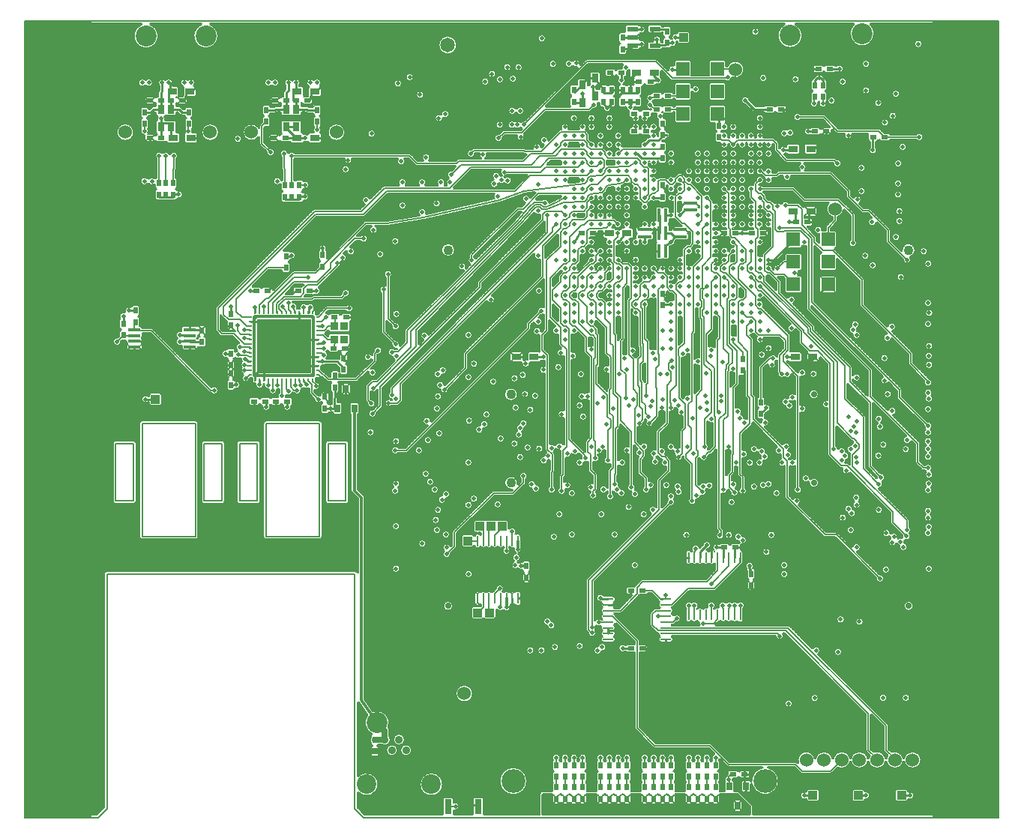
<source format=gbl>
*
*
G04 PADS 9.5 Build Number: 522968 generated Gerber (RS-274-X) file*
G04 PC Version=2.1*
*
%IN "SCROD.revA3.batch4.auto"*%
*
%MOIN*%
*
%FSLAX35Y35*%
*
*
*
*
G04 PC Standard Apertures*
*
*
G04 Thermal Relief Aperture macro.*
%AMTER*
1,1,$1,0,0*
1,0,$1-$2,0,0*
21,0,$3,$4,0,0,45*
21,0,$3,$4,0,0,135*
%
*
*
G04 Annular Aperture macro.*
%AMANN*
1,1,$1,0,0*
1,0,$2,0,0*
%
*
*
G04 Odd Aperture macro.*
%AMODD*
1,1,$1,0,0*
1,0,$1-0.005,0,0*
%
*
*
G04 PC Custom Aperture Macros*
*
*
*
*
*
*
G04 PC Aperture Table*
*
%ADD010C,0.001*%
%ADD012C,0.005*%
%ADD013C,0.01*%
%ADD028C,0.06*%
%ADD030C,0.045*%
%ADD031C,0.075*%
%ADD048C,0.007*%
%ADD050C,0.04331*%
%ADD083R,0.06X0.06*%
%ADD095O,0.00984X0.04921*%
%ADD097R,0.05906X0.06299*%
%ADD109R,0.0315X0.01969*%
%ADD110R,0.04331X0.0315*%
%ADD111R,0.01969X0.0315*%
%ADD115R,0.02559X0.0374*%
%ADD116R,0.00984X0.04921*%
%ADD117R,0.05X0.02*%
%ADD118R,0.01575X0.00984*%
%ADD119R,0.00984X0.01575*%
%ADD120R,0.24016X0.24016*%
%ADD121R,0.0315X0.04331*%
%ADD123R,0.01378X0.06299*%
%ADD124R,0.06299X0.01378*%
%ADD125R,0.03346X0.0374*%
%ADD127C,0.01969*%
%ADD152C,0.106*%
%ADD154C,0.04921*%
%ADD155C,0.02756*%
%ADD160C,0.093*%
%ADD161R,0.0315X0.06693*%
%ADD162C,0.28*%
%ADD164R,0.05709X0.01575*%
%ADD165O,0.05709X0.01575*%
%ADD166R,0.04921X0.00984*%
%ADD167O,0.04921X0.00984*%
%ADD175C,0.03543*%
%ADD176C,0.08661*%
%ADD177R,0.03937X0.03937*%
%ADD182C,0.065*%
%ADD183C,0.013*%
%ADD184C,0.025*%
%ADD185C,0.019*%
*
*
*
*
G04 PC Circuitry*
G04 Layer Name SCROD.revA3.batch4.auto - circuitry*
%LPD*%
*
*
G04 PC Custom Flashes*
G04 Layer Name SCROD.revA3.batch4.auto - flashes*
%LPD*%
*
*
G04 PC Circuitry*
G04 Layer Name SCROD.revA3.batch4.auto - circuitry*
%LPD*%
*
G54D10*
G54D12*
G01X268504Y61614D02*
X271752D01*
X324409Y70079D02*
Y74803D01*
X316535Y70079D02*
Y74803D01*
X320472Y70079D02*
Y74803D01*
X344094Y70079D02*
Y74803D01*
X340157Y70079D02*
Y74803D01*
X336220Y70079D02*
Y74803D01*
X328346Y70079D02*
Y74803D01*
X367717Y70079D02*
Y74803D01*
X363780Y70079D02*
Y74803D01*
X359843Y70079D02*
Y74803D01*
X355906Y70079D02*
Y74803D01*
X348031Y70079D02*
Y74803D01*
X387402Y70079D02*
Y74803D01*
X383465Y70079D02*
Y74803D01*
X379528Y70079D02*
Y74803D01*
X375591Y70079D02*
Y74803D01*
X316535Y79921D02*
Y83268D01*
X324409Y79921D02*
Y83268D01*
X320472Y79921D02*
Y83268D01*
X344094Y79921D02*
Y83268D01*
X340157Y79921D02*
Y83268D01*
X336220Y79921D02*
Y83268D01*
X328346Y79921D02*
Y83268D01*
X359843Y79921D02*
Y83268D01*
X367717Y79921D02*
Y83268D01*
X363780Y79921D02*
Y83268D01*
X355906Y79921D02*
Y83268D01*
X348031Y79921D02*
Y83268D01*
X387402Y79921D02*
Y83268D01*
X383465Y79921D02*
Y83268D01*
X379528Y79921D02*
Y83268D01*
X375591Y79921D02*
Y83268D01*
X393228Y73543D02*
X393504Y73268D01*
Y70571*
X393228Y73543D02*
X393307Y73622D01*
Y74902*
X394291Y75886*
X395177*
X281594Y147736D02*
X284154Y150295D01*
Y154134*
X291683Y150197D02*
X291831Y150344D01*
Y154134*
X335500Y143500D02*
X337705Y143594D01*
X339673*
X332500Y141200D02*
Y162000D01*
X367500Y197000*
X339673Y148713D02*
X345071D01*
X352461Y156102*
Y159055*
X354921Y161516*
X383465*
X388386Y166437*
Y172146*
X339673Y146154D02*
X341642D01*
X352469Y135327*
Y96547*
X360327Y88689*
X384941*
X393307Y80323*
X422835*
X425787Y77370*
X438591*
X443504Y82283*
X359350Y142309D02*
Y147244D01*
X360819Y148713*
X365264*
X359350Y142309D02*
X361903Y139756D01*
X418512*
X455315Y102953*
Y86713*
X459252Y82776*
Y82283*
X361811Y146260D02*
X363287Y146154D01*
X365264*
Y138476D02*
X414870D01*
X415945Y137402*
X365264Y141035D02*
X419693D01*
X463189Y97539*
Y86713*
X467126Y82776*
Y82283*
X365264Y143594D02*
X368496D01*
X370177Y145276*
X365264Y151272D02*
X367807D01*
X375098Y158563*
X386909*
X398138Y169791*
Y172055*
X398425Y172343*
X385500Y151000D02*
X385630Y148720D01*
Y146752*
X382000Y143000D02*
X386406D01*
X388189Y144783*
Y146752*
X375394D02*
Y148720D01*
X375500Y151000*
X377953Y146752D02*
Y148720D01*
X378000Y151000*
X385630Y146752D02*
Y148720D01*
X390500Y151000D02*
X390748Y148720D01*
Y146752*
X393307D02*
Y148720D01*
X393500Y151000*
X395866Y146752D02*
Y148720D01*
X396000Y151000*
X398425Y146752D02*
Y151000D01*
X398500*
X286713Y154134D02*
Y148031D01*
X287008Y147736*
X289272Y154134D02*
Y156398D01*
X291437Y158563*
X330800Y162196D02*
Y140220D01*
X332360Y138660*
X332500Y138800*
X330800Y162196D02*
X362303Y193700D01*
Y206569*
X366661Y210926*
Y215196*
X355028Y157571D02*
X359350D01*
X363280Y153642*
X365264Y153831*
X365118Y155669D02*
X365264Y155524D01*
Y153831*
X385433Y160531D02*
X393307Y168406D01*
Y172343*
X377953D02*
Y174311D01*
X378543Y176280*
X388189Y172343D02*
X388386Y172146D01*
X267815Y173819D02*
X271260Y177264D01*
Y183415*
X288730Y200886*
X297343*
X302000Y205543*
Y208500*
X282579Y186122D02*
X284154Y184547D01*
Y179724*
X277165D02*
X281594D01*
X286713D02*
Y186122D01*
X287500*
X294390Y175295D02*
Y179724D01*
X296949D02*
Y183907D01*
X289272Y179724D02*
Y182126D01*
X292362Y185217*
Y186063*
X292421Y186122*
X389370Y182185D02*
Y181693D01*
X389862Y182555*
Y184276*
X314500Y202500D02*
Y210388D01*
X314750Y210638*
X319000Y202000D02*
Y208498D01*
X319635Y209134*
Y219999*
X321062Y221426*
X342500Y205000D02*
Y209158D01*
X342993Y209650*
Y229718*
X343750Y230475*
X333000Y200000D02*
Y201888D01*
X333750Y202638*
X340500Y199500D02*
Y210979D01*
X341750Y212229*
X353762Y210378D02*
Y216002D01*
X355250Y217490*
X353762Y210378D02*
X356500Y207640D01*
Y202500*
X393500Y209005D02*
X394750Y210255D01*
Y217961*
X395154Y218364*
Y247835*
X396944Y249625*
Y264178*
X393500Y209005D02*
Y203536D01*
X395768Y201268*
X391000Y202500D02*
Y233520D01*
X392750Y235270*
Y254992*
X393325Y255567*
Y257480*
X394783Y258939*
Y264527*
X245000Y220000D02*
X249975D01*
X304250Y274275*
Y276215*
X310035Y282000*
X330525Y219362D02*
Y223734D01*
X332250Y225459*
X330525Y219362D02*
X331750Y218138D01*
Y211250*
X333750Y209250*
Y202638*
X333275Y224500D02*
Y260612D01*
X334033Y261371*
X333275Y224500D02*
X334025Y223750D01*
Y221000*
X333750Y218888D02*
Y220725D01*
X334025Y221000*
X333750Y218888D02*
X334000Y218638D01*
Y216500*
X339500Y215500D02*
Y228937D01*
X340750Y230187*
X361800Y228075D02*
Y218746D01*
X363420Y217126*
X364731*
X366661Y215196*
X361800Y228075D02*
X365748Y232023D01*
Y248909*
X367717Y250878*
Y254774*
X351432Y223543D02*
Y238524D01*
X352700Y239792*
X351432Y223543D02*
X355250Y219725D01*
Y217490*
X353500Y232000D02*
X354932Y233432D01*
Y238202*
X358000Y232000D02*
X361319Y235319D01*
Y247746*
X378543Y216634D02*
Y204457D01*
X381500Y201500*
X378543Y216634D02*
X379528Y217618D01*
Y219587*
X375250Y231323D02*
X376709Y229864D01*
Y220571*
X375250Y231323D02*
Y240500D01*
X376772Y242022*
Y272000*
X377545Y272773*
Y301650*
X381496Y305600*
Y318496*
X383500Y320500*
X374249Y216634D02*
X377000Y213882D01*
Y197500*
X374249Y216634D02*
Y218110D01*
X376709Y220571*
X371000Y217000D02*
X372638Y218638D01*
Y228517*
X373868Y229747*
Y240632*
X382058Y217000D02*
X384166Y219108D01*
X384854*
X387320Y221573*
X382500Y221500D02*
Y233878D01*
X385433Y236811*
Y255223*
X402703Y231935D02*
X398250Y227482D01*
Y209388*
X399500Y208138*
Y202000*
X448250Y212995D02*
Y218000D01*
X451250Y221000*
X448250Y212995D02*
X472500Y188745D01*
Y184500*
X178500Y252000D02*
X180249Y253543D01*
X180512*
X188500Y249000D02*
X188583D01*
Y251378*
X190551Y246654D02*
Y251378D01*
X192500Y249000D02*
X192520D01*
Y251378*
X194488Y244193D02*
Y251378D01*
X196457D02*
Y247146D01*
X197441Y246161*
X198425Y251378D02*
Y248130D01*
X199902Y246654*
X201378*
X200394Y251378D02*
Y249000D01*
X200500*
X202362Y251378D02*
X202604D01*
Y250841*
X203000Y249000*
X206299Y251378D02*
Y250837D01*
X207776Y249360*
Y245669*
X210728Y242717*
X218110Y251575D02*
X227680D01*
X235827Y259721*
Y262894*
X237303Y264370*
X218110Y251575D02*
Y253150D01*
X208268Y251378D02*
Y250591D01*
X209744Y249114*
Y248622*
X234350Y240748D02*
X232874Y242224D01*
Y248622*
X234843Y250591*
X236741*
X251997Y265846*
Y272806*
X299872Y321302*
X305640Y327704*
X307251Y329315*
X309529*
X310775Y328250*
X312225*
X317260Y330533*
X318936Y331445*
X320472Y332283*
X235335Y247638D02*
X235619D01*
X254320Y266339*
Y273683*
X300872Y320888*
X306640Y327290*
X307665Y328315*
X309115*
X310361Y327250*
X312639*
X319748Y330096*
X329071Y330533*
X330096Y331559*
X330533Y333008*
X331559Y334033*
X336945Y334470*
X337970Y335496*
X338407Y336945*
X339433Y337970*
X344819Y338407*
X346495Y339319*
X348031Y340157*
X234843Y236319D02*
X238369Y239845D01*
Y248229*
X282561Y292421*
Y294607*
X302749Y314795*
X302763*
X310494Y322526*
Y324780*
X311874Y326159*
X318841*
X320500Y324500*
X242000Y241000D02*
X246010D01*
X247146Y242135*
Y249516*
X314781Y317151*
Y318781*
X316500Y320500*
X243500Y244500D02*
Y247680D01*
X312598Y316778*
Y324409*
X266791Y247000D02*
X276267Y256476D01*
Y263054*
X310518Y297304*
Y310940*
X318500Y318922*
Y320975*
X320025Y322500*
X320975*
X322455Y323980*
Y324930*
X323903Y326378*
X328853*
X330315Y327840*
Y330315*
X332283Y332283*
X334380Y249478D02*
Y257420D01*
X335033Y258074*
X334380Y249478D02*
X339250Y244608D01*
Y234944*
X340750Y233444*
Y230187*
X340250Y236578D02*
Y247000D01*
X340750Y247500*
X340250Y236578D02*
X341750Y235078D01*
Y212229*
X367375Y241238D02*
Y246400D01*
X369959Y248984*
X367375Y241238D02*
X367500Y241112D01*
Y239000*
X353762Y251222D02*
Y258230D01*
X355250Y259718*
X353762Y251222D02*
X354700Y250284D01*
Y241600*
X356188Y240112*
Y236494*
X357682Y235000*
X356450Y244100D02*
Y249088D01*
X357262Y249899*
X378750Y244400D02*
Y236600D01*
X379035Y236319*
Y220079*
X379528Y219587*
X378750Y244400D02*
X381278Y246927D01*
Y278394*
X389000Y233805D02*
X391750Y236555D01*
Y255812*
X392325Y256387*
Y257972*
X393307Y258955*
Y262886*
X389000Y233805D02*
Y185138D01*
X389862Y184276*
X407571Y241331D02*
Y256988D01*
X411508Y260925*
X412992*
X481890Y250098D02*
X482367Y250367D01*
X121260Y268307D02*
X124114Y271161D01*
X124213Y271063*
X129035*
X178000Y269925D02*
X179974Y269533D01*
X180512*
Y269291*
X178000Y264000D02*
X179974Y263628D01*
X180512*
Y263386*
X175132Y262434D02*
X175316Y262250D01*
X179004*
X180372Y261417*
X180512*
X178000Y258000D02*
X179974Y257722D01*
X180512*
Y257480*
X178000Y255500D02*
Y255512D01*
X180512*
X175787Y265846D02*
X180512D01*
Y265354*
X217520D02*
X218504Y269370D01*
X217795*
X210433Y255512D02*
X210767Y255550D01*
X215300Y251575*
X218110*
X210433Y263386D02*
X212205D01*
X213189Y262402*
X210433Y265354D02*
X213189D01*
X210433Y271260D02*
X212849D01*
X214738Y269370*
X217795*
X243455Y263632D02*
X243723Y263900D01*
X246161*
X250322Y268061*
Y273251*
X277354Y300022*
X278379Y301047*
X298872Y321716*
X304640Y328118*
X306836Y330315*
X309756Y330348*
X311506Y330034*
X310158Y264629D02*
X311402Y263386D01*
X311402*
X312698Y262090*
Y220302*
X314750Y218250*
Y210638*
X310158Y264629D02*
Y271238D01*
X312285Y273365*
Y304411*
X318518Y310644*
Y316993*
X320025Y318500*
X320975*
X322500Y320025*
Y320975*
X323980Y322455*
X328867*
X330315Y323903*
Y326378*
X332283Y328346*
X345297Y268772D02*
Y256021D01*
X347450Y253868*
Y243169*
X345297Y268772D02*
X346063Y269537D01*
Y292206*
X348031Y294175*
Y300787*
X342250Y271956D02*
Y293544D01*
X343588Y294882*
X344601*
X345844Y296126*
X342250Y271956D02*
X342820Y271386D01*
Y245960*
X345225Y243554*
Y233071*
X350000Y228296*
Y203500*
X366509Y258509D02*
Y255981D01*
X367717Y254774*
X366509Y258509D02*
X368000Y260000D01*
X348742Y262675D02*
Y286422D01*
X349781Y287461*
X348742Y262675D02*
X350984Y260433D01*
Y247095*
X352700Y245379*
Y239792*
X361045Y256665D02*
Y248020D01*
X361319Y247746*
X361045Y256665D02*
X362250Y257870D01*
Y262817*
X352762Y260466D02*
Y248795D01*
X353700Y247856*
Y239433*
X354932Y238202*
X352762Y260466D02*
X354250Y261954D01*
Y266036*
X370888Y265081D02*
Y262183D01*
X371343Y261728*
Y243157*
X373868Y240632*
X370888Y265081D02*
X373404Y267596D01*
Y287933*
X383325Y260010D02*
X386909Y256426D01*
Y235335*
X387320Y234925*
Y221573*
X383325Y260010D02*
Y271644D01*
X385451Y273770*
Y294900*
X387402Y296850*
X401181Y271260D02*
Y275197D01*
X403150Y277165*
X401181Y271260D02*
X403150Y269291D01*
Y244685*
X404134Y243701*
Y233858*
X417500Y220475*
Y217000*
X419327Y215173*
Y199198*
X436114Y182411*
X441089*
X460500Y163000*
X388140Y269022D02*
X389152Y270033D01*
Y279352*
X388140Y269022D02*
Y237549D01*
X388878Y236811*
X395276Y269291D02*
Y268053D01*
X399697Y263632*
Y260524*
X415945Y254879D02*
Y262381D01*
X418406Y264841*
X415945Y254879D02*
X416824Y254000D01*
X417419Y262400D02*
X419598Y264579D01*
Y271065*
X417419Y262400D02*
Y259536D01*
X424000Y252955*
Y202500*
X129035Y273622D02*
X129429Y273228D01*
X136417*
X162992Y246654*
X164469*
X129035Y273622D02*
Y276575D01*
X129528Y277067*
X166186Y283312D02*
Y273480D01*
X167913Y271752*
X173327*
X177756Y267323*
X180512*
X166186Y283312D02*
X209252Y326378D01*
X229921*
X240256Y336713*
X269291*
X278618Y346040*
X309643*
X313385Y349781*
X329071*
X330315Y348538*
Y347525*
X331559Y346281*
X334470*
X336220Y348031*
X174311Y281594D02*
Y287402D01*
X188091Y301181*
X196457*
X174311Y281594D02*
X176772Y279134D01*
X180512*
X168643Y283800D02*
Y280296D01*
X170790Y278150*
X175923*
X178876Y275197*
X180512*
X168643Y283800D02*
X209687Y324844D01*
X230848*
X241319Y335315*
X298276*
X305040Y342079*
X330268*
X332283Y344094*
X178000Y273500D02*
X179974Y273470D01*
X180512*
Y273228*
X174803Y275689D02*
Y273228D01*
X176357Y271675*
X178763*
X178936Y271502*
X180512*
Y271260*
X186500Y284000D02*
X186614D01*
Y281299*
X184646D02*
Y284621D01*
X187460Y287435*
X188518*
X199886Y298803*
X209558*
X211936Y301181*
X212697Y301673*
X193250Y284725D02*
Y283263D01*
X193382Y283131*
Y282777*
X194526Y281633*
X193250Y284725D02*
X195775Y287250D01*
X207943*
X208443Y287750*
X221063*
Y287992*
X223031Y289961*
X192250Y285139D02*
Y282837D01*
X192278Y281837*
Y281299*
X192520*
X192250Y285139D02*
X195402Y288291D01*
X202737*
X204331Y289884*
Y292006*
X205731Y293406*
X210236*
X219094Y302264*
Y303248*
X199536Y284000D02*
X200152Y281837D01*
Y281299*
X200394*
X197500Y285500D02*
Y282714D01*
X198425Y281526*
Y281299*
X195000Y284000D02*
X196457Y281405D01*
Y281299*
X204331D02*
Y283563D01*
X194488Y281299D02*
X194526D01*
Y281633*
X190551Y281299D02*
Y285531D01*
X199902Y294882*
X210236*
X216142Y300787*
Y303248*
X226969Y314075*
X230906*
X188583Y281299D02*
Y285589D01*
X199978Y296850*
X206299*
X218012Y279134D02*
X218504Y275118D01*
X217795*
X210433Y273228D02*
X213482D01*
X215372Y275118*
X217795*
X210433Y277165D02*
X212205D01*
X214173Y279134*
X210433D02*
X210728D01*
X214594Y283071*
X224508*
X239764Y291437D02*
Y272490D01*
X245177Y267077*
X313785Y279208D02*
X318504Y274490D01*
Y267319*
X321062Y264761*
Y221426*
X313785Y279208D02*
Y296575D01*
X319966Y302756*
X320979*
X322455Y304232*
Y314854*
X327988Y320387*
X328968*
X330804Y322222*
X342278*
X344000Y320500*
X314785Y286789D02*
X318504Y283071D01*
Y276659*
X319966Y275197*
X320979*
X322236Y273939*
Y224739*
X328750Y218225*
X329500Y216500*
X314785Y286789D02*
Y291163D01*
X318504Y294882*
Y297357*
X319966Y298819*
X320979*
X322441Y300281*
Y301294*
X323903Y302756*
X324916*
X326378Y304218*
Y309168*
X327840Y310630*
X328853*
X330315Y312092*
Y317596*
X331215Y318496*
X337018*
X337570Y319048*
X338733*
X340157Y320472*
X322659Y288252D02*
Y289701D01*
X323903Y290945*
X324916*
X326378Y292407*
Y297357*
X331777Y302756*
X332790*
X334252Y304218*
Y306693*
X336220Y308661*
X322659Y288252D02*
X323923Y286988D01*
X324987*
X326423Y285552*
Y276614*
X331777Y271260*
X332790*
X334033Y270016*
Y261371*
X318750Y288275D02*
Y289725D01*
X320025Y291000*
X320975*
X322455Y292480*
Y297371*
X323903Y298819*
X326378*
X332283Y304724*
X318750Y288275D02*
X320025Y287000D01*
X320975*
X322455Y285520*
Y276645*
X323903Y275197*
X324916*
X329798Y270314*
Y263903*
X332250Y261451*
Y225459*
X326596Y287522D02*
Y289701D01*
X327840Y290945*
X328853*
X330315Y292407*
Y297357*
X331777Y298819*
X334252*
X336220Y300787*
X326596Y287522D02*
X330236Y283882D01*
Y276738*
X331777Y275197*
X332790*
X334252Y273735*
Y271967*
X335033Y271185*
Y258074*
X334470Y288252D02*
Y289701D01*
X335714Y290945*
X336727*
X338189Y292407*
Y293420*
X339651Y294882*
X340664*
X341907Y296126*
X334470Y288252D02*
X335714Y287008D01*
X336727*
X338189Y285546*
Y278604*
X340570Y276223*
Y267642*
X341785Y266427*
Y245117*
X343750Y243152*
Y230475*
X330533Y288252D02*
Y289701D01*
X331777Y290945*
X332790*
X334252Y292407*
Y293420*
X335714Y294882*
X336727*
X338189Y296344*
Y298819*
X340157Y300787*
X330533Y288252D02*
X331777Y287008D01*
X332790*
X334252Y285546*
Y279134*
X338890Y274496*
Y263288*
X340750Y261428*
Y247500*
X362030Y291437D02*
Y263037D01*
X362250Y262817*
X362030Y291437D02*
X363643Y293050D01*
X363780Y292913*
X350250Y285725D02*
Y284275D01*
X351474Y283051*
X352495*
X353820Y281726*
Y266467*
X354250Y266036*
X350250Y285725D02*
X351533Y287008D01*
X352483*
X353937Y288462*
Y293420*
X355399Y294882*
X357874*
X359843Y296850*
X354250Y283493D02*
Y285725D01*
X355533Y287008*
X356412*
X357656Y288252*
X354250Y283493D02*
X354921Y282821D01*
Y267591*
X355250Y267262*
Y259718*
X356000Y285000D02*
Y269549D01*
X357262Y268288*
Y249899*
X380715Y283240D02*
Y278957D01*
X381278Y278394*
X380715Y283240D02*
X381250Y283776D01*
Y286250*
X380715Y291545D02*
Y286785D01*
X381250Y286250*
X380715Y291545D02*
X381496Y292327D01*
Y302065*
X385250Y305819*
Y330498*
X381715Y291131D02*
Y287725D01*
X382250Y287189*
X381715Y291131D02*
X383542Y292958D01*
X381715Y282327D02*
Y279874D01*
X382301Y279288*
Y258355*
X385433Y255223*
X381715Y282327D02*
X382250Y282862D01*
Y287189*
X387402Y281102D02*
X389152Y279352D01*
X392526Y287211D02*
Y266785D01*
X394783Y264527*
X392526Y287211D02*
X393089Y287774D01*
Y295100*
X393526Y286242D02*
X394291Y287008D01*
X396041*
X397026Y287992*
Y293638*
X393526Y286242D02*
Y267596D01*
X396944Y264178*
X397463Y285764D02*
X398706Y287008D01*
X399719*
X400963Y288252*
Y291148*
X397463Y285764D02*
Y268089D01*
X401673Y263878*
Y244159*
X402624Y243209*
Y241307*
X402703Y231935*
X399213Y281102D02*
X401181Y279134D01*
X403656*
X405118Y277672*
Y272722*
X406580Y271260*
X415945*
X418406Y268799*
Y264841*
X212697Y301673D02*
Y301812D01*
X231890Y321006*
X241234*
X257644Y323644*
X291225Y331250*
X302381Y335252*
X323685Y337970*
X329071Y338407*
X330096Y339433*
X330533Y340882*
X331559Y341907*
X336945Y342344*
X337970Y343370*
X338407Y344819*
X339433Y345844*
X348756Y346281*
X350432Y347193*
Y347194*
X351969Y348031*
X241732Y298327D02*
Y278543D01*
X245177Y275098*
X279000Y304500D02*
Y306794D01*
X299568Y327362*
X301763*
X308652Y334252*
X328853*
X330315Y335714*
Y336727*
X331777Y338189*
X334959*
X338896Y342126*
X348538*
X350000Y340664*
Y339651*
X351462Y338189*
X352475*
X353937Y336727*
Y331777*
X355399Y330315*
X356412*
X357874Y331777*
Y332790*
X359336Y334252*
X360349*
X361811Y335714*
Y339446*
X362522Y340157*
X365139*
X367108Y338189*
X368223*
X369685Y339651*
Y340664*
X371147Y342126*
X372160*
X373622Y340664*
Y339651*
X375084Y338189*
X376097*
X381278Y333008*
Y322278*
X342344Y304000D02*
Y313323D01*
X343771Y314750*
X344000Y316500*
X342344Y304000D02*
X343588Y302756D01*
X344601*
X345844Y301512*
Y296126*
X344094Y304724D02*
X346063Y302756D01*
X348538*
X349781Y301512*
Y287461*
X340157Y304724D02*
X341907Y302974D01*
Y296126*
X359843Y300787D02*
X361811Y298819D01*
X364286*
X365748Y297357*
Y292407*
X367210Y290945*
X368223*
X369819Y289349*
Y261909*
X369959Y261417*
Y248984*
X355906Y292913D02*
X357656Y291163D01*
Y288252*
X369904Y293638D02*
Y291433D01*
X373404Y287933*
X369904Y293638D02*
X371147Y294882D01*
X372160*
X373622Y296344*
Y309168*
X375084Y310630*
X376097*
X377341Y311874*
Y317322*
X387402Y304724D02*
X385652Y302974D01*
Y300063*
X386895Y298819*
X387908*
X389419Y297308*
Y284460*
X390839Y283041*
Y265354*
X393307Y262886*
X383500Y293000D02*
X383542Y292958D01*
X389589Y301512D02*
X390832Y302756D01*
X391845*
X393307Y304218*
Y306693*
X395276Y308661*
X389589Y301512D02*
Y300063D01*
X390832Y298819*
X391845*
X397026Y293638*
X393526Y301512D02*
X394769Y302756D01*
X395782*
X397026Y304000*
Y310848*
X393526Y301512D02*
Y298585D01*
X400963Y291148*
X397463Y301512D02*
X398706Y302756D01*
X399719*
X400963Y304000*
Y309386*
X397463Y301512D02*
Y296095D01*
X405075Y288482*
Y284450*
X406474Y283051*
X407613*
X419598Y271065*
X405337Y300063D02*
Y314016D01*
X406102Y314782*
X405337Y300063D02*
X406580Y298819D01*
X407593*
X409055Y297357*
Y294949*
X429481Y274523*
Y272929*
X444856Y257554*
Y243007*
X453093Y234769*
X453093D02*
Y211907D01*
X460000Y205000*
X401400Y300063D02*
Y302267D01*
X403150Y304017*
Y308661*
X401400Y300063D02*
X402643Y298819D01*
X403656*
X405118Y297357*
Y296344*
X406580Y294882*
X407593*
X428399Y274076*
Y272368*
X441451Y259317*
Y232074*
X448275Y225250*
X448725*
X451250Y222725*
Y221000*
X391339Y296850D02*
X393089Y295100D01*
X407087Y292913D02*
X426649Y273351D01*
Y272667*
X440000Y259317*
Y220500*
X403150Y296850D02*
X405118Y294882D01*
Y292407*
X406580Y290945*
X407593*
X425615Y272922*
Y267877*
X429379Y264113*
X432814*
X438250Y258677*
Y218275*
X443275Y213250*
X445725*
X466250Y192725*
Y187803*
X472277Y181777*
X409274Y300063D02*
Y306911D01*
X412900Y310537*
X409274Y300063D02*
X410517Y298819D01*
X411530*
X415559Y294790*
Y289985*
X430568Y274976*
Y273416*
X447090Y256893*
Y250434*
X456171Y241352*
X456171D02*
Y212829D01*
X456171D02*
X461000Y208000D01*
X414961Y300787D02*
X417913Y303740D01*
X422047*
X411024Y300787D02*
X413582Y298229D01*
X417755*
X417755D02*
X422047Y293937D01*
Y293740*
X472610Y304437D02*
X472252D01*
X472539Y304724*
X311500Y330000D02*
X311506Y330034D01*
X355906Y332283D02*
X357656Y334033D01*
X379500Y320500D02*
X381278Y322278D01*
X383465Y332283D02*
X385250Y330498D01*
X395276Y312598D02*
X397026Y310848D01*
X407087Y332283D02*
X409055Y330315D01*
Y327840*
X410517Y326378*
X411530*
X412900Y325008*
Y310537*
X415776Y319000D02*
X425365D01*
X430161Y314204*
Y285972*
X469080Y247053*
Y243715*
X481890Y230906*
X418500Y329000D02*
X424029D01*
X425787Y327242*
Y320194*
X431346Y314635*
Y312633*
X435239Y308740*
X439565*
X452561Y295744*
Y284673*
X474197Y263037*
Y258537*
X482367Y250367*
X437402Y313740D02*
Y319051D01*
X440551Y322201*
Y327362*
X146260Y338780D02*
Y345057D01*
X146500Y345297*
Y351000*
X142815Y338780D02*
Y345085D01*
X143000Y345270*
Y351000*
X139862Y338780D02*
Y345108D01*
X140000Y345246*
Y351000*
X199000D02*
X202638D01*
X202653Y350984*
X216581*
X216628Y351031*
X251114*
X254528Y347618*
X272244*
X273150Y348524*
X301817*
X305220Y351927*
X315032*
X318518Y355413*
Y356493*
X319775Y357750*
X328977*
X330315Y356412*
Y355399*
X331777Y353937*
X336727*
X338189Y352475*
Y351462*
X339651Y350000*
X352475*
X353984Y348491*
Y347541*
X355525Y346000*
X356953*
X357656Y345297*
Y334033*
X195500Y352000D02*
Y345417D01*
X195965Y344953*
Y337795*
X198917D02*
Y344644D01*
X199000Y344726*
Y351000*
X202362Y337795D02*
Y338000D01*
X205000*
X269783Y342618D02*
X274213Y347047D01*
X305511*
X309318Y350854*
X316126*
X319022Y353750*
X329040*
X330315Y352475*
Y351462*
X331777Y350000*
X336727*
X337970Y348756*
Y345844*
X278642Y351969D02*
X280053Y353380D01*
X302061*
X302441Y353000*
X309941*
X318533Y361593*
X329071*
X330315Y360349*
Y357874*
X332283Y355906*
X293500Y343700D02*
X309643D01*
X311990Y346047*
X326362*
X328346Y348031*
X336220Y344094D02*
X337970Y345844D01*
X344094Y351969D02*
X346063Y353937D01*
X362697*
X363780Y355020*
X369685Y332790D02*
Y323903D01*
X372624Y320965*
X373698*
X377341Y317322*
X369685Y332790D02*
X371147Y334252D01*
X372160*
X373404Y335496*
Y338407*
X371654Y340157D02*
X373404Y338407D01*
X405337Y335496D02*
Y338407D01*
X407087Y340157*
X405337Y335496D02*
X406580Y334252D01*
X407593*
X409055Y332790*
Y331777*
X410517Y330315*
X411530*
X413012Y328833*
Y327162*
X413900Y326274*
Y318401*
X415051Y317250*
X417447*
X417837Y317640*
X425311*
X428956Y313995*
Y282950*
X456287Y255619*
Y243963*
X477354Y222896*
Y214665*
X479815Y212205*
X481890*
X391339Y336220D02*
X393307Y334252D01*
Y319027*
X393799Y318535*
Y315475*
X394699Y314575*
X395774*
X400963Y309386*
X407087Y336220D02*
X421913D01*
X426834Y331299*
X441917*
X448425Y324791*
Y312106*
X403150Y336220D02*
Y332646D01*
X405075Y330721*
Y319287*
X406102Y318259*
Y314782*
X407087Y344094D02*
X407703D01*
X409547Y342250*
X414604*
X415565Y343210*
X438483*
X446526Y335167*
Y333000*
X453025Y326500*
X455439*
X464138Y317801*
Y312909*
X472610Y304437*
X133465Y365157D02*
X133500D01*
Y362000*
X153000D02*
Y365157D01*
X153150*
X185630Y356398D02*
Y364173D01*
X187598Y366142*
X185630Y356398D02*
X189567Y352461D01*
X210236Y362480D02*
Y366142D01*
X302264Y364764D02*
X330315Y392815D01*
X360827*
X368209Y385433*
X392323*
X392815Y385925*
X290945Y358858D02*
X293406Y361319D01*
X301280*
X311614Y371654*
X331299*
X333268Y373622*
X355906Y367717D02*
Y369685D01*
X356496*
X355906Y363780D02*
Y361811D01*
X356496*
X351378D02*
X351969D01*
Y363780*
X366339Y371654D02*
X370709D01*
X372835Y369528*
X351378Y369685D02*
X351969D01*
Y367717*
X388878Y359252D02*
X390256Y357874D01*
X393307*
X395276Y355906*
X397244Y357874*
X412992*
X414469Y356398*
Y353445*
X418898Y349016*
X440059*
X441535Y347539*
X423819Y368209D02*
X435630D01*
X441535Y362057*
X459861*
X462648Y359271*
X462728Y359350*
X477953*
X358366Y373524D02*
X360728Y371161D01*
X361220Y371654*
X358366Y376673D02*
Y376876D01*
X361220*
Y377559*
X366339D02*
X370866D01*
X372835Y379528*
X388189Y389528D02*
X396102D01*
X396260Y389370*
X431201Y374114D02*
Y377215D01*
X431693*
X435138Y374114D02*
Y377215D01*
X80565Y56943D02*
X109593D01*
Y410774*
X80565*
Y56943*
X484108Y410774D02*
X513136D01*
Y56943*
X484108*
Y410774*
X80565Y410642D02*
X109593D01*
X80565Y410192D02*
X109593D01*
X80565Y409742D02*
X109593D01*
X80565Y409292D02*
X109593D01*
X80565Y408842D02*
X109593D01*
X80565Y408392D02*
X109593D01*
X80565Y407942D02*
X109593D01*
X80565Y407492D02*
X109593D01*
X80565Y407042D02*
X109593D01*
X80565Y406592D02*
X109593D01*
X80565Y406142D02*
X109593D01*
X80565Y405692D02*
X109593D01*
X80565Y405242D02*
X109593D01*
X80565Y404792D02*
X109593D01*
X80565Y404342D02*
X109593D01*
X80565Y403892D02*
X109593D01*
X80565Y403442D02*
X109593D01*
X80565Y402992D02*
X109593D01*
X80565Y402542D02*
X109593D01*
X80565Y402092D02*
X109593D01*
X80565Y401642D02*
X109593D01*
X80565Y401192D02*
X109593D01*
X80565Y400742D02*
X109593D01*
X80565Y400292D02*
X109593D01*
X80565Y399842D02*
X109593D01*
X80565Y399392D02*
X109593D01*
X80565Y398942D02*
X109593D01*
X80565Y398492D02*
X109593D01*
X80565Y398042D02*
X109593D01*
X80565Y397592D02*
X109593D01*
X80565Y397142D02*
X109593D01*
X80565Y396692D02*
X109593D01*
X80565Y396242D02*
X109593D01*
X80565Y395792D02*
X109593D01*
X80565Y395342D02*
X109593D01*
X80565Y394892D02*
X109593D01*
X80565Y394442D02*
X109593D01*
X80565Y393992D02*
X109593D01*
X80565Y393542D02*
X109593D01*
X80565Y393092D02*
X109593D01*
X80565Y392642D02*
X109593D01*
X80565Y392192D02*
X109593D01*
X80565Y391742D02*
X109593D01*
X80565Y391292D02*
X109593D01*
X80565Y390842D02*
X109593D01*
X80565Y390392D02*
X109593D01*
X80565Y389942D02*
X109593D01*
X80565Y389492D02*
X109593D01*
X80565Y389042D02*
X109593D01*
X80565Y388592D02*
X109593D01*
X80565Y388142D02*
X109593D01*
X80565Y387692D02*
X109593D01*
X80565Y387242D02*
X109593D01*
X80565Y386792D02*
X109593D01*
X80565Y386342D02*
X109593D01*
X80565Y385892D02*
X109593D01*
X80565Y385442D02*
X109593D01*
X80565Y384992D02*
X109593D01*
X80565Y384542D02*
X109593D01*
X80565Y384092D02*
X109593D01*
X80565Y383642D02*
X109593D01*
X80565Y383192D02*
X109593D01*
X80565Y382742D02*
X109593D01*
X80565Y382292D02*
X109593D01*
X80565Y381842D02*
X109593D01*
X80565Y381392D02*
X109593D01*
X80565Y380942D02*
X109593D01*
X80565Y380492D02*
X109593D01*
X80565Y380042D02*
X109593D01*
X80565Y379592D02*
X109593D01*
X80565Y379142D02*
X109593D01*
X80565Y378692D02*
X109593D01*
X80565Y378242D02*
X109593D01*
X80565Y377792D02*
X109593D01*
X80565Y377342D02*
X109593D01*
X80565Y376892D02*
X109593D01*
X80565Y376442D02*
X109593D01*
X80565Y375992D02*
X109593D01*
X80565Y375542D02*
X109593D01*
X80565Y375092D02*
X109593D01*
X80565Y374642D02*
X109593D01*
X80565Y374192D02*
X109593D01*
X80565Y373742D02*
X109593D01*
X80565Y373292D02*
X109593D01*
X80565Y372842D02*
X109593D01*
X80565Y372392D02*
X109593D01*
X80565Y371942D02*
X109593D01*
X80565Y371492D02*
X109593D01*
X80565Y371042D02*
X109593D01*
X80565Y370592D02*
X109593D01*
X80565Y370142D02*
X109593D01*
X80565Y369692D02*
X109593D01*
X80565Y369242D02*
X109593D01*
X80565Y368792D02*
X109593D01*
X80565Y368342D02*
X109593D01*
X80565Y367892D02*
X109593D01*
X80565Y367442D02*
X109593D01*
X80565Y366992D02*
X109593D01*
X80565Y366542D02*
X109593D01*
X80565Y366092D02*
X109593D01*
X80565Y365642D02*
X109593D01*
X80565Y365192D02*
X109593D01*
X80565Y364742D02*
X109593D01*
X80565Y364292D02*
X109593D01*
X80565Y363842D02*
X109593D01*
X80565Y363392D02*
X109593D01*
X80565Y362942D02*
X109593D01*
X80565Y362492D02*
X109593D01*
X80565Y362042D02*
X109593D01*
X80565Y361592D02*
X109593D01*
X80565Y361142D02*
X109593D01*
X80565Y360692D02*
X109593D01*
X80565Y360242D02*
X109593D01*
X80565Y359792D02*
X109593D01*
X80565Y359342D02*
X109593D01*
X80565Y358892D02*
X109593D01*
X80565Y358442D02*
X109593D01*
X80565Y357992D02*
X109593D01*
X80565Y357542D02*
X109593D01*
X80565Y357092D02*
X109593D01*
X80565Y356642D02*
X109593D01*
X80565Y356192D02*
X109593D01*
X80565Y355742D02*
X109593D01*
X80565Y355292D02*
X109593D01*
X80565Y354842D02*
X109593D01*
X80565Y354392D02*
X109593D01*
X80565Y353942D02*
X109593D01*
X80565Y353492D02*
X109593D01*
X80565Y353042D02*
X109593D01*
X80565Y352592D02*
X109593D01*
X80565Y352142D02*
X109593D01*
X80565Y351692D02*
X109593D01*
X80565Y351242D02*
X109593D01*
X80565Y350792D02*
X109593D01*
X80565Y350342D02*
X109593D01*
X80565Y349892D02*
X109593D01*
X80565Y349442D02*
X109593D01*
X80565Y348992D02*
X109593D01*
X80565Y348542D02*
X109593D01*
X80565Y348092D02*
X109593D01*
X80565Y347642D02*
X109593D01*
X80565Y347192D02*
X109593D01*
X80565Y346742D02*
X109593D01*
X80565Y346292D02*
X109593D01*
X80565Y345842D02*
X109593D01*
X80565Y345392D02*
X109593D01*
X80565Y344942D02*
X109593D01*
X80565Y344492D02*
X109593D01*
X80565Y344042D02*
X109593D01*
X80565Y343592D02*
X109593D01*
X80565Y343142D02*
X109593D01*
X80565Y342692D02*
X109593D01*
X80565Y342242D02*
X109593D01*
X80565Y341792D02*
X109593D01*
X80565Y341342D02*
X109593D01*
X80565Y340892D02*
X109593D01*
X80565Y340442D02*
X109593D01*
X80565Y339992D02*
X109593D01*
X80565Y339542D02*
X109593D01*
X80565Y339092D02*
X109593D01*
X80565Y338642D02*
X109593D01*
X80565Y338192D02*
X109593D01*
X80565Y337742D02*
X109593D01*
X80565Y337292D02*
X109593D01*
X80565Y336842D02*
X109593D01*
X80565Y336392D02*
X109593D01*
X80565Y335942D02*
X109593D01*
X80565Y335492D02*
X109593D01*
X80565Y335042D02*
X109593D01*
X80565Y334592D02*
X109593D01*
X80565Y334142D02*
X109593D01*
X80565Y333692D02*
X109593D01*
X80565Y333242D02*
X109593D01*
X80565Y332792D02*
X109593D01*
X80565Y332342D02*
X109593D01*
X80565Y331892D02*
X109593D01*
X80565Y331442D02*
X109593D01*
X80565Y330992D02*
X109593D01*
X80565Y330542D02*
X109593D01*
X80565Y330092D02*
X109593D01*
X80565Y329642D02*
X109593D01*
X80565Y329192D02*
X109593D01*
X80565Y328742D02*
X109593D01*
X80565Y328292D02*
X109593D01*
X80565Y327842D02*
X109593D01*
X80565Y327392D02*
X109593D01*
X80565Y326942D02*
X109593D01*
X80565Y326492D02*
X109593D01*
X80565Y326042D02*
X109593D01*
X80565Y325592D02*
X109593D01*
X80565Y325142D02*
X109593D01*
X80565Y324692D02*
X109593D01*
X80565Y324242D02*
X109593D01*
X80565Y323792D02*
X109593D01*
X80565Y323342D02*
X109593D01*
X80565Y322892D02*
X109593D01*
X80565Y322442D02*
X109593D01*
X80565Y321992D02*
X109593D01*
X80565Y321542D02*
X109593D01*
X80565Y321092D02*
X109593D01*
X80565Y320642D02*
X109593D01*
X80565Y320192D02*
X109593D01*
X80565Y319742D02*
X109593D01*
X80565Y319292D02*
X109593D01*
X80565Y318842D02*
X109593D01*
X80565Y318392D02*
X109593D01*
X80565Y317942D02*
X109593D01*
X80565Y317492D02*
X109593D01*
X80565Y317042D02*
X109593D01*
X80565Y316592D02*
X109593D01*
X80565Y316142D02*
X109593D01*
X80565Y315692D02*
X109593D01*
X80565Y315242D02*
X109593D01*
X80565Y314792D02*
X109593D01*
X80565Y314342D02*
X109593D01*
X80565Y313892D02*
X109593D01*
X80565Y313442D02*
X109593D01*
X80565Y312992D02*
X109593D01*
X80565Y312542D02*
X109593D01*
X80565Y312092D02*
X109593D01*
X80565Y311642D02*
X109593D01*
X80565Y311192D02*
X109593D01*
X80565Y310742D02*
X109593D01*
X80565Y310292D02*
X109593D01*
X80565Y309842D02*
X109593D01*
X80565Y309392D02*
X109593D01*
X80565Y308942D02*
X109593D01*
X80565Y308492D02*
X109593D01*
X80565Y308042D02*
X109593D01*
X80565Y307592D02*
X109593D01*
X80565Y307142D02*
X109593D01*
X80565Y306692D02*
X109593D01*
X80565Y306242D02*
X109593D01*
X80565Y305792D02*
X109593D01*
X80565Y305342D02*
X109593D01*
X80565Y304892D02*
X109593D01*
X80565Y304442D02*
X109593D01*
X80565Y303992D02*
X109593D01*
X80565Y303542D02*
X109593D01*
X80565Y303092D02*
X109593D01*
X80565Y302642D02*
X109593D01*
X80565Y302192D02*
X109593D01*
X80565Y301742D02*
X109593D01*
X80565Y301292D02*
X109593D01*
X80565Y300842D02*
X109593D01*
X80565Y300392D02*
X109593D01*
X80565Y299942D02*
X109593D01*
X80565Y299492D02*
X109593D01*
X80565Y299042D02*
X109593D01*
X80565Y298592D02*
X109593D01*
X80565Y298142D02*
X109593D01*
X80565Y297692D02*
X109593D01*
X80565Y297242D02*
X109593D01*
X80565Y296792D02*
X109593D01*
X80565Y296342D02*
X109593D01*
X80565Y295892D02*
X109593D01*
X80565Y295442D02*
X109593D01*
X80565Y294992D02*
X109593D01*
X80565Y294542D02*
X109593D01*
X80565Y294092D02*
X109593D01*
X80565Y293642D02*
X109593D01*
X80565Y293192D02*
X109593D01*
X80565Y292742D02*
X109593D01*
X80565Y292292D02*
X109593D01*
X80565Y291842D02*
X109593D01*
X80565Y291392D02*
X109593D01*
X80565Y290942D02*
X109593D01*
X80565Y290492D02*
X109593D01*
X80565Y290042D02*
X109593D01*
X80565Y289592D02*
X109593D01*
X80565Y289142D02*
X109593D01*
X80565Y288692D02*
X109593D01*
X80565Y288242D02*
X109593D01*
X80565Y287792D02*
X109593D01*
X80565Y287342D02*
X109593D01*
X80565Y286892D02*
X109593D01*
X80565Y286442D02*
X109593D01*
X80565Y285992D02*
X109593D01*
X80565Y285542D02*
X109593D01*
X80565Y285092D02*
X109593D01*
X80565Y284642D02*
X109593D01*
X80565Y284192D02*
X109593D01*
X80565Y283742D02*
X109593D01*
X80565Y283292D02*
X109593D01*
X80565Y282842D02*
X109593D01*
X80565Y282392D02*
X109593D01*
X80565Y281942D02*
X109593D01*
X80565Y281492D02*
X109593D01*
X80565Y281042D02*
X109593D01*
X80565Y280592D02*
X109593D01*
X80565Y280142D02*
X109593D01*
X80565Y279692D02*
X109593D01*
X80565Y279242D02*
X109593D01*
X80565Y278792D02*
X109593D01*
X80565Y278342D02*
X109593D01*
X80565Y277892D02*
X109593D01*
X80565Y277442D02*
X109593D01*
X80565Y276992D02*
X109593D01*
X80565Y276542D02*
X109593D01*
X80565Y276092D02*
X109593D01*
X80565Y275642D02*
X109593D01*
X80565Y275192D02*
X109593D01*
X80565Y274742D02*
X109593D01*
X80565Y274292D02*
X109593D01*
X80565Y273842D02*
X109593D01*
X80565Y273392D02*
X109593D01*
X80565Y272942D02*
X109593D01*
X80565Y272492D02*
X109593D01*
X80565Y272042D02*
X109593D01*
X80565Y271592D02*
X109593D01*
X80565Y271142D02*
X109593D01*
X80565Y270692D02*
X109593D01*
X80565Y270242D02*
X109593D01*
X80565Y269792D02*
X109593D01*
X80565Y269342D02*
X109593D01*
X80565Y268892D02*
X109593D01*
X80565Y268442D02*
X109593D01*
X80565Y267992D02*
X109593D01*
X80565Y267542D02*
X109593D01*
X80565Y267092D02*
X109593D01*
X80565Y266642D02*
X109593D01*
X80565Y266192D02*
X109593D01*
X80565Y265742D02*
X109593D01*
X80565Y265292D02*
X109593D01*
X80565Y264842D02*
X109593D01*
X80565Y264392D02*
X109593D01*
X80565Y263942D02*
X109593D01*
X80565Y263492D02*
X109593D01*
X80565Y263042D02*
X109593D01*
X80565Y262592D02*
X109593D01*
X80565Y262142D02*
X109593D01*
X80565Y261692D02*
X109593D01*
X80565Y261242D02*
X109593D01*
X80565Y260792D02*
X109593D01*
X80565Y260342D02*
X109593D01*
X80565Y259892D02*
X109593D01*
X80565Y259442D02*
X109593D01*
X80565Y258992D02*
X109593D01*
X80565Y258542D02*
X109593D01*
X80565Y258092D02*
X109593D01*
X80565Y257642D02*
X109593D01*
X80565Y257192D02*
X109593D01*
X80565Y256742D02*
X109593D01*
X80565Y256292D02*
X109593D01*
X80565Y255842D02*
X109593D01*
X80565Y255392D02*
X109593D01*
X80565Y254942D02*
X109593D01*
X80565Y254492D02*
X109593D01*
X80565Y254042D02*
X109593D01*
X80565Y253592D02*
X109593D01*
X80565Y253142D02*
X109593D01*
X80565Y252692D02*
X109593D01*
X80565Y252242D02*
X109593D01*
X80565Y251792D02*
X109593D01*
X80565Y251342D02*
X109593D01*
X80565Y250892D02*
X109593D01*
X80565Y250442D02*
X109593D01*
X80565Y249992D02*
X109593D01*
X80565Y249542D02*
X109593D01*
X80565Y249092D02*
X109593D01*
X80565Y248642D02*
X109593D01*
X80565Y248192D02*
X109593D01*
X80565Y247742D02*
X109593D01*
X80565Y247292D02*
X109593D01*
X80565Y246842D02*
X109593D01*
X80565Y246392D02*
X109593D01*
X80565Y245942D02*
X109593D01*
X80565Y245492D02*
X109593D01*
X80565Y245042D02*
X109593D01*
X80565Y244592D02*
X109593D01*
X80565Y244142D02*
X109593D01*
X80565Y243692D02*
X109593D01*
X80565Y243242D02*
X109593D01*
X80565Y242792D02*
X109593D01*
X80565Y242342D02*
X109593D01*
X80565Y241892D02*
X109593D01*
X80565Y241442D02*
X109593D01*
X80565Y240992D02*
X109593D01*
X80565Y240542D02*
X109593D01*
X80565Y240092D02*
X109593D01*
X80565Y239642D02*
X109593D01*
X80565Y239192D02*
X109593D01*
X80565Y238742D02*
X109593D01*
X80565Y238292D02*
X109593D01*
X80565Y237842D02*
X109593D01*
X80565Y237392D02*
X109593D01*
X80565Y236942D02*
X109593D01*
X80565Y236492D02*
X109593D01*
X80565Y236042D02*
X109593D01*
X80565Y235592D02*
X109593D01*
X80565Y235142D02*
X109593D01*
X80565Y234692D02*
X109593D01*
X80565Y234242D02*
X109593D01*
X80565Y233792D02*
X109593D01*
X80565Y233342D02*
X109593D01*
X80565Y232892D02*
X109593D01*
X80565Y232442D02*
X109593D01*
X80565Y231992D02*
X109593D01*
X80565Y231542D02*
X109593D01*
X80565Y231092D02*
X109593D01*
X80565Y230642D02*
X109593D01*
X80565Y230192D02*
X109593D01*
X80565Y229742D02*
X109593D01*
X80565Y229292D02*
X109593D01*
X80565Y228842D02*
X109593D01*
X80565Y228392D02*
X109593D01*
X80565Y227942D02*
X109593D01*
X80565Y227492D02*
X109593D01*
X80565Y227042D02*
X109593D01*
X80565Y226592D02*
X109593D01*
X80565Y226142D02*
X109593D01*
X80565Y225692D02*
X109593D01*
X80565Y225242D02*
X109593D01*
X80565Y224792D02*
X109593D01*
X80565Y224342D02*
X109593D01*
X80565Y223892D02*
X109593D01*
X80565Y223442D02*
X109593D01*
X80565Y222992D02*
X109593D01*
X80565Y222542D02*
X109593D01*
X80565Y222092D02*
X109593D01*
X80565Y221642D02*
X109593D01*
X80565Y221192D02*
X109593D01*
X80565Y220742D02*
X109593D01*
X80565Y220292D02*
X109593D01*
X80565Y219842D02*
X109593D01*
X80565Y219392D02*
X109593D01*
X80565Y218942D02*
X109593D01*
X80565Y218492D02*
X109593D01*
X80565Y218042D02*
X109593D01*
X80565Y217592D02*
X109593D01*
X80565Y217142D02*
X109593D01*
X80565Y216692D02*
X109593D01*
X80565Y216242D02*
X109593D01*
X80565Y215792D02*
X109593D01*
X80565Y215342D02*
X109593D01*
X80565Y214892D02*
X109593D01*
X80565Y214442D02*
X109593D01*
X80565Y213992D02*
X109593D01*
X80565Y213542D02*
X109593D01*
X80565Y213092D02*
X109593D01*
X80565Y212642D02*
X109593D01*
X80565Y212192D02*
X109593D01*
X80565Y211742D02*
X109593D01*
X80565Y211292D02*
X109593D01*
X80565Y210842D02*
X109593D01*
X80565Y210392D02*
X109593D01*
X80565Y209942D02*
X109593D01*
X80565Y209492D02*
X109593D01*
X80565Y209042D02*
X109593D01*
X80565Y208592D02*
X109593D01*
X80565Y208142D02*
X109593D01*
X80565Y207692D02*
X109593D01*
X80565Y207242D02*
X109593D01*
X80565Y206792D02*
X109593D01*
X80565Y206342D02*
X109593D01*
X80565Y205892D02*
X109593D01*
X80565Y205442D02*
X109593D01*
X80565Y204992D02*
X109593D01*
X80565Y204542D02*
X109593D01*
X80565Y204092D02*
X109593D01*
X80565Y203642D02*
X109593D01*
X80565Y203192D02*
X109593D01*
X80565Y202742D02*
X109593D01*
X80565Y202292D02*
X109593D01*
X80565Y201842D02*
X109593D01*
X80565Y201392D02*
X109593D01*
X80565Y200942D02*
X109593D01*
X80565Y200492D02*
X109593D01*
X80565Y200042D02*
X109593D01*
X80565Y199592D02*
X109593D01*
X80565Y199142D02*
X109593D01*
X80565Y198692D02*
X109593D01*
X80565Y198242D02*
X109593D01*
X80565Y197792D02*
X109593D01*
X80565Y197342D02*
X109593D01*
X80565Y196892D02*
X109593D01*
X80565Y196442D02*
X109593D01*
X80565Y195992D02*
X109593D01*
X80565Y195542D02*
X109593D01*
X80565Y195092D02*
X109593D01*
X80565Y194642D02*
X109593D01*
X80565Y194192D02*
X109593D01*
X80565Y193742D02*
X109593D01*
X80565Y193292D02*
X109593D01*
X80565Y192842D02*
X109593D01*
X80565Y192392D02*
X109593D01*
X80565Y191942D02*
X109593D01*
X80565Y191492D02*
X109593D01*
X80565Y191042D02*
X109593D01*
X80565Y190592D02*
X109593D01*
X80565Y190142D02*
X109593D01*
X80565Y189692D02*
X109593D01*
X80565Y189242D02*
X109593D01*
X80565Y188792D02*
X109593D01*
X80565Y188342D02*
X109593D01*
X80565Y187892D02*
X109593D01*
X80565Y187442D02*
X109593D01*
X80565Y186992D02*
X109593D01*
X80565Y186542D02*
X109593D01*
X80565Y186092D02*
X109593D01*
X80565Y185642D02*
X109593D01*
X80565Y185192D02*
X109593D01*
X80565Y184742D02*
X109593D01*
X80565Y184292D02*
X109593D01*
X80565Y183842D02*
X109593D01*
X80565Y183392D02*
X109593D01*
X80565Y182942D02*
X109593D01*
X80565Y182492D02*
X109593D01*
X80565Y182042D02*
X109593D01*
X80565Y181592D02*
X109593D01*
X80565Y181142D02*
X109593D01*
X80565Y180692D02*
X109593D01*
X80565Y180242D02*
X109593D01*
X80565Y179792D02*
X109593D01*
X80565Y179342D02*
X109593D01*
X80565Y178892D02*
X109593D01*
X80565Y178442D02*
X109593D01*
X80565Y177992D02*
X109593D01*
X80565Y177542D02*
X109593D01*
X80565Y177092D02*
X109593D01*
X80565Y176642D02*
X109593D01*
X80565Y176192D02*
X109593D01*
X80565Y175742D02*
X109593D01*
X80565Y175292D02*
X109593D01*
X80565Y174842D02*
X109593D01*
X80565Y174392D02*
X109593D01*
X80565Y173942D02*
X109593D01*
X80565Y173492D02*
X109593D01*
X80565Y173042D02*
X109593D01*
X80565Y172592D02*
X109593D01*
X80565Y172142D02*
X109593D01*
X80565Y171692D02*
X109593D01*
X80565Y171242D02*
X109593D01*
X80565Y170792D02*
X109593D01*
X80565Y170342D02*
X109593D01*
X80565Y169892D02*
X109593D01*
X80565Y169442D02*
X109593D01*
X80565Y168992D02*
X109593D01*
X80565Y168542D02*
X109593D01*
X80565Y168092D02*
X109593D01*
X80565Y167642D02*
X109593D01*
X80565Y167192D02*
X109593D01*
X80565Y166742D02*
X109593D01*
X80565Y166292D02*
X109593D01*
X80565Y165842D02*
X109593D01*
X80565Y165392D02*
X109593D01*
X80565Y164942D02*
X109593D01*
X80565Y164492D02*
X109593D01*
X80565Y164042D02*
X109593D01*
X80565Y163592D02*
X109593D01*
X80565Y163142D02*
X109593D01*
X80565Y162692D02*
X109593D01*
X80565Y162242D02*
X109593D01*
X80565Y161792D02*
X109593D01*
X80565Y161342D02*
X109593D01*
X80565Y160892D02*
X109593D01*
X80565Y160442D02*
X109593D01*
X80565Y159992D02*
X109593D01*
X80565Y159542D02*
X109593D01*
X80565Y159092D02*
X109593D01*
X80565Y158642D02*
X109593D01*
X80565Y158192D02*
X109593D01*
X80565Y157742D02*
X109593D01*
X80565Y157292D02*
X109593D01*
X80565Y156842D02*
X109593D01*
X80565Y156392D02*
X109593D01*
X80565Y155942D02*
X109593D01*
X80565Y155492D02*
X109593D01*
X80565Y155042D02*
X109593D01*
X80565Y154592D02*
X109593D01*
X80565Y154142D02*
X109593D01*
X80565Y153692D02*
X109593D01*
X80565Y153242D02*
X109593D01*
X80565Y152792D02*
X109593D01*
X80565Y152342D02*
X109593D01*
X80565Y151892D02*
X109593D01*
X80565Y151442D02*
X109593D01*
X80565Y150992D02*
X109593D01*
X80565Y150542D02*
X109593D01*
X80565Y150092D02*
X109593D01*
X80565Y149642D02*
X109593D01*
X80565Y149192D02*
X109593D01*
X80565Y148742D02*
X109593D01*
X80565Y148292D02*
X109593D01*
X80565Y147842D02*
X109593D01*
X80565Y147392D02*
X109593D01*
X80565Y146942D02*
X109593D01*
X80565Y146492D02*
X109593D01*
X80565Y146042D02*
X109593D01*
X80565Y145592D02*
X109593D01*
X80565Y145142D02*
X109593D01*
X80565Y144692D02*
X109593D01*
X80565Y144242D02*
X109593D01*
X80565Y143792D02*
X109593D01*
X80565Y143342D02*
X109593D01*
X80565Y142892D02*
X109593D01*
X80565Y142442D02*
X109593D01*
X80565Y141992D02*
X109593D01*
X80565Y141542D02*
X109593D01*
X80565Y141092D02*
X109593D01*
X80565Y140642D02*
X109593D01*
X80565Y140192D02*
X109593D01*
X80565Y139742D02*
X109593D01*
X80565Y139292D02*
X109593D01*
X80565Y138842D02*
X109593D01*
X80565Y138392D02*
X109593D01*
X80565Y137942D02*
X109593D01*
X80565Y137492D02*
X109593D01*
X80565Y137042D02*
X109593D01*
X80565Y136592D02*
X109593D01*
X80565Y136142D02*
X109593D01*
X80565Y135692D02*
X109593D01*
X80565Y135242D02*
X109593D01*
X80565Y134792D02*
X109593D01*
X80565Y134342D02*
X109593D01*
X80565Y133892D02*
X109593D01*
X80565Y133442D02*
X109593D01*
X80565Y132992D02*
X109593D01*
X80565Y132542D02*
X109593D01*
X80565Y132092D02*
X109593D01*
X80565Y131642D02*
X109593D01*
X80565Y131192D02*
X109593D01*
X80565Y130742D02*
X109593D01*
X80565Y130292D02*
X109593D01*
X80565Y129842D02*
X109593D01*
X80565Y129392D02*
X109593D01*
X80565Y128942D02*
X109593D01*
X80565Y128492D02*
X109593D01*
X80565Y128042D02*
X109593D01*
X80565Y127592D02*
X109593D01*
X80565Y127142D02*
X109593D01*
X80565Y126692D02*
X109593D01*
X80565Y126242D02*
X109593D01*
X80565Y125792D02*
X109593D01*
X80565Y125342D02*
X109593D01*
X80565Y124892D02*
X109593D01*
X80565Y124442D02*
X109593D01*
X80565Y123992D02*
X109593D01*
X80565Y123542D02*
X109593D01*
X80565Y123092D02*
X109593D01*
X80565Y122642D02*
X109593D01*
X80565Y122192D02*
X109593D01*
X80565Y121742D02*
X109593D01*
X80565Y121292D02*
X109593D01*
X80565Y120842D02*
X109593D01*
X80565Y120392D02*
X109593D01*
X80565Y119942D02*
X109593D01*
X80565Y119492D02*
X109593D01*
X80565Y119042D02*
X109593D01*
X80565Y118592D02*
X109593D01*
X80565Y118142D02*
X109593D01*
X80565Y117692D02*
X109593D01*
X80565Y117242D02*
X109593D01*
X80565Y116792D02*
X109593D01*
X80565Y116342D02*
X109593D01*
X80565Y115892D02*
X109593D01*
X80565Y115442D02*
X109593D01*
X80565Y114992D02*
X109593D01*
X80565Y114542D02*
X109593D01*
X80565Y114092D02*
X109593D01*
X80565Y113642D02*
X109593D01*
X80565Y113192D02*
X109593D01*
X80565Y112742D02*
X109593D01*
X80565Y112292D02*
X109593D01*
X80565Y111842D02*
X109593D01*
X80565Y111392D02*
X109593D01*
X80565Y110942D02*
X109593D01*
X80565Y110492D02*
X109593D01*
X80565Y110042D02*
X109593D01*
X80565Y109592D02*
X109593D01*
X80565Y109142D02*
X109593D01*
X80565Y108692D02*
X109593D01*
X80565Y108242D02*
X109593D01*
X80565Y107792D02*
X109593D01*
X80565Y107342D02*
X109593D01*
X80565Y106892D02*
X109593D01*
X80565Y106442D02*
X109593D01*
X80565Y105992D02*
X109593D01*
X80565Y105542D02*
X109593D01*
X80565Y105092D02*
X109593D01*
X80565Y104642D02*
X109593D01*
X80565Y104192D02*
X109593D01*
X80565Y103742D02*
X109593D01*
X80565Y103292D02*
X109593D01*
X80565Y102842D02*
X109593D01*
X80565Y102392D02*
X109593D01*
X80565Y101942D02*
X109593D01*
X80565Y101492D02*
X109593D01*
X80565Y101042D02*
X109593D01*
X80565Y100592D02*
X109593D01*
X80565Y100142D02*
X109593D01*
X80565Y99692D02*
X109593D01*
X80565Y99242D02*
X109593D01*
X80565Y98792D02*
X109593D01*
X80565Y98342D02*
X109593D01*
X80565Y97892D02*
X109593D01*
X80565Y97442D02*
X109593D01*
X80565Y96992D02*
X109593D01*
X80565Y96542D02*
X109593D01*
X80565Y96092D02*
X109593D01*
X80565Y95642D02*
X109593D01*
X80565Y95192D02*
X109593D01*
X80565Y94742D02*
X109593D01*
X80565Y94292D02*
X109593D01*
X80565Y93842D02*
X109593D01*
X80565Y93392D02*
X109593D01*
X80565Y92942D02*
X109593D01*
X80565Y92492D02*
X109593D01*
X80565Y92042D02*
X109593D01*
X80565Y91592D02*
X109593D01*
X80565Y91142D02*
X109593D01*
X80565Y90692D02*
X109593D01*
X80565Y90242D02*
X109593D01*
X80565Y89792D02*
X109593D01*
X80565Y89342D02*
X109593D01*
X80565Y88892D02*
X109593D01*
X80565Y88442D02*
X109593D01*
X80565Y87992D02*
X109593D01*
X80565Y87542D02*
X109593D01*
X80565Y87092D02*
X109593D01*
X80565Y86642D02*
X109593D01*
X80565Y86192D02*
X109593D01*
X80565Y85742D02*
X109593D01*
X80565Y85292D02*
X109593D01*
X80565Y84842D02*
X109593D01*
X80565Y84392D02*
X109593D01*
X80565Y83942D02*
X109593D01*
X80565Y83492D02*
X109593D01*
X80565Y83042D02*
X109593D01*
X80565Y82592D02*
X109593D01*
X80565Y82142D02*
X109593D01*
X80565Y81692D02*
X109593D01*
X80565Y81242D02*
X109593D01*
X80565Y80792D02*
X109593D01*
X80565Y80342D02*
X109593D01*
X80565Y79892D02*
X109593D01*
X80565Y79442D02*
X109593D01*
X80565Y78992D02*
X109593D01*
X80565Y78542D02*
X109593D01*
X80565Y78092D02*
X109593D01*
X80565Y77642D02*
X109593D01*
X80565Y77192D02*
X109593D01*
X80565Y76742D02*
X109593D01*
X80565Y76292D02*
X109593D01*
X80565Y75842D02*
X109593D01*
X80565Y75392D02*
X109593D01*
X80565Y74942D02*
X109593D01*
X80565Y74492D02*
X109593D01*
X80565Y74042D02*
X109593D01*
X80565Y73592D02*
X109593D01*
X80565Y73142D02*
X109593D01*
X80565Y72692D02*
X109593D01*
X80565Y72242D02*
X109593D01*
X80565Y71792D02*
X109593D01*
X80565Y71342D02*
X109593D01*
X80565Y70892D02*
X109593D01*
X80565Y70442D02*
X109593D01*
X80565Y69992D02*
X109593D01*
X80565Y69542D02*
X109593D01*
X80565Y69092D02*
X109593D01*
X80565Y68642D02*
X109593D01*
X80565Y68192D02*
X109593D01*
X80565Y67742D02*
X109593D01*
X80565Y67292D02*
X109593D01*
X80565Y66842D02*
X109593D01*
X80565Y66392D02*
X109593D01*
X80565Y65942D02*
X109593D01*
X80565Y65492D02*
X109593D01*
X80565Y65042D02*
X109593D01*
X80565Y64592D02*
X109593D01*
X80565Y64142D02*
X109593D01*
X80565Y63692D02*
X109593D01*
X80565Y63242D02*
X109593D01*
X80565Y62792D02*
X109593D01*
X80565Y62342D02*
X109593D01*
X80565Y61892D02*
X109593D01*
X80565Y61442D02*
X109593D01*
X80565Y60992D02*
X109593D01*
X80565Y60542D02*
X109593D01*
X80565Y60092D02*
X109593D01*
X80565Y59642D02*
X109593D01*
X80565Y59192D02*
X109593D01*
X80565Y58742D02*
X109593D01*
X80565Y58292D02*
X109593D01*
X80565Y57842D02*
X109593D01*
X80565Y57392D02*
X109593D01*
X484108Y410642D02*
X513136D01*
X484108Y410192D02*
X513136D01*
X484108Y409742D02*
X513136D01*
X484108Y409292D02*
X513136D01*
X484108Y408842D02*
X513136D01*
X484108Y408392D02*
X513136D01*
X484108Y407942D02*
X513136D01*
X484108Y407492D02*
X513136D01*
X484108Y407042D02*
X513136D01*
X484108Y406592D02*
X513136D01*
X484108Y406142D02*
X513136D01*
X484108Y405692D02*
X513136D01*
X484108Y405242D02*
X513136D01*
X484108Y404792D02*
X513136D01*
X484108Y404342D02*
X513136D01*
X484108Y403892D02*
X513136D01*
X484108Y403442D02*
X513136D01*
X484108Y402992D02*
X513136D01*
X484108Y402542D02*
X513136D01*
X484108Y402092D02*
X513136D01*
X484108Y401642D02*
X513136D01*
X484108Y401192D02*
X513136D01*
X484108Y400742D02*
X513136D01*
X484108Y400292D02*
X513136D01*
X484108Y399842D02*
X513136D01*
X484108Y399392D02*
X513136D01*
X484108Y398942D02*
X513136D01*
X484108Y398492D02*
X513136D01*
X484108Y398042D02*
X513136D01*
X484108Y397592D02*
X513136D01*
X484108Y397142D02*
X513136D01*
X484108Y396692D02*
X513136D01*
X484108Y396242D02*
X513136D01*
X484108Y395792D02*
X513136D01*
X484108Y395342D02*
X513136D01*
X484108Y394892D02*
X513136D01*
X484108Y394442D02*
X513136D01*
X484108Y393992D02*
X513136D01*
X484108Y393542D02*
X513136D01*
X484108Y393092D02*
X513136D01*
X484108Y392642D02*
X513136D01*
X484108Y392192D02*
X513136D01*
X484108Y391742D02*
X513136D01*
X484108Y391292D02*
X513136D01*
X484108Y390842D02*
X513136D01*
X484108Y390392D02*
X513136D01*
X484108Y389942D02*
X513136D01*
X484108Y389492D02*
X513136D01*
X484108Y389042D02*
X513136D01*
X484108Y388592D02*
X513136D01*
X484108Y388142D02*
X513136D01*
X484108Y387692D02*
X513136D01*
X484108Y387242D02*
X513136D01*
X484108Y386792D02*
X513136D01*
X484108Y386342D02*
X513136D01*
X484108Y385892D02*
X513136D01*
X484108Y385442D02*
X513136D01*
X484108Y384992D02*
X513136D01*
X484108Y384542D02*
X513136D01*
X484108Y384092D02*
X513136D01*
X484108Y383642D02*
X513136D01*
X484108Y383192D02*
X513136D01*
X484108Y382742D02*
X513136D01*
X484108Y382292D02*
X513136D01*
X484108Y381842D02*
X513136D01*
X484108Y381392D02*
X513136D01*
X484108Y380942D02*
X513136D01*
X484108Y380492D02*
X513136D01*
X484108Y380042D02*
X513136D01*
X484108Y379592D02*
X513136D01*
X484108Y379142D02*
X513136D01*
X484108Y378692D02*
X513136D01*
X484108Y378242D02*
X513136D01*
X484108Y377792D02*
X513136D01*
X484108Y377342D02*
X513136D01*
X484108Y376892D02*
X513136D01*
X484108Y376442D02*
X513136D01*
X484108Y375992D02*
X513136D01*
X484108Y375542D02*
X513136D01*
X484108Y375092D02*
X513136D01*
X484108Y374642D02*
X513136D01*
X484108Y374192D02*
X513136D01*
X484108Y373742D02*
X513136D01*
X484108Y373292D02*
X513136D01*
X484108Y372842D02*
X513136D01*
X484108Y372392D02*
X513136D01*
X484108Y371942D02*
X513136D01*
X484108Y371492D02*
X513136D01*
X484108Y371042D02*
X513136D01*
X484108Y370592D02*
X513136D01*
X484108Y370142D02*
X513136D01*
X484108Y369692D02*
X513136D01*
X484108Y369242D02*
X513136D01*
X484108Y368792D02*
X513136D01*
X484108Y368342D02*
X513136D01*
X484108Y367892D02*
X513136D01*
X484108Y367442D02*
X513136D01*
X484108Y366992D02*
X513136D01*
X484108Y366542D02*
X513136D01*
X484108Y366092D02*
X513136D01*
X484108Y365642D02*
X513136D01*
X484108Y365192D02*
X513136D01*
X484108Y364742D02*
X513136D01*
X484108Y364292D02*
X513136D01*
X484108Y363842D02*
X513136D01*
X484108Y363392D02*
X513136D01*
X484108Y362942D02*
X513136D01*
X484108Y362492D02*
X513136D01*
X484108Y362042D02*
X513136D01*
X484108Y361592D02*
X513136D01*
X484108Y361142D02*
X513136D01*
X484108Y360692D02*
X513136D01*
X484108Y360242D02*
X513136D01*
X484108Y359792D02*
X513136D01*
X484108Y359342D02*
X513136D01*
X484108Y358892D02*
X513136D01*
X484108Y358442D02*
X513136D01*
X484108Y357992D02*
X513136D01*
X484108Y357542D02*
X513136D01*
X484108Y357092D02*
X513136D01*
X484108Y356642D02*
X513136D01*
X484108Y356192D02*
X513136D01*
X484108Y355742D02*
X513136D01*
X484108Y355292D02*
X513136D01*
X484108Y354842D02*
X513136D01*
X484108Y354392D02*
X513136D01*
X484108Y353942D02*
X513136D01*
X484108Y353492D02*
X513136D01*
X484108Y353042D02*
X513136D01*
X484108Y352592D02*
X513136D01*
X484108Y352142D02*
X513136D01*
X484108Y351692D02*
X513136D01*
X484108Y351242D02*
X513136D01*
X484108Y350792D02*
X513136D01*
X484108Y350342D02*
X513136D01*
X484108Y349892D02*
X513136D01*
X484108Y349442D02*
X513136D01*
X484108Y348992D02*
X513136D01*
X484108Y348542D02*
X513136D01*
X484108Y348092D02*
X513136D01*
X484108Y347642D02*
X513136D01*
X484108Y347192D02*
X513136D01*
X484108Y346742D02*
X513136D01*
X484108Y346292D02*
X513136D01*
X484108Y345842D02*
X513136D01*
X484108Y345392D02*
X513136D01*
X484108Y344942D02*
X513136D01*
X484108Y344492D02*
X513136D01*
X484108Y344042D02*
X513136D01*
X484108Y343592D02*
X513136D01*
X484108Y343142D02*
X513136D01*
X484108Y342692D02*
X513136D01*
X484108Y342242D02*
X513136D01*
X484108Y341792D02*
X513136D01*
X484108Y341342D02*
X513136D01*
X484108Y340892D02*
X513136D01*
X484108Y340442D02*
X513136D01*
X484108Y339992D02*
X513136D01*
X484108Y339542D02*
X513136D01*
X484108Y339092D02*
X513136D01*
X484108Y338642D02*
X513136D01*
X484108Y338192D02*
X513136D01*
X484108Y337742D02*
X513136D01*
X484108Y337292D02*
X513136D01*
X484108Y336842D02*
X513136D01*
X484108Y336392D02*
X513136D01*
X484108Y335942D02*
X513136D01*
X484108Y335492D02*
X513136D01*
X484108Y335042D02*
X513136D01*
X484108Y334592D02*
X513136D01*
X484108Y334142D02*
X513136D01*
X484108Y333692D02*
X513136D01*
X484108Y333242D02*
X513136D01*
X484108Y332792D02*
X513136D01*
X484108Y332342D02*
X513136D01*
X484108Y331892D02*
X513136D01*
X484108Y331442D02*
X513136D01*
X484108Y330992D02*
X513136D01*
X484108Y330542D02*
X513136D01*
X484108Y330092D02*
X513136D01*
X484108Y329642D02*
X513136D01*
X484108Y329192D02*
X513136D01*
X484108Y328742D02*
X513136D01*
X484108Y328292D02*
X513136D01*
X484108Y327842D02*
X513136D01*
X484108Y327392D02*
X513136D01*
X484108Y326942D02*
X513136D01*
X484108Y326492D02*
X513136D01*
X484108Y326042D02*
X513136D01*
X484108Y325592D02*
X513136D01*
X484108Y325142D02*
X513136D01*
X484108Y324692D02*
X513136D01*
X484108Y324242D02*
X513136D01*
X484108Y323792D02*
X513136D01*
X484108Y323342D02*
X513136D01*
X484108Y322892D02*
X513136D01*
X484108Y322442D02*
X513136D01*
X484108Y321992D02*
X513136D01*
X484108Y321542D02*
X513136D01*
X484108Y321092D02*
X513136D01*
X484108Y320642D02*
X513136D01*
X484108Y320192D02*
X513136D01*
X484108Y319742D02*
X513136D01*
X484108Y319292D02*
X513136D01*
X484108Y318842D02*
X513136D01*
X484108Y318392D02*
X513136D01*
X484108Y317942D02*
X513136D01*
X484108Y317492D02*
X513136D01*
X484108Y317042D02*
X513136D01*
X484108Y316592D02*
X513136D01*
X484108Y316142D02*
X513136D01*
X484108Y315692D02*
X513136D01*
X484108Y315242D02*
X513136D01*
X484108Y314792D02*
X513136D01*
X484108Y314342D02*
X513136D01*
X484108Y313892D02*
X513136D01*
X484108Y313442D02*
X513136D01*
X484108Y312992D02*
X513136D01*
X484108Y312542D02*
X513136D01*
X484108Y312092D02*
X513136D01*
X484108Y311642D02*
X513136D01*
X484108Y311192D02*
X513136D01*
X484108Y310742D02*
X513136D01*
X484108Y310292D02*
X513136D01*
X484108Y309842D02*
X513136D01*
X484108Y309392D02*
X513136D01*
X484108Y308942D02*
X513136D01*
X484108Y308492D02*
X513136D01*
X484108Y308042D02*
X513136D01*
X484108Y307592D02*
X513136D01*
X484108Y307142D02*
X513136D01*
X484108Y306692D02*
X513136D01*
X484108Y306242D02*
X513136D01*
X484108Y305792D02*
X513136D01*
X484108Y305342D02*
X513136D01*
X484108Y304892D02*
X513136D01*
X484108Y304442D02*
X513136D01*
X484108Y303992D02*
X513136D01*
X484108Y303542D02*
X513136D01*
X484108Y303092D02*
X513136D01*
X484108Y302642D02*
X513136D01*
X484108Y302192D02*
X513136D01*
X484108Y301742D02*
X513136D01*
X484108Y301292D02*
X513136D01*
X484108Y300842D02*
X513136D01*
X484108Y300392D02*
X513136D01*
X484108Y299942D02*
X513136D01*
X484108Y299492D02*
X513136D01*
X484108Y299042D02*
X513136D01*
X484108Y298592D02*
X513136D01*
X484108Y298142D02*
X513136D01*
X484108Y297692D02*
X513136D01*
X484108Y297242D02*
X513136D01*
X484108Y296792D02*
X513136D01*
X484108Y296342D02*
X513136D01*
X484108Y295892D02*
X513136D01*
X484108Y295442D02*
X513136D01*
X484108Y294992D02*
X513136D01*
X484108Y294542D02*
X513136D01*
X484108Y294092D02*
X513136D01*
X484108Y293642D02*
X513136D01*
X484108Y293192D02*
X513136D01*
X484108Y292742D02*
X513136D01*
X484108Y292292D02*
X513136D01*
X484108Y291842D02*
X513136D01*
X484108Y291392D02*
X513136D01*
X484108Y290942D02*
X513136D01*
X484108Y290492D02*
X513136D01*
X484108Y290042D02*
X513136D01*
X484108Y289592D02*
X513136D01*
X484108Y289142D02*
X513136D01*
X484108Y288692D02*
X513136D01*
X484108Y288242D02*
X513136D01*
X484108Y287792D02*
X513136D01*
X484108Y287342D02*
X513136D01*
X484108Y286892D02*
X513136D01*
X484108Y286442D02*
X513136D01*
X484108Y285992D02*
X513136D01*
X484108Y285542D02*
X513136D01*
X484108Y285092D02*
X513136D01*
X484108Y284642D02*
X513136D01*
X484108Y284192D02*
X513136D01*
X484108Y283742D02*
X513136D01*
X484108Y283292D02*
X513136D01*
X484108Y282842D02*
X513136D01*
X484108Y282392D02*
X513136D01*
X484108Y281942D02*
X513136D01*
X484108Y281492D02*
X513136D01*
X484108Y281042D02*
X513136D01*
X484108Y280592D02*
X513136D01*
X484108Y280142D02*
X513136D01*
X484108Y279692D02*
X513136D01*
X484108Y279242D02*
X513136D01*
X484108Y278792D02*
X513136D01*
X484108Y278342D02*
X513136D01*
X484108Y277892D02*
X513136D01*
X484108Y277442D02*
X513136D01*
X484108Y276992D02*
X513136D01*
X484108Y276542D02*
X513136D01*
X484108Y276092D02*
X513136D01*
X484108Y275642D02*
X513136D01*
X484108Y275192D02*
X513136D01*
X484108Y274742D02*
X513136D01*
X484108Y274292D02*
X513136D01*
X484108Y273842D02*
X513136D01*
X484108Y273392D02*
X513136D01*
X484108Y272942D02*
X513136D01*
X484108Y272492D02*
X513136D01*
X484108Y272042D02*
X513136D01*
X484108Y271592D02*
X513136D01*
X484108Y271142D02*
X513136D01*
X484108Y270692D02*
X513136D01*
X484108Y270242D02*
X513136D01*
X484108Y269792D02*
X513136D01*
X484108Y269342D02*
X513136D01*
X484108Y268892D02*
X513136D01*
X484108Y268442D02*
X513136D01*
X484108Y267992D02*
X513136D01*
X484108Y267542D02*
X513136D01*
X484108Y267092D02*
X513136D01*
X484108Y266642D02*
X513136D01*
X484108Y266192D02*
X513136D01*
X484108Y265742D02*
X513136D01*
X484108Y265292D02*
X513136D01*
X484108Y264842D02*
X513136D01*
X484108Y264392D02*
X513136D01*
X484108Y263942D02*
X513136D01*
X484108Y263492D02*
X513136D01*
X484108Y263042D02*
X513136D01*
X484108Y262592D02*
X513136D01*
X484108Y262142D02*
X513136D01*
X484108Y261692D02*
X513136D01*
X484108Y261242D02*
X513136D01*
X484108Y260792D02*
X513136D01*
X484108Y260342D02*
X513136D01*
X484108Y259892D02*
X513136D01*
X484108Y259442D02*
X513136D01*
X484108Y258992D02*
X513136D01*
X484108Y258542D02*
X513136D01*
X484108Y258092D02*
X513136D01*
X484108Y257642D02*
X513136D01*
X484108Y257192D02*
X513136D01*
X484108Y256742D02*
X513136D01*
X484108Y256292D02*
X513136D01*
X484108Y255842D02*
X513136D01*
X484108Y255392D02*
X513136D01*
X484108Y254942D02*
X513136D01*
X484108Y254492D02*
X513136D01*
X484108Y254042D02*
X513136D01*
X484108Y253592D02*
X513136D01*
X484108Y253142D02*
X513136D01*
X484108Y252692D02*
X513136D01*
X484108Y252242D02*
X513136D01*
X484108Y251792D02*
X513136D01*
X484108Y251342D02*
X513136D01*
X484108Y250892D02*
X513136D01*
X484108Y250442D02*
X513136D01*
X484108Y249992D02*
X513136D01*
X484108Y249542D02*
X513136D01*
X484108Y249092D02*
X513136D01*
X484108Y248642D02*
X513136D01*
X484108Y248192D02*
X513136D01*
X484108Y247742D02*
X513136D01*
X484108Y247292D02*
X513136D01*
X484108Y246842D02*
X513136D01*
X484108Y246392D02*
X513136D01*
X484108Y245942D02*
X513136D01*
X484108Y245492D02*
X513136D01*
X484108Y245042D02*
X513136D01*
X484108Y244592D02*
X513136D01*
X484108Y244142D02*
X513136D01*
X484108Y243692D02*
X513136D01*
X484108Y243242D02*
X513136D01*
X484108Y242792D02*
X513136D01*
X484108Y242342D02*
X513136D01*
X484108Y241892D02*
X513136D01*
X484108Y241442D02*
X513136D01*
X484108Y240992D02*
X513136D01*
X484108Y240542D02*
X513136D01*
X484108Y240092D02*
X513136D01*
X484108Y239642D02*
X513136D01*
X484108Y239192D02*
X513136D01*
X484108Y238742D02*
X513136D01*
X484108Y238292D02*
X513136D01*
X484108Y237842D02*
X513136D01*
X484108Y237392D02*
X513136D01*
X484108Y236942D02*
X513136D01*
X484108Y236492D02*
X513136D01*
X484108Y236042D02*
X513136D01*
X484108Y235592D02*
X513136D01*
X484108Y235142D02*
X513136D01*
X484108Y234692D02*
X513136D01*
X484108Y234242D02*
X513136D01*
X484108Y233792D02*
X513136D01*
X484108Y233342D02*
X513136D01*
X484108Y232892D02*
X513136D01*
X484108Y232442D02*
X513136D01*
X484108Y231992D02*
X513136D01*
X484108Y231542D02*
X513136D01*
X484108Y231092D02*
X513136D01*
X484108Y230642D02*
X513136D01*
X484108Y230192D02*
X513136D01*
X484108Y229742D02*
X513136D01*
X484108Y229292D02*
X513136D01*
X484108Y228842D02*
X513136D01*
X484108Y228392D02*
X513136D01*
X484108Y227942D02*
X513136D01*
X484108Y227492D02*
X513136D01*
X484108Y227042D02*
X513136D01*
X484108Y226592D02*
X513136D01*
X484108Y226142D02*
X513136D01*
X484108Y225692D02*
X513136D01*
X484108Y225242D02*
X513136D01*
X484108Y224792D02*
X513136D01*
X484108Y224342D02*
X513136D01*
X484108Y223892D02*
X513136D01*
X484108Y223442D02*
X513136D01*
X484108Y222992D02*
X513136D01*
X484108Y222542D02*
X513136D01*
X484108Y222092D02*
X513136D01*
X484108Y221642D02*
X513136D01*
X484108Y221192D02*
X513136D01*
X484108Y220742D02*
X513136D01*
X484108Y220292D02*
X513136D01*
X484108Y219842D02*
X513136D01*
X484108Y219392D02*
X513136D01*
X484108Y218942D02*
X513136D01*
X484108Y218492D02*
X513136D01*
X484108Y218042D02*
X513136D01*
X484108Y217592D02*
X513136D01*
X484108Y217142D02*
X513136D01*
X484108Y216692D02*
X513136D01*
X484108Y216242D02*
X513136D01*
X484108Y215792D02*
X513136D01*
X484108Y215342D02*
X513136D01*
X484108Y214892D02*
X513136D01*
X484108Y214442D02*
X513136D01*
X484108Y213992D02*
X513136D01*
X484108Y213542D02*
X513136D01*
X484108Y213092D02*
X513136D01*
X484108Y212642D02*
X513136D01*
X484108Y212192D02*
X513136D01*
X484108Y211742D02*
X513136D01*
X484108Y211292D02*
X513136D01*
X484108Y210842D02*
X513136D01*
X484108Y210392D02*
X513136D01*
X484108Y209942D02*
X513136D01*
X484108Y209492D02*
X513136D01*
X484108Y209042D02*
X513136D01*
X484108Y208592D02*
X513136D01*
X484108Y208142D02*
X513136D01*
X484108Y207692D02*
X513136D01*
X484108Y207242D02*
X513136D01*
X484108Y206792D02*
X513136D01*
X484108Y206342D02*
X513136D01*
X484108Y205892D02*
X513136D01*
X484108Y205442D02*
X513136D01*
X484108Y204992D02*
X513136D01*
X484108Y204542D02*
X513136D01*
X484108Y204092D02*
X513136D01*
X484108Y203642D02*
X513136D01*
X484108Y203192D02*
X513136D01*
X484108Y202742D02*
X513136D01*
X484108Y202292D02*
X513136D01*
X484108Y201842D02*
X513136D01*
X484108Y201392D02*
X513136D01*
X484108Y200942D02*
X513136D01*
X484108Y200492D02*
X513136D01*
X484108Y200042D02*
X513136D01*
X484108Y199592D02*
X513136D01*
X484108Y199142D02*
X513136D01*
X484108Y198692D02*
X513136D01*
X484108Y198242D02*
X513136D01*
X484108Y197792D02*
X513136D01*
X484108Y197342D02*
X513136D01*
X484108Y196892D02*
X513136D01*
X484108Y196442D02*
X513136D01*
X484108Y195992D02*
X513136D01*
X484108Y195542D02*
X513136D01*
X484108Y195092D02*
X513136D01*
X484108Y194642D02*
X513136D01*
X484108Y194192D02*
X513136D01*
X484108Y193742D02*
X513136D01*
X484108Y193292D02*
X513136D01*
X484108Y192842D02*
X513136D01*
X484108Y192392D02*
X513136D01*
X484108Y191942D02*
X513136D01*
X484108Y191492D02*
X513136D01*
X484108Y191042D02*
X513136D01*
X484108Y190592D02*
X513136D01*
X484108Y190142D02*
X513136D01*
X484108Y189692D02*
X513136D01*
X484108Y189242D02*
X513136D01*
X484108Y188792D02*
X513136D01*
X484108Y188342D02*
X513136D01*
X484108Y187892D02*
X513136D01*
X484108Y187442D02*
X513136D01*
X484108Y186992D02*
X513136D01*
X484108Y186542D02*
X513136D01*
X484108Y186092D02*
X513136D01*
X484108Y185642D02*
X513136D01*
X484108Y185192D02*
X513136D01*
X484108Y184742D02*
X513136D01*
X484108Y184292D02*
X513136D01*
X484108Y183842D02*
X513136D01*
X484108Y183392D02*
X513136D01*
X484108Y182942D02*
X513136D01*
X484108Y182492D02*
X513136D01*
X484108Y182042D02*
X513136D01*
X484108Y181592D02*
X513136D01*
X484108Y181142D02*
X513136D01*
X484108Y180692D02*
X513136D01*
X484108Y180242D02*
X513136D01*
X484108Y179792D02*
X513136D01*
X484108Y179342D02*
X513136D01*
X484108Y178892D02*
X513136D01*
X484108Y178442D02*
X513136D01*
X484108Y177992D02*
X513136D01*
X484108Y177542D02*
X513136D01*
X484108Y177092D02*
X513136D01*
X484108Y176642D02*
X513136D01*
X484108Y176192D02*
X513136D01*
X484108Y175742D02*
X513136D01*
X484108Y175292D02*
X513136D01*
X484108Y174842D02*
X513136D01*
X484108Y174392D02*
X513136D01*
X484108Y173942D02*
X513136D01*
X484108Y173492D02*
X513136D01*
X484108Y173042D02*
X513136D01*
X484108Y172592D02*
X513136D01*
X484108Y172142D02*
X513136D01*
X484108Y171692D02*
X513136D01*
X484108Y171242D02*
X513136D01*
X484108Y170792D02*
X513136D01*
X484108Y170342D02*
X513136D01*
X484108Y169892D02*
X513136D01*
X484108Y169442D02*
X513136D01*
X484108Y168992D02*
X513136D01*
X484108Y168542D02*
X513136D01*
X484108Y168092D02*
X513136D01*
X484108Y167642D02*
X513136D01*
X484108Y167192D02*
X513136D01*
X484108Y166742D02*
X513136D01*
X484108Y166292D02*
X513136D01*
X484108Y165842D02*
X513136D01*
X484108Y165392D02*
X513136D01*
X484108Y164942D02*
X513136D01*
X484108Y164492D02*
X513136D01*
X484108Y164042D02*
X513136D01*
X484108Y163592D02*
X513136D01*
X484108Y163142D02*
X513136D01*
X484108Y162692D02*
X513136D01*
X484108Y162242D02*
X513136D01*
X484108Y161792D02*
X513136D01*
X484108Y161342D02*
X513136D01*
X484108Y160892D02*
X513136D01*
X484108Y160442D02*
X513136D01*
X484108Y159992D02*
X513136D01*
X484108Y159542D02*
X513136D01*
X484108Y159092D02*
X513136D01*
X484108Y158642D02*
X513136D01*
X484108Y158192D02*
X513136D01*
X484108Y157742D02*
X513136D01*
X484108Y157292D02*
X513136D01*
X484108Y156842D02*
X513136D01*
X484108Y156392D02*
X513136D01*
X484108Y155942D02*
X513136D01*
X484108Y155492D02*
X513136D01*
X484108Y155042D02*
X513136D01*
X484108Y154592D02*
X513136D01*
X484108Y154142D02*
X513136D01*
X484108Y153692D02*
X513136D01*
X484108Y153242D02*
X513136D01*
X484108Y152792D02*
X513136D01*
X484108Y152342D02*
X513136D01*
X484108Y151892D02*
X513136D01*
X484108Y151442D02*
X513136D01*
X484108Y150992D02*
X513136D01*
X484108Y150542D02*
X513136D01*
X484108Y150092D02*
X513136D01*
X484108Y149642D02*
X513136D01*
X484108Y149192D02*
X513136D01*
X484108Y148742D02*
X513136D01*
X484108Y148292D02*
X513136D01*
X484108Y147842D02*
X513136D01*
X484108Y147392D02*
X513136D01*
X484108Y146942D02*
X513136D01*
X484108Y146492D02*
X513136D01*
X484108Y146042D02*
X513136D01*
X484108Y145592D02*
X513136D01*
X484108Y145142D02*
X513136D01*
X484108Y144692D02*
X513136D01*
X484108Y144242D02*
X513136D01*
X484108Y143792D02*
X513136D01*
X484108Y143342D02*
X513136D01*
X484108Y142892D02*
X513136D01*
X484108Y142442D02*
X513136D01*
X484108Y141992D02*
X513136D01*
X484108Y141542D02*
X513136D01*
X484108Y141092D02*
X513136D01*
X484108Y140642D02*
X513136D01*
X484108Y140192D02*
X513136D01*
X484108Y139742D02*
X513136D01*
X484108Y139292D02*
X513136D01*
X484108Y138842D02*
X513136D01*
X484108Y138392D02*
X513136D01*
X484108Y137942D02*
X513136D01*
X484108Y137492D02*
X513136D01*
X484108Y137042D02*
X513136D01*
X484108Y136592D02*
X513136D01*
X484108Y136142D02*
X513136D01*
X484108Y135692D02*
X513136D01*
X484108Y135242D02*
X513136D01*
X484108Y134792D02*
X513136D01*
X484108Y134342D02*
X513136D01*
X484108Y133892D02*
X513136D01*
X484108Y133442D02*
X513136D01*
X484108Y132992D02*
X513136D01*
X484108Y132542D02*
X513136D01*
X484108Y132092D02*
X513136D01*
X484108Y131642D02*
X513136D01*
X484108Y131192D02*
X513136D01*
X484108Y130742D02*
X513136D01*
X484108Y130292D02*
X513136D01*
X484108Y129842D02*
X513136D01*
X484108Y129392D02*
X513136D01*
X484108Y128942D02*
X513136D01*
X484108Y128492D02*
X513136D01*
X484108Y128042D02*
X513136D01*
X484108Y127592D02*
X513136D01*
X484108Y127142D02*
X513136D01*
X484108Y126692D02*
X513136D01*
X484108Y126242D02*
X513136D01*
X484108Y125792D02*
X513136D01*
X484108Y125342D02*
X513136D01*
X484108Y124892D02*
X513136D01*
X484108Y124442D02*
X513136D01*
X484108Y123992D02*
X513136D01*
X484108Y123542D02*
X513136D01*
X484108Y123092D02*
X513136D01*
X484108Y122642D02*
X513136D01*
X484108Y122192D02*
X513136D01*
X484108Y121742D02*
X513136D01*
X484108Y121292D02*
X513136D01*
X484108Y120842D02*
X513136D01*
X484108Y120392D02*
X513136D01*
X484108Y119942D02*
X513136D01*
X484108Y119492D02*
X513136D01*
X484108Y119042D02*
X513136D01*
X484108Y118592D02*
X513136D01*
X484108Y118142D02*
X513136D01*
X484108Y117692D02*
X513136D01*
X484108Y117242D02*
X513136D01*
X484108Y116792D02*
X513136D01*
X484108Y116342D02*
X513136D01*
X484108Y115892D02*
X513136D01*
X484108Y115442D02*
X513136D01*
X484108Y114992D02*
X513136D01*
X484108Y114542D02*
X513136D01*
X484108Y114092D02*
X513136D01*
X484108Y113642D02*
X513136D01*
X484108Y113192D02*
X513136D01*
X484108Y112742D02*
X513136D01*
X484108Y112292D02*
X513136D01*
X484108Y111842D02*
X513136D01*
X484108Y111392D02*
X513136D01*
X484108Y110942D02*
X513136D01*
X484108Y110492D02*
X513136D01*
X484108Y110042D02*
X513136D01*
X484108Y109592D02*
X513136D01*
X484108Y109142D02*
X513136D01*
X484108Y108692D02*
X513136D01*
X484108Y108242D02*
X513136D01*
X484108Y107792D02*
X513136D01*
X484108Y107342D02*
X513136D01*
X484108Y106892D02*
X513136D01*
X484108Y106442D02*
X513136D01*
X484108Y105992D02*
X513136D01*
X484108Y105542D02*
X513136D01*
X484108Y105092D02*
X513136D01*
X484108Y104642D02*
X513136D01*
X484108Y104192D02*
X513136D01*
X484108Y103742D02*
X513136D01*
X484108Y103292D02*
X513136D01*
X484108Y102842D02*
X513136D01*
X484108Y102392D02*
X513136D01*
X484108Y101942D02*
X513136D01*
X484108Y101492D02*
X513136D01*
X484108Y101042D02*
X513136D01*
X484108Y100592D02*
X513136D01*
X484108Y100142D02*
X513136D01*
X484108Y99692D02*
X513136D01*
X484108Y99242D02*
X513136D01*
X484108Y98792D02*
X513136D01*
X484108Y98342D02*
X513136D01*
X484108Y97892D02*
X513136D01*
X484108Y97442D02*
X513136D01*
X484108Y96992D02*
X513136D01*
X484108Y96542D02*
X513136D01*
X484108Y96092D02*
X513136D01*
X484108Y95642D02*
X513136D01*
X484108Y95192D02*
X513136D01*
X484108Y94742D02*
X513136D01*
X484108Y94292D02*
X513136D01*
X484108Y93842D02*
X513136D01*
X484108Y93392D02*
X513136D01*
X484108Y92942D02*
X513136D01*
X484108Y92492D02*
X513136D01*
X484108Y92042D02*
X513136D01*
X484108Y91592D02*
X513136D01*
X484108Y91142D02*
X513136D01*
X484108Y90692D02*
X513136D01*
X484108Y90242D02*
X513136D01*
X484108Y89792D02*
X513136D01*
X484108Y89342D02*
X513136D01*
X484108Y88892D02*
X513136D01*
X484108Y88442D02*
X513136D01*
X484108Y87992D02*
X513136D01*
X484108Y87542D02*
X513136D01*
X484108Y87092D02*
X513136D01*
X484108Y86642D02*
X513136D01*
X484108Y86192D02*
X513136D01*
X484108Y85742D02*
X513136D01*
X484108Y85292D02*
X513136D01*
X484108Y84842D02*
X513136D01*
X484108Y84392D02*
X513136D01*
X484108Y83942D02*
X513136D01*
X484108Y83492D02*
X513136D01*
X484108Y83042D02*
X513136D01*
X484108Y82592D02*
X513136D01*
X484108Y82142D02*
X513136D01*
X484108Y81692D02*
X513136D01*
X484108Y81242D02*
X513136D01*
X484108Y80792D02*
X513136D01*
X484108Y80342D02*
X513136D01*
X484108Y79892D02*
X513136D01*
X484108Y79442D02*
X513136D01*
X484108Y78992D02*
X513136D01*
X484108Y78542D02*
X513136D01*
X484108Y78092D02*
X513136D01*
X484108Y77642D02*
X513136D01*
X484108Y77192D02*
X513136D01*
X484108Y76742D02*
X513136D01*
X484108Y76292D02*
X513136D01*
X484108Y75842D02*
X513136D01*
X484108Y75392D02*
X513136D01*
X484108Y74942D02*
X513136D01*
X484108Y74492D02*
X513136D01*
X484108Y74042D02*
X513136D01*
X484108Y73592D02*
X513136D01*
X484108Y73142D02*
X513136D01*
X484108Y72692D02*
X513136D01*
X484108Y72242D02*
X513136D01*
X484108Y71792D02*
X513136D01*
X484108Y71342D02*
X513136D01*
X484108Y70892D02*
X513136D01*
X484108Y70442D02*
X513136D01*
X484108Y69992D02*
X513136D01*
X484108Y69542D02*
X513136D01*
X484108Y69092D02*
X513136D01*
X484108Y68642D02*
X513136D01*
X484108Y68192D02*
X513136D01*
X484108Y67742D02*
X513136D01*
X484108Y67292D02*
X513136D01*
X484108Y66842D02*
X513136D01*
X484108Y66392D02*
X513136D01*
X484108Y65942D02*
X513136D01*
X484108Y65492D02*
X513136D01*
X484108Y65042D02*
X513136D01*
X484108Y64592D02*
X513136D01*
X484108Y64142D02*
X513136D01*
X484108Y63692D02*
X513136D01*
X484108Y63242D02*
X513136D01*
X484108Y62792D02*
X513136D01*
X484108Y62342D02*
X513136D01*
X484108Y61892D02*
X513136D01*
X484108Y61442D02*
X513136D01*
X484108Y60992D02*
X513136D01*
X484108Y60542D02*
X513136D01*
X484108Y60092D02*
X513136D01*
X484108Y59642D02*
X513136D01*
X484108Y59192D02*
X513136D01*
X484108Y58742D02*
X513136D01*
X484108Y58292D02*
X513136D01*
X484108Y57842D02*
X513136D01*
X484108Y57392D02*
X513136D01*
X483909Y167323D02*
G75*
G03X483909I-1700J0D01*
G01X473782Y109921D02*
G03X473782I-1735J0D01*
G01X475356Y150787D02*
G03X475356I-2128J0D01*
G01X461700Y193500D02*
G03X461700I-1700J0D01*
G01X449200Y184500D02*
G03X449200I-1700J0D01*
G01X433230Y244882D02*
G03X433230I-2128J0D01*
G01X432700Y254000D02*
G03X432700I-1700J0D01*
G01X445696Y190059D02*
G03X445696I-1700J0D01*
G01X463604Y109921D02*
G03X463604I-1734J0D01*
G01X453078Y143799D02*
G03X453078I-1700J0D01*
G01X443570Y130315D02*
G03X443570I-1700J0D01*
G01X444746Y144783D02*
G03X444746I-1734J0D01*
G01X419613Y164919D02*
G03X419613I-1700J0D01*
G01Y168898D02*
G03X419613I-1700J0D01*
G01X411739Y174803D02*
G03X411739I-1700J0D01*
G01X413905Y182358D02*
G03X413905I-1700J0D01*
G01X416200Y201000D02*
G03X416200I-1700J0D01*
G01X406200Y203799D02*
G03X406200I-1700J0D01*
G01X395007Y182358D02*
G03X395007I-1700J0D01*
G01X396200Y197000D02*
G03X396200I-1700J0D01*
G01X376109Y182358D02*
G03X376109I-1700J0D01*
G01X353176Y168898D02*
G03X353176I-1700J0D01*
G01X404394Y214492D02*
G03X404394I-1700J0D01*
G01X464889Y166929D02*
G03X464889I-1700J0D01*
G01X473700Y220500D02*
G03X473700I-1700J0D01*
G01X461444Y217618D02*
G03X461444I-1700J0D01*
G01X463700Y222500D02*
G03X463700I-1700J0D01*
G01X465700Y245000D02*
G03X465700I-1700J0D01*
G01X483590Y238287D02*
G03X483590I-1700J0D01*
G01X464200Y261000D02*
G03X464200I-1700J0D01*
G01X484082Y257972D02*
G03X484082I-1700J0D01*
G01X483909Y262000D02*
G03X483909I-1700J0D01*
G01X484082Y266339D02*
G03X484082I-1700J0D01*
G01X483590Y276181D02*
G03X483590I-1700J0D01*
G01X484082Y281102D02*
G03X484082I-1700J0D01*
G01X483590Y285531D02*
G03X483590I-1700J0D01*
G01X483700Y303000D02*
G03X483700I-1700J0D01*
G01X481700Y308500D02*
G03X481700I-1700J0D01*
G01X471468Y297000D02*
G03X471468I-1700J0D01*
G01X469318Y314813D02*
G03X469318I-1700J0D01*
G01X470795Y321949D02*
G03X470795I-1701J0D01*
G01Y326378D02*
G03X470795I-1701J0D01*
G01X470302Y333760D02*
G03X470302I-1700J0D01*
G01Y338681D02*
G03X470302I-1700J0D01*
G01Y347539D02*
G03X470302I-1700J0D01*
G01X472271Y354921D02*
G03X472271I-1700J0D01*
G01X479279Y400689D02*
G03X479279I-1700J0D01*
G01X467842Y368701D02*
G03X467842I-1700J0D01*
G01X469279Y378543D02*
G03X469279I-1700J0D01*
G01X464397Y365748D02*
G03X464397I-1700J0D01*
G01X461444Y374433D02*
G03X461444I-1700J0D01*
G01X456031Y380020D02*
G03X456031I-1700J0D01*
G01Y391831D02*
G03X456031I-1700J0D01*
G01X445696Y383957D02*
G03X445696I-1700J0D01*
G01X424700Y385000D02*
G03X424700I-1700J0D01*
G01X408787Y363780D02*
G03X408787I-1700J0D01*
G01Y367717D02*
G03X408787I-1700J0D01*
G01X410263Y385573D02*
G03X410263I-1700J0D01*
G01X406818Y406102D02*
G03X406818I-1700J0D01*
G01X396976Y363780D02*
G03X396976I-1700J0D01*
G01X381228Y340157D02*
G03X381228I-1700J0D01*
G01Y344094D02*
G03X381228I-1700J0D01*
G01Y348031D02*
G03X381228I-1700J0D01*
G01Y351969D02*
G03X381228I-1700J0D01*
G01X377291Y344094D02*
G03X377291I-1700J0D01*
G01X369417Y348031D02*
G03X369417I-1700J0D01*
G01Y351969D02*
G03X369417I-1700J0D01*
G01X385165Y336220D02*
G03X385165I-1700J0D01*
G01Y340157D02*
G03X385165I-1700J0D01*
G01Y344094D02*
G03X385165I-1700J0D01*
G01Y348031D02*
G03X385165I-1700J0D01*
G01Y351969D02*
G03X385165I-1700J0D01*
G01X389102Y340157D02*
G03X389102I-1700J0D01*
G01Y344094D02*
G03X389102I-1700J0D01*
G01Y348031D02*
G03X389102I-1700J0D01*
G01X393039Y340157D02*
G03X393039I-1700J0D01*
G01Y344094D02*
G03X393039I-1700J0D01*
G01Y348031D02*
G03X393039I-1700J0D01*
G01Y351969D02*
G03X393039I-1700J0D01*
G01X396976Y340157D02*
G03X396976I-1700J0D01*
G01Y344094D02*
G03X396976I-1700J0D01*
G01Y348031D02*
G03X396976I-1700J0D01*
G01Y351969D02*
G03X396976I-1700J0D01*
G01X316759Y391831D02*
G03X316759I-1700J0D01*
G01X311838Y403150D02*
G03X311838I-1700J0D01*
G01X299043Y385260D02*
G03X299043I-1700J0D01*
G01X301503Y390354D02*
G03X301503I-1700J0D01*
G01X293137Y364764D02*
G03X293137I-1700J0D01*
G01Y384941D02*
G03X293137I-1700J0D01*
G01X296464Y390354D02*
G03X296464I-1700J0D01*
G01X286739Y383957D02*
G03X286739I-1700J0D01*
G01X289692Y387402D02*
G03X289692I-1700J0D01*
G01X272307Y400197D02*
G03X272307I-4000J0D01*
G01X257704Y378091D02*
G03X257704I-1700J0D01*
G01X253102Y385925D02*
G03X253102I-1700J0D01*
G01X247861Y383091D02*
G03X247861I-1700J0D01*
G01X236133Y360827D02*
G03X236133I-1700J0D01*
G01X222569Y361417D02*
G03X222569I-3750J0D01*
G01X176700Y358500D02*
G03X176700I-1700J0D01*
G01X166467Y361417D02*
G03X166467I-3750J0D01*
G01X128671D02*
G03X128671I-3750J0D01*
G01X224646Y344946D02*
G03X224646I-1700J0D01*
G01X279358Y164961D02*
G03X279358I-1701J0D01*
G01X299372Y244882D02*
G03X299372I-2915J0D01*
G01X299700Y252000D02*
G03X299700I-1700J0D01*
G01X279439Y111811D02*
G03X279439I-3750J0D01*
G01X279184Y271260D02*
G03X279184I-1700J0D01*
G01X247050Y224016D02*
G03X247050I-1700J0D01*
G01X271419Y309055D02*
G03X271419I-2915J0D01*
G01X247123Y280610D02*
G03X247123I-1700J0D01*
G01X246700Y313000D02*
G03X246700I-1700J0D01*
G01X239987Y307185D02*
G03X239987I-1700J0D01*
G01X293488Y225212D02*
G03X293488I-1700J0D01*
G01X287200Y236000D02*
G03X287200I-1700J0D01*
G01X290200Y250500D02*
G03X290200I-1700J0D01*
G01X279184Y214567D02*
G03X279184I-1700J0D01*
G01X279485Y233164D02*
G03X279485I-1700J0D01*
G01X266104Y71457D02*
G03X266104I-5080J0D01*
G01X269200Y182500D02*
G03X269200I-1700J0D01*
G01X265200Y184500D02*
G03X265200I-1700J0D01*
G01X264700Y189000D02*
G03X264700I-1700J0D01*
G01X265700Y193500D02*
G03X265700I-1700J0D01*
G01X264200Y202500D02*
G03X264200I-1700J0D01*
G01X266200Y227500D02*
G03X266200I-1700J0D01*
G01X262200Y206000D02*
G03X262200I-1700J0D01*
G01X258700Y178500D02*
G03X258700I-1700J0D01*
G01X260200Y209500D02*
G03X260200I-1700J0D01*
G01X261200Y224500D02*
G03X261200I-1700J0D01*
G01X257200Y220000D02*
G03X257200I-1700J0D01*
G01X252325Y86614D02*
G03X252325I-2522J0D01*
G01X246026D02*
G03X246026I-2522J0D01*
G01X249175Y91339D02*
G03X249175I-2521J0D01*
G01X247050Y167323D02*
G03X247050I-1700J0D01*
G01Y186220D02*
G03X247050I-1700J0D01*
G01X310582Y290945D02*
G03X310582I-1700J0D01*
G01X279200Y252500D02*
G03X279200I-1700J0D01*
G01X281700Y258500D02*
G03X281700I-1700J0D01*
G01X265200Y238500D02*
G03X265200I-1700J0D01*
G01X265700Y244000D02*
G03X265700I-1700J0D01*
G01X235700Y228000D02*
G03X235700I-1700J0D01*
G01X303511Y72893D02*
G03X303511I-6050J0D01*
G01X306700Y131000D02*
G03X306700I-1700J0D01*
G01X310700Y220728D02*
G03X310700I-1700J0D01*
G01X292200Y196000D02*
G03X292200I-1700J0D01*
G01X270632Y150787D02*
G03X270632I-2128J0D01*
G01X302200Y217000D02*
G03X302200I-1700J0D01*
G01X305468Y221232D02*
G03X305468I-1700J0D01*
G01X299700Y223000D02*
G03X299700I-1700J0D01*
G01X306700Y238000D02*
G03X306700I-1700J0D01*
G01X308823Y244193D02*
G03X308823I-1700J0D01*
G01X304417Y245000D02*
G03X304417I-1700J0D01*
G01X300200Y239000D02*
G03X300200I-1700J0D01*
G01X303417Y253500D02*
G03X303417I-1700J0D01*
G01X325200Y182500D02*
G03X325200I-1700J0D01*
G01Y201000D02*
G03X325200I-1700J0D01*
G01X317700Y132500D02*
G03X317700I-1700J0D01*
G01X311700Y131000D02*
G03X311700I-1700J0D01*
G01X317200Y181500D02*
G03X317200I-1700J0D01*
G01X319712Y191535D02*
G03X319712I-1700J0D01*
G01X328700Y133000D02*
G03X328700I-1700J0D01*
G01X333983Y363780D02*
G03X333983I-1700J0D01*
G01Y367717D02*
G03X333983I-1700J0D01*
G01X326109D02*
G03X326109I-1700J0D01*
G01X338314Y191535D02*
G03X338314I-1700J0D01*
G01X341858Y355906D02*
G03X341858I-1701J0D01*
G01Y363780D02*
G03X341858I-1701J0D01*
G01Y367717D02*
G03X341858I-1701J0D01*
G01X337920Y359843D02*
G03X337920I-1700J0D01*
G01X344200Y182500D02*
G03X344200I-1700J0D01*
G01X345795Y359843D02*
G03X345795I-1701J0D01*
G01X350475Y194775D02*
G03X350475I-1700J0D01*
G01X357113Y191535D02*
G03X357113I-1700J0D01*
G01X400913Y320472D02*
G03X400913I-1700J0D01*
G01Y328346D02*
G03X400913I-1700J0D01*
G01Y332283D02*
G03X400913I-1700J0D01*
G01Y336220D02*
G03X400913I-1700J0D01*
G01Y340157D02*
G03X400913I-1700J0D01*
G01Y344094D02*
G03X400913I-1700J0D01*
G01Y348031D02*
G03X400913I-1700J0D01*
G01X404850Y344094D02*
G03X404850I-1700J0D01*
G01X412724Y351969D02*
G03X412724I-1700J0D01*
G01X454062Y335236D02*
G03X454062I-1700J0D01*
G01Y345571D02*
G03X454062I-1700J0D01*
G01X459041Y302251D02*
G03X459041I-1700J0D01*
G01X455700Y306500D02*
G03X455700I-1700J0D01*
G01X319200Y257000D02*
G03X319200I-1700J0D01*
G01X265086Y329823D02*
G03X265086I-1700J0D01*
G01X249830Y328839D02*
G03X249830I-1700J0D01*
G01X330200Y235000D02*
G03X330200I-1700J0D01*
G01X328700Y240000D02*
G03X328700I-1700J0D01*
G01X329200Y253862D02*
G03X329200I-1700J0D01*
G01X369417Y300787D02*
G03X369417I-1700J0D01*
G01X349732Y332283D02*
G03X349732I-1701J0D01*
G01Y336220D02*
G03X349732I-1701J0D01*
G01X345795Y328346D02*
G03X345795I-1701J0D01*
G01Y332283D02*
G03X345795I-1701J0D01*
G01X341858Y328346D02*
G03X341858I-1701J0D01*
G01Y332283D02*
G03X341858I-1701J0D01*
G01X337920Y328346D02*
G03X337920I-1700J0D01*
G01X353669Y304724D02*
G03X353669I-1700J0D01*
G01X357606Y300787D02*
G03X357606I-1700J0D01*
G01X409700Y262500D02*
G03X409700I-1700J0D01*
G01X412724Y265354D02*
G03X412724I-1700J0D01*
G01X433147Y109843D02*
G03X433147I-1700J0D01*
G01X421582Y107382D02*
G03X421582I-1700J0D01*
G01X402900Y58193D02*
Y61407D01*
G03X402826Y61584I-250J0*
G01X397214Y67196*
G03X397037Y67270I-177J-176*
G01X389261*
G03X389042Y66899I-0J-250*
G01X389136Y66535D02*
G03X389042Y66899I-750J0D01*
G01X389136Y66535D02*
Y63386D01*
X388386Y62636D02*
G03X389136Y63386I-0J750D01*
G01X388386Y62636D02*
X386417D01*
X385679Y63253D02*
G03X386417Y62636I738J133D01*
G01X385679Y63253D02*
G03X385187I-246J-44D01*
G01X384449Y62636D02*
G03X385187Y63253I-0J750D01*
G01X384449Y62636D02*
X382480D01*
X381742Y63253D02*
G03X382480Y62636I738J133D01*
G01X381742Y63253D02*
G03X381250I-246J-44D01*
G01X380512Y62636D02*
G03X381250Y63253I-0J750D01*
G01X380512Y62636D02*
X378543D01*
X377805Y63253D02*
G03X378543Y62636I738J133D01*
G01X377805Y63253D02*
G03X377313I-246J-44D01*
G01X376575Y62636D02*
G03X377313Y63253I-0J750D01*
G01X376575Y62636D02*
X374606D01*
X373856Y63386D02*
G03X374606Y62636I750J-0D01*
G01X373856Y63386D02*
Y66535D01*
X373950Y66899D02*
G03X373856Y66535I656J-364D01*
G01X373950Y66899D02*
G03X373731Y67270I-219J121D01*
G01X369576*
G03X369357Y66899I-0J-250*
G01X369451Y66535D02*
G03X369357Y66899I-750J0D01*
G01X369451Y66535D02*
Y63386D01*
X368701Y62636D02*
G03X369451Y63386I-0J750D01*
G01X368701Y62636D02*
X366732D01*
X365994Y63253D02*
G03X366732Y62636I738J133D01*
G01X365994Y63253D02*
G03X365502I-246J-44D01*
G01X364764Y62636D02*
G03X365502Y63253I-0J750D01*
G01X364764Y62636D02*
X362795D01*
X362057Y63253D02*
G03X362795Y62636I738J133D01*
G01X362057Y63253D02*
G03X361565I-246J-44D01*
G01X360827Y62636D02*
G03X361565Y63253I-0J750D01*
G01X360827Y62636D02*
X358858D01*
X358120Y63253D02*
G03X358858Y62636I738J133D01*
G01X358120Y63253D02*
G03X357628I-246J-44D01*
G01X356890Y62636D02*
G03X357628Y63253I-0J750D01*
G01X356890Y62636D02*
X354921D01*
X354171Y63386D02*
G03X354921Y62636I750J-0D01*
G01X354171Y63386D02*
Y66535D01*
X354265Y66899D02*
G03X354171Y66535I656J-364D01*
G01X354265Y66899D02*
G03X354046Y67270I-219J121D01*
G01X349891*
G03X349672Y66899I-0J-250*
G01X349766Y66535D02*
G03X349672Y66899I-750J0D01*
G01X349766Y66535D02*
Y63386D01*
X349016Y62636D02*
G03X349766Y63386I-0J750D01*
G01X349016Y62636D02*
X347047D01*
X346309Y63253D02*
G03X347047Y62636I738J133D01*
G01X346309Y63253D02*
G03X345817I-246J-44D01*
G01X345079Y62636D02*
G03X345817Y63253I-0J750D01*
G01X345079Y62636D02*
X343110D01*
X342372Y63253D02*
G03X343110Y62636I738J133D01*
G01X342372Y63253D02*
G03X341880I-246J-44D01*
G01X341142Y62636D02*
G03X341880Y63253I-0J750D01*
G01X341142Y62636D02*
X339173D01*
X338435Y63253D02*
G03X339173Y62636I738J133D01*
G01X338435Y63253D02*
G03X337943I-246J-44D01*
G01X337205Y62636D02*
G03X337943Y63253I-0J750D01*
G01X337205Y62636D02*
X335236D01*
X334486Y63386D02*
G03X335236Y62636I750J-0D01*
G01X334486Y63386D02*
Y66535D01*
X334580Y66899D02*
G03X334486Y66535I656J-364D01*
G01X334580Y66899D02*
G03X334361Y67270I-219J121D01*
G01X330206*
G03X329987Y66899I-0J-250*
G01X330081Y66535D02*
G03X329987Y66899I-750J0D01*
G01X330081Y66535D02*
Y63386D01*
X329331Y62636D02*
G03X330081Y63386I-0J750D01*
G01X329331Y62636D02*
X327362D01*
X326624Y63253D02*
G03X327362Y62636I738J133D01*
G01X326624Y63253D02*
G03X326132I-246J-44D01*
G01X325394Y62636D02*
G03X326132Y63253I-0J750D01*
G01X325394Y62636D02*
X323425D01*
X322687Y63253D02*
G03X323425Y62636I738J133D01*
G01X322687Y63253D02*
G03X322195I-246J-44D01*
G01X321457Y62636D02*
G03X322195Y63253I-0J750D01*
G01X321457Y62636D02*
X319488D01*
X318750Y63253D02*
G03X319488Y62636I738J133D01*
G01X318750Y63253D02*
G03X318258I-246J-44D01*
G01X317520Y62636D02*
G03X318258Y63253I-0J750D01*
G01X317520Y62636D02*
X315551D01*
X314801Y63386D02*
G03X315551Y62636I750J-0D01*
G01X314801Y63386D02*
Y66535D01*
X314895Y66899D02*
G03X314801Y66535I656J-364D01*
G01X314895Y66899D02*
G03X314676Y67270I-219J121D01*
G01X310638*
G03X310388Y67020I-0J-250*
G01Y58193*
G03X310638Y57943I250J-0*
G01X402650*
G03X402900Y58193I-0J250*
G01X385761Y66899D02*
G03X385542Y67270I-219J121D01*
G01X385324*
G03X385105Y66899I-0J-250*
G01X385187Y66668D02*
G03X385105Y66899I-738J-133D01*
G01X385187Y66668D02*
G03X385679I246J44D01*
G01X385761Y66899D02*
G03X385679Y66668I656J-364D01*
G01X381824Y66899D02*
G03X381605Y67270I-219J121D01*
G01X381387*
G03X381168Y66899I-0J-250*
G01X381250Y66668D02*
G03X381168Y66899I-738J-133D01*
G01X381250Y66668D02*
G03X381742I246J44D01*
G01X381824Y66899D02*
G03X381742Y66668I656J-364D01*
G01X377887Y66899D02*
G03X377668Y67270I-219J121D01*
G01X377450*
G03X377231Y66899I-0J-250*
G01X377313Y66668D02*
G03X377231Y66899I-738J-133D01*
G01X377313Y66668D02*
G03X377805I246J44D01*
G01X377887Y66899D02*
G03X377805Y66668I656J-364D01*
G01X366076Y66899D02*
G03X365857Y67270I-219J121D01*
G01X365639*
G03X365420Y66899I-0J-250*
G01X365502Y66668D02*
G03X365420Y66899I-738J-133D01*
G01X365502Y66668D02*
G03X365994I246J44D01*
G01X366076Y66899D02*
G03X365994Y66668I656J-364D01*
G01X362139Y66899D02*
G03X361920Y67270I-219J121D01*
G01X361702*
G03X361483Y66899I-0J-250*
G01X361565Y66668D02*
G03X361483Y66899I-738J-133D01*
G01X361565Y66668D02*
G03X362057I246J44D01*
G01X362139Y66899D02*
G03X362057Y66668I656J-364D01*
G01X358202Y66899D02*
G03X357983Y67270I-219J121D01*
G01X357765*
G03X357546Y66899I-0J-250*
G01X357628Y66668D02*
G03X357546Y66899I-738J-133D01*
G01X357628Y66668D02*
G03X358120I246J44D01*
G01X358202Y66899D02*
G03X358120Y66668I656J-364D01*
G01X346391Y66899D02*
G03X346172Y67270I-219J121D01*
G01X345954*
G03X345735Y66899I-0J-250*
G01X345817Y66668D02*
G03X345735Y66899I-738J-133D01*
G01X345817Y66668D02*
G03X346309I246J44D01*
G01X346391Y66899D02*
G03X346309Y66668I656J-364D01*
G01X342454Y66899D02*
G03X342235Y67270I-219J121D01*
G01X342017*
G03X341798Y66899I-0J-250*
G01X341880Y66668D02*
G03X341798Y66899I-738J-133D01*
G01X341880Y66668D02*
G03X342372I246J44D01*
G01X342454Y66899D02*
G03X342372Y66668I656J-364D01*
G01X338517Y66899D02*
G03X338298Y67270I-219J121D01*
G01X338080*
G03X337861Y66899I-0J-250*
G01X337943Y66668D02*
G03X337861Y66899I-738J-133D01*
G01X337943Y66668D02*
G03X338435I246J44D01*
G01X338517Y66899D02*
G03X338435Y66668I656J-364D01*
G01X326706Y66899D02*
G03X326487Y67270I-219J121D01*
G01X326269*
G03X326050Y66899I-0J-250*
G01X326132Y66668D02*
G03X326050Y66899I-738J-133D01*
G01X326132Y66668D02*
G03X326624I246J44D01*
G01X326706Y66899D02*
G03X326624Y66668I656J-364D01*
G01X322769Y66899D02*
G03X322550Y67270I-219J121D01*
G01X322332*
G03X322113Y66899I-0J-250*
G01X322195Y66668D02*
G03X322113Y66899I-738J-133D01*
G01X322195Y66668D02*
G03X322687I246J44D01*
G01X322769Y66899D02*
G03X322687Y66668I656J-364D01*
G01X318832Y66899D02*
G03X318613Y67270I-219J121D01*
G01X318395*
G03X318176Y66899I-0J-250*
G01X318258Y66668D02*
G03X318176Y66899I-738J-133D01*
G01X318258Y66668D02*
G03X318750I246J44D01*
G01X318832Y66899D02*
G03X318750Y66668I656J-364D01*
G01X512136Y58193D02*
Y409524D01*
G03X511886Y409774I-250J-0*
G01X456221*
G03X456059Y409333I-0J-250*
G01X449065D02*
G03X456059I3497J-4115D01*
G01X449065D02*
G03X448904Y409774I-161J191D01*
G01X422911*
G03X422803Y409298I-0J-250*
G01X418145D02*
G03X422803I2329J-4872D01*
G01X418145D02*
G03X418037Y409774I-108J226D01*
G01X162717*
G03X162629Y409290I-0J-250*
G01X158834D02*
G03X162629I1897J-5056D01*
G01X158834D02*
G03X158746Y409774I-88J234D01*
G01X136142*
G03X136054Y409290I-0J-250*
G01X132259D02*
G03X136054I1898J-5056D01*
G01X132259D02*
G03X132171Y409774I-88J234D01*
G01X81815*
G03X81565Y409524I-0J-250*
G01Y58193*
G03X81815Y57943I250J-0*
G01X112174*
G03X112351Y58016I-0J250*
G01X115409Y61074*
G03X115482Y61251I-177J177*
G01Y164961*
X116732Y166211D02*
G03X115482Y164961I0J-1250D01*
G01X116732Y166211D02*
X226969D01*
X228054Y165580D02*
G03X226969Y166211I-1085J-619D01*
G01X228054Y165580D02*
G03X228521Y165704I217J124D01*
G01Y198235*
G03X228448Y198412I-250J0*
G01X225782Y201078*
X225372Y202068D02*
G03X225782Y201078I1400J0D01*
G01X225372Y202068D02*
Y235882D01*
G03X225214Y236114I-250J0*
G01X224742Y236811D02*
G03X225214Y236114I750J0D01*
G01X224742Y236811D02*
Y240551D01*
X225492Y241301D02*
G03X224742Y240551I0J-750D01*
G01X225492Y241301D02*
X228051D01*
X228801Y240551D02*
G03X228051Y241301I-750J0D01*
G01X228801Y240551D02*
Y236811D01*
X228329Y236114D02*
G03X228801Y236811I-278J697D01*
G01X228329Y236114D02*
G03X228172Y235882I93J-232D01*
G01Y202752*
G03X228245Y202575I250J-0*
G01X230911Y199908*
X231321Y198918D02*
G03X230911Y199908I-1400J0D01*
G01X231321Y198918D02*
Y109280D01*
G03X231367Y109136I250J0*
G01X234949Y104042*
G03X235231Y103948I204J143*
G01X241925Y96811D02*
G03X235231Y103948I-5014J2005D01*
G01X241925Y96811D02*
G03X241957Y96569I232J-93D01*
G01X242354Y95372D02*
G03X241957Y96569I-2000J0D01*
G01X242354Y95372D02*
Y92957D01*
G03X242401Y92811I250J0*
G01X239015Y89202D02*
G03X242401Y92811I1339J2137D01*
G01X239015Y89202D02*
G03X238882Y89240I-133J-212D01*
G01X237549*
G03X237364Y89159I-0J-250*
G01X236944Y88927D02*
G03X237364Y89159I-133J738D01*
G01X236944Y88927D02*
G03Y88435I44J-246D01*
G01X237561Y87697D02*
G03X236944Y88435I-750J-0D01*
G01X237561Y87697D02*
Y84547D01*
X236811Y83797D02*
G03X237561Y84547I0J750D01*
G01X236811Y83797D02*
X234843D01*
X234092Y84547D02*
G03X234843Y83797I751J0D01*
G01X234092Y84547D02*
Y87697D01*
X234710Y88435D02*
G03X234092Y87697I133J-738D01*
G01X234710Y88435D02*
G03Y88927I-44J246D01*
G01X234092Y89665D02*
G03X234710Y88927I751J0D01*
G01X234092Y89665D02*
Y90179D01*
X234092D02*
G03X234063Y90297I-250J0D01*
G01Y92183D02*
G03Y90297I1764J-943D01*
G01Y92183D02*
G03X234092Y92301I-221J118D01*
G01X234092D02*
Y92815D01*
X234544Y93503D02*
G03X234092Y92815I299J-688D01*
G01X234544Y93503D02*
G03X234554Y93957I-99J229D01*
G01X232651Y102134D02*
G03X234554Y93957I4260J-3318D01*
G01X232651Y102134D02*
G03X232658Y102431I-198J153D01*
G01X228776Y107953*
X228689Y108094D02*
G03X228776Y107953I1232J664D01*
G01X228689Y108094D02*
G03X228219Y107976I-220J-118D01*
G01Y75180*
G03X228647Y75005I250J-0*
G01Y67908D02*
G03Y75005I3636J3549D01*
G01Y67908D02*
G03X228219Y67733I-178J-175D01*
G01Y61251*
G03X228292Y61074I250J0*
G01X231350Y58016*
G03X231527Y57943I177J177*
G01X265932*
G03X266181Y58212I-0J250*
G01X266179Y58268D02*
G03X266181Y58212I750J-0D01*
G01X266179Y58268D02*
Y64961D01*
X266929Y65711D02*
G03X266179Y64961I0J-750D01*
G01X266929Y65711D02*
X270079D01*
X270829Y64961D02*
G03X270079Y65711I-750J-0D01*
G01X270829Y64961D02*
Y63444D01*
G03X271165Y63210I250J0*
G01Y60019D02*
G03Y63210I587J1595D01*
G01Y60019D02*
G03X270829Y59784I-86J-235D01*
G01Y58268*
X270827Y58212D02*
G03X270829Y58268I-748J56D01*
G01X270827Y58212D02*
G03X271076Y57943I249J-19D01*
G01X279318*
G03X279567Y58212I-0J250*
G01X279565Y58268D02*
G03X279567Y58212I750J-0D01*
G01X279565Y58268D02*
Y64961D01*
X280315Y65711D02*
G03X279565Y64961I-0J-750D01*
G01X280315Y65711D02*
X283465D01*
X284215Y64961D02*
G03X283465Y65711I-750J-0D01*
G01X284215Y64961D02*
Y58268D01*
X284212Y58212D02*
G03X284215Y58268I-747J56D01*
G01X284212Y58212D02*
G03X284462Y57943I250J-19D01*
G01X309138*
G03X309388Y58193I-0J250*
G01Y67270*
X310388Y68270D02*
G03X309388Y67270I-0J-1000D01*
G01X310388Y68270D02*
X314551D01*
G03X314801Y68520I0J250*
G01Y71654*
X315089Y72244D02*
G03X314801Y71654I462J-590D01*
G01X315089Y72244D02*
G03Y72638I-154J197D01*
G01X314801Y73228D02*
G03X315089Y72638I750J0D01*
G01X314801Y73228D02*
Y76378D01*
X315419Y77116D02*
G03X314801Y76378I132J-738D01*
G01X315419Y77116D02*
G03Y77608I-45J246D01*
G01X314801Y78346D02*
G03X315419Y77608I750J0D01*
G01X314801Y78346D02*
Y81496D01*
X315048Y82052D02*
G03X314801Y81496I503J-556D01*
G01X315048Y82052D02*
G03X315092Y82369I-168J185D01*
G01X317979D02*
G03X315092I-1444J899D01*
G01X317979D02*
G03X318023Y82052I212J-132D01*
G01X318258Y81629D02*
G03X318023Y82052I-738J-133D01*
G01X318258Y81629D02*
G03X318750I246J44D01*
G01X318985Y82052D02*
G03X318750Y81629I503J-556D01*
G01X318985Y82052D02*
G03X319029Y82369I-168J185D01*
G01X321916D02*
G03X319029I-1444J899D01*
G01X321916D02*
G03X321960Y82052I212J-132D01*
G01X322195Y81629D02*
G03X321960Y82052I-738J-133D01*
G01X322195Y81629D02*
G03X322687I246J44D01*
G01X322922Y82052D02*
G03X322687Y81629I503J-556D01*
G01X322922Y82052D02*
G03X322966Y82369I-168J185D01*
G01X325853D02*
G03X322966I-1444J899D01*
G01X325853D02*
G03X325897Y82052I212J-132D01*
G01X326132Y81629D02*
G03X325897Y82052I-738J-133D01*
G01X326132Y81629D02*
G03X326624I246J44D01*
G01X326859Y82052D02*
G03X326624Y81629I503J-556D01*
G01X326859Y82052D02*
G03X326903Y82369I-168J185D01*
G01X329790D02*
G03X326903I-1444J899D01*
G01X329790D02*
G03X329834Y82052I212J-132D01*
G01X330081Y81496D02*
G03X329834Y82052I-750J0D01*
G01X330081Y81496D02*
Y78346D01*
X329463Y77608D02*
G03X330081Y78346I-132J738D01*
G01X329463Y77608D02*
G03Y77116I45J-246D01*
G01X330081Y76378D02*
G03X329463Y77116I-750J-0D01*
G01X330081Y76378D02*
Y73228D01*
X329793Y72638D02*
G03X330081Y73228I-462J590D01*
G01X329793Y72638D02*
G03Y72244I154J-197D01*
G01X330081Y71654D02*
G03X329793Y72244I-750J-0D01*
G01X330081Y71654D02*
Y68520D01*
G03X330331Y68270I250J-0*
G01X334236*
G03X334486Y68520I0J250*
G01Y71654*
X334774Y72244D02*
G03X334486Y71654I462J-590D01*
G01X334774Y72244D02*
G03Y72638I-154J197D01*
G01X334486Y73228D02*
G03X334774Y72638I750J0D01*
G01X334486Y73228D02*
Y76378D01*
X335104Y77116D02*
G03X334486Y76378I132J-738D01*
G01X335104Y77116D02*
G03Y77608I-45J246D01*
G01X334486Y78346D02*
G03X335104Y77608I750J0D01*
G01X334486Y78346D02*
Y81496D01*
X334733Y82052D02*
G03X334486Y81496I503J-556D01*
G01X334733Y82052D02*
G03X334777Y82369I-168J185D01*
G01X337664D02*
G03X334777I-1444J899D01*
G01X337664D02*
G03X337708Y82052I212J-132D01*
G01X337943Y81629D02*
G03X337708Y82052I-738J-133D01*
G01X337943Y81629D02*
G03X338435I246J44D01*
G01X338670Y82052D02*
G03X338435Y81629I503J-556D01*
G01X338670Y82052D02*
G03X338714Y82369I-168J185D01*
G01X341601D02*
G03X338714I-1444J899D01*
G01X341601D02*
G03X341645Y82052I212J-132D01*
G01X341880Y81629D02*
G03X341645Y82052I-738J-133D01*
G01X341880Y81629D02*
G03X342372I246J44D01*
G01X342607Y82052D02*
G03X342372Y81629I503J-556D01*
G01X342607Y82052D02*
G03X342651Y82369I-168J185D01*
G01X345538D02*
G03X342651I-1444J899D01*
G01X345538D02*
G03X345582Y82052I212J-132D01*
G01X345817Y81629D02*
G03X345582Y82052I-738J-133D01*
G01X345817Y81629D02*
G03X346309I246J44D01*
G01X346544Y82052D02*
G03X346309Y81629I503J-556D01*
G01X346544Y82052D02*
G03X346588Y82369I-168J185D01*
G01X349475D02*
G03X346588I-1444J899D01*
G01X349475D02*
G03X349519Y82052I212J-132D01*
G01X349766Y81496D02*
G03X349519Y82052I-750J0D01*
G01X349766Y81496D02*
Y78346D01*
X349148Y77608D02*
G03X349766Y78346I-132J738D01*
G01X349148Y77608D02*
G03Y77116I45J-246D01*
G01X349766Y76378D02*
G03X349148Y77116I-750J-0D01*
G01X349766Y76378D02*
Y73228D01*
X349478Y72638D02*
G03X349766Y73228I-462J590D01*
G01X349478Y72638D02*
G03Y72244I154J-197D01*
G01X349766Y71654D02*
G03X349478Y72244I-750J-0D01*
G01X349766Y71654D02*
Y68520D01*
G03X350016Y68270I250J-0*
G01X353921*
G03X354171Y68520I0J250*
G01Y71654*
X354459Y72244D02*
G03X354171Y71654I462J-590D01*
G01X354459Y72244D02*
G03Y72638I-154J197D01*
G01X354171Y73228D02*
G03X354459Y72638I750J0D01*
G01X354171Y73228D02*
Y76378D01*
X354789Y77116D02*
G03X354171Y76378I132J-738D01*
G01X354789Y77116D02*
G03Y77608I-45J246D01*
G01X354171Y78346D02*
G03X354789Y77608I750J0D01*
G01X354171Y78346D02*
Y81496D01*
X354418Y82052D02*
G03X354171Y81496I503J-556D01*
G01X354418Y82052D02*
G03X354462Y82369I-168J185D01*
G01X357349D02*
G03X354462I-1443J899D01*
G01X357349D02*
G03X357393Y82052I212J-132D01*
G01X357628Y81629D02*
G03X357393Y82052I-738J-133D01*
G01X357628Y81629D02*
G03X358120I246J44D01*
G01X358355Y82052D02*
G03X358120Y81629I503J-556D01*
G01X358355Y82052D02*
G03X358399Y82369I-168J185D01*
G01X361286D02*
G03X358399I-1443J899D01*
G01X361286D02*
G03X361330Y82052I212J-132D01*
G01X361565Y81629D02*
G03X361330Y82052I-738J-133D01*
G01X361565Y81629D02*
G03X362057I246J44D01*
G01X362292Y82052D02*
G03X362057Y81629I503J-556D01*
G01X362292Y82052D02*
G03X362336Y82369I-168J185D01*
G01X365223D02*
G03X362336I-1443J899D01*
G01X365223D02*
G03X365267Y82052I212J-132D01*
G01X365502Y81629D02*
G03X365267Y82052I-738J-133D01*
G01X365502Y81629D02*
G03X365994I246J44D01*
G01X366229Y82052D02*
G03X365994Y81629I503J-556D01*
G01X366229Y82052D02*
G03X366273Y82369I-168J185D01*
G01X369160D02*
G03X366273I-1443J899D01*
G01X369160D02*
G03X369204Y82052I212J-132D01*
G01X369451Y81496D02*
G03X369204Y82052I-750J0D01*
G01X369451Y81496D02*
Y78346D01*
X368833Y77608D02*
G03X369451Y78346I-132J738D01*
G01X368833Y77608D02*
G03Y77116I45J-246D01*
G01X369451Y76378D02*
G03X368833Y77116I-750J-0D01*
G01X369451Y76378D02*
Y73228D01*
X369163Y72638D02*
G03X369451Y73228I-462J590D01*
G01X369163Y72638D02*
G03Y72244I154J-197D01*
G01X369451Y71654D02*
G03X369163Y72244I-750J-0D01*
G01X369451Y71654D02*
Y68520D01*
G03X369701Y68270I250J-0*
G01X373606*
G03X373856Y68520I0J250*
G01Y71654*
X374144Y72244D02*
G03X373856Y71654I462J-590D01*
G01X374144Y72244D02*
G03Y72638I-154J197D01*
G01X373856Y73228D02*
G03X374144Y72638I750J0D01*
G01X373856Y73228D02*
Y76378D01*
X374474Y77116D02*
G03X373856Y76378I132J-738D01*
G01X374474Y77116D02*
G03Y77608I-45J246D01*
G01X373856Y78346D02*
G03X374474Y77608I750J0D01*
G01X373856Y78346D02*
Y81496D01*
X374103Y82052D02*
G03X373856Y81496I503J-556D01*
G01X374103Y82052D02*
G03X374147Y82369I-168J185D01*
G01X377034D02*
G03X374147I-1443J899D01*
G01X377034D02*
G03X377078Y82052I212J-132D01*
G01X377313Y81629D02*
G03X377078Y82052I-738J-133D01*
G01X377313Y81629D02*
G03X377805I246J44D01*
G01X378040Y82052D02*
G03X377805Y81629I503J-556D01*
G01X378040Y82052D02*
G03X378084Y82369I-168J185D01*
G01X380971D02*
G03X378084I-1443J899D01*
G01X380971D02*
G03X381015Y82052I212J-132D01*
G01X381250Y81629D02*
G03X381015Y82052I-738J-133D01*
G01X381250Y81629D02*
G03X381742I246J44D01*
G01X381977Y82052D02*
G03X381742Y81629I503J-556D01*
G01X381977Y82052D02*
G03X382021Y82369I-168J185D01*
G01X384908D02*
G03X382021I-1443J899D01*
G01X384908D02*
G03X384952Y82052I212J-132D01*
G01X385187Y81629D02*
G03X384952Y82052I-738J-133D01*
G01X385187Y81629D02*
G03X385679I246J44D01*
G01X385914Y82052D02*
G03X385679Y81629I503J-556D01*
G01X385914Y82052D02*
G03X385958Y82369I-168J185D01*
G01X386838Y84871D02*
G03X385958Y82369I564J-1603D01*
G01X386838Y84872D02*
G03X386932Y85284I-83J235D01*
G01X384600Y87616*
G03X384423Y87689I-177J-177*
G01X360327*
X359620Y87982D02*
G03X360327Y87689I707J707D01*
G01X359620Y87982D02*
X351761Y95840D01*
X351468Y96547D02*
G03X351761Y95840I1001J0D01*
G01X351468Y96547D02*
Y129996D01*
G03X351218Y130246I-250J0*
G01X348335*
X347692Y130609D02*
G03X348335Y130246I643J387D01*
G01X347692Y130609D02*
G03X347478Y130730I-214J-129D01*
G01X347299*
G03X347141Y130674I0J-250*
G01X347157Y133289D02*
G03X347141Y130674I-1094J-1301D01*
G01X347157Y133289D02*
G03X347318Y133230I161J191D01*
G01X347478*
G03X347692Y133351I-0J250*
G01X348335Y133715D02*
G03X347692Y133351I-0J-750D01*
G01X348335Y133715D02*
X351218D01*
G03X351468Y133965I0J250*
G01Y134809*
G03X351395Y134986I-250J-0*
G01X343192Y143189*
G03X342785Y143110I-177J-177*
G01X342281Y142529D02*
G03X342785Y143110I-639J1065D01*
G01X342281Y142529D02*
G03Y142101I128J-214D01*
G01Y139970D02*
G03Y142101I-639J1065D01*
G01Y139970D02*
G03Y139542I128J-214D01*
G01Y137411D02*
G03Y139542I-639J1065D01*
G01Y137411D02*
G03Y136982I128J-214D01*
G01X341642Y134675D02*
G03X342281Y136982I-0J1242D01*
G01X341642Y134675D02*
X337705D01*
X337066Y136982D02*
G03X337705Y134675I639J-1065D01*
G01X337066Y136982D02*
G03Y137411I-129J215D01*
G01Y139542D02*
G03Y137411I639J-1066D01*
G01Y139542D02*
G03Y139970I-129J214D01*
G01X336626Y141651D02*
G03X337066Y139970I1079J-616D01*
G01X336626Y141651D02*
G03X336292Y141996I-218J124D01*
G01X334447Y142166D02*
G03X336292Y141996I1053J1334D01*
G01X334447Y142166D02*
G03X334062Y141871I-155J-197D01*
G01X333840Y140154D02*
G03X334062Y141871I-1340J1046D01*
G01X333840Y140154D02*
G03Y139846I197J-154D01*
G01X330802Y138713D02*
G03X333840Y139846I1698J87D01*
G01X330802Y138713D02*
G03X330729Y138877I-249J-13D01*
G01X330093Y139513*
X329800Y140220D02*
G03X330093Y139513I1000J0D01*
G01X329800Y140220D02*
Y162196D01*
X330093Y162904D02*
G03X329800Y162196I707J-708D01*
G01X330093Y162904D02*
X358781Y191591D01*
G03X358719Y191990I-177J177*
G01X360854Y194528D02*
G03X358719Y191990I-1354J-1028D01*
G01X360854Y194528D02*
G03X361303Y194679I199J151D01*
G01Y206569*
X361596Y207276D02*
G03X361303Y206569I707J-707D01*
G01X361596Y207276D02*
X365587Y211267D01*
G03X365661Y211444I-176J177*
G01Y212595*
G03X365353Y212838I-250J-0*
G01X363763Y215699D02*
G03X365353Y212838I1198J-1207D01*
G01X363763Y215699D02*
G03X363587Y216126I-176J177D01*
G01X363420*
X362713Y216419D02*
G03X363420Y216126I707J707D01*
G01X362713Y216419D02*
X361688Y217444D01*
G03X361317Y217425I-177J-177*
G01X360928Y217076D02*
G03X361317Y217425I-928J1424D01*
G01X360928Y217076D02*
G03X360992Y216627I137J-210D01*
G01X359572Y216424D02*
G03X360992Y216627I928J-1424D01*
G01X359572Y216424D02*
G03X359508Y216873I-137J210D01*
G01X360479Y220131D02*
G03X359508Y216873I-479J-1631D01*
G01X360479Y220131D02*
G03X360800Y220371I71J240D01*
G01Y228075*
X361093Y228782D02*
G03X360800Y228075I707J-707D01*
G01X361093Y228782D02*
X364675Y232364D01*
G03X364748Y232540I-177J176*
G01Y237373*
G03X364360Y237581I-250J-0*
G01X362678Y237472D02*
G03X364360Y237581I745J1528D01*
G01X362678Y237472D02*
G03X362319Y237247I-109J-225D01*
G01Y235319*
X362026Y234612D02*
G03X362319Y235319I-707J707D01*
G01X362026Y234612D02*
X359765Y232351D01*
G03X359693Y232152I177J-177*
G01X356790Y233194D02*
G03X359693Y232152I1210J-1194D01*
G01X356790Y233194D02*
G03X356749Y233579I-178J176D01*
G01X356374Y233914D02*
G03X356749Y233579I1308J1086D01*
G01X356374Y233914D02*
G03X355932Y233754I-192J-160D01*
G01Y233432*
X355639Y232724D02*
G03X355932Y233432I-707J708D01*
G01X355639Y232724D02*
X355265Y232351D01*
G03X355193Y232152I177J-177*
G01X352786Y230457D02*
G03X355193Y232152I714J1543D01*
G01X352786Y230457D02*
G03X352432Y230230I-104J-227D01*
G01Y224061*
G03X352505Y223884I250J0*
G01X353858Y222531*
G03X354251Y222582I177J177*
G01X356385Y220163D02*
G03X354251Y222582I-664J1565D01*
G01X356385Y220163D02*
G03X356236Y219891I98J-230D01*
G01X356250Y219725D02*
G03X356236Y219891I-1000J-0D01*
G01X356250Y219725D02*
Y217490D01*
X355957Y216783D02*
G03X356250Y217490I-707J707D01*
G01X355957Y216783D02*
X354835Y215661D01*
G03X354762Y215484I177J-177*
G01Y210895*
G03X354835Y210719I250J0*
G01X357207Y208347*
X357500Y207640D02*
G03X357207Y208347I-1000J-0D01*
G01X357500Y207640D02*
Y206300D01*
G03X357846Y206069I250J0*
G01X358456Y202801D02*
G03X357846Y206069I44J1699D01*
G01X358456Y202801D02*
G03X358199Y202544I-7J-250D01*
G01X355410Y203805D02*
G03X358199Y202544I1090J-1305D01*
G01X355410Y203805D02*
G03X355500Y203997I-160J192D01*
G01Y207122*
G03X355427Y207299I-250J-0*
G01X353055Y209671*
X352762Y210378D02*
G03X353055Y209671I1000J-0D01*
G01X352762Y210378D02*
Y216002D01*
X353055Y216709D02*
G03X352762Y216002I707J-707D01*
G01X353055Y216709D02*
X353263Y216918D01*
G03X353139Y217339I-177J176*
G01X352646Y220470D02*
G03X353139Y217339I854J-1470D01*
G01X352646Y220470D02*
G03X352698Y220863I-125J216D01*
G01X351427Y222134*
G03X351000Y221957I-177J-177*
G01Y204997*
G03X351090Y204805I250J-0*
G01X351430Y202580D02*
G03X351090Y204805I-1430J920D01*
G01X351430Y202580D02*
G03X351622Y202196I210J-135D01*
G01X350070Y201420D02*
G03X351622Y202196I1430J-920D01*
G01X350070Y201420D02*
G03X349878Y201804I-210J135D01*
G01X348910Y204805D02*
G03X349878Y201804I1090J-1305D01*
G01X348910Y204805D02*
G03X349000Y204997I-160J192D01*
G01Y218200*
G03X348654Y218431I-250J-0*
G01Y221569D02*
G03Y218431I-654J-1569D01*
G01Y221569D02*
G03X349000Y221800I96J231D01*
G01Y227778*
G03X348927Y227955I-250J-0*
G01X345177Y231705*
G03X344750Y231528I-177J-177*
G01Y230475*
X344457Y229768D02*
G03X344750Y230475I-707J707D01*
G01X344457Y229768D02*
X344066Y229377D01*
G03X343993Y229200I177J-177*
G01Y215690*
G03X344440Y215537I250J0*
G01Y213448D02*
G03Y215537I1341J1044D01*
G01Y213448D02*
G03X343993Y213294I-197J-154D01*
G01Y209650*
X343700Y208943D02*
G03X343993Y209650I-707J707D01*
G01X343700Y208943D02*
X343573Y208817D01*
G03X343500Y208640I177J-177*
G01Y206497*
G03X343590Y206305I250J-0*
G01X344078Y204367D02*
G03X343590Y206305I-1578J633D01*
G01X344078Y204367D02*
G03X344206Y204046I232J-93D01*
G01X345155Y202890D02*
G03X344206Y204046I-1655J-390D01*
G01X345155Y202890D02*
G03X345411Y202698I243J57D01*
G01X343845Y200610D02*
G03X345411Y202698I1655J390D01*
G01X343845Y200610D02*
G03X343589Y200802I-243J-57D01*
G01X341974Y201750D02*
G03X343589Y200802I1526J750D01*
G01X341974Y201750D02*
G03X341500Y201640I-224J-110D01*
G01Y200997*
G03X341590Y200805I250J-0*
G01X339410D02*
G03X341590I1090J-1305D01*
G01X339410D02*
G03X339500Y200997I-160J192D01*
G01Y201640*
G03X339026Y201750I-250J-0*
G01Y203250D02*
G03Y201750I-1526J-750D01*
G01Y203250D02*
G03X339500Y203360I224J110D01*
G01Y210979*
X339793Y211686D02*
G03X339500Y210979I707J-707D01*
G01X339793Y211686D02*
X340677Y212570D01*
G03X340750Y212747I-177J177*
G01Y213826*
G03X340372Y214041I-250J-0*
G01X338410Y216805D02*
G03X340372Y214041I1090J-1305D01*
G01X338410Y216805D02*
G03X338500Y216997I-160J192D01*
G01Y220021*
G03X338129Y220240I-250J0*
G01X337421Y220032D02*
G03X338129Y220240I-114J1696D01*
G01X337421Y220032D02*
G03X337189Y219811I17J-249D01*
G01X335282Y218314D02*
G03X337189Y219811I218J1686D01*
G01X335282Y218314D02*
G03X335000Y218066I-32J-248D01*
G01Y217997*
G03X335090Y217805I250J-0*
G01X333128Y215041D02*
G03X335090Y217805I872J1459D01*
G01X333128Y215041D02*
G03X332750Y214826I-128J-215D01*
G01Y211768*
G03X332823Y211591I250J-0*
G01X334457Y209957*
X334750Y209250D02*
G03X334457Y209957I-1000J0D01*
G01X334750Y209250D02*
Y202638D01*
X334457Y201930D02*
G03X334750Y202638I-707J708D01*
G01X334457Y201930D02*
X334141Y201614D01*
G03X334149Y201253I177J-177*
G01X331910Y201305D02*
G03X334149Y201253I1090J-1305D01*
G01X331910Y201305D02*
G03X332000Y201497I-160J192D01*
G01Y201566*
G03X331782Y201814I-250J0*
G01X332436Y205143D02*
G03X331782Y201814I-436J-1643D01*
G01X332436Y205143D02*
G03X332750Y205385I64J242D01*
G01Y208732*
G03X332677Y208909I-250J0*
G01X331043Y210543*
X330750Y211250D02*
G03X331043Y210543I1000J0D01*
G01X330750Y211250D02*
Y214826D01*
G03X330372Y215041I-250J-0*
G01X329016Y214870D02*
G03X330372Y215041I484J1630D01*
G01X329016Y214870D02*
G03X328696Y214613I-71J-239D01*
G01X327484Y216122D02*
G03X328696Y214613I-484J-1630D01*
G01X327484Y216122D02*
G03X327804Y216379I71J240D01*
G01X327980Y217262D02*
G03X327804Y216379I1520J-762D01*
G01X327980Y217262D02*
G03X327986Y217474I-223J112D01*
G01X327928Y217608*
G03X327875Y217686I-230J-99*
G01X326863Y218698*
G03X326470Y218646I-177J-177*
G01X323642Y218477D02*
G03X326470Y218646I1358J1023D01*
G01X323642Y218477D02*
G03X323193Y218349I-200J-150D01*
G01X320964Y216887D02*
G03X323193Y218349I536J1613D01*
G01X320964Y216887D02*
G03X320635Y216649I-79J-238D01*
G01Y209134*
X320342Y208427D02*
G03X320635Y209134I-707J707D01*
G01X320342Y208427D02*
X320073Y208157D01*
G03X320000Y207981I177J-176*
G01Y205997*
G03X320410Y205805I250J-0*
G01X320918Y202903D02*
G03X320410Y205805I582J1597D01*
G01X320918Y202903D02*
G03X320597Y202582I-86J-235D01*
G01X317910Y203305D02*
G03X320597Y202582I1090J-1305D01*
G01X317910Y203305D02*
G03X318000Y203497I-160J192D01*
G01Y208498*
X318293Y209206D02*
G03X318000Y208498I707J-708D01*
G01X318293Y209206D02*
X318562Y209475D01*
G03X318635Y209651I-177J176*
G01Y219817*
G03X318336Y220062I-250J-0*
G01X316613Y220746D02*
G03X318336Y220062I1387J982D01*
G01X316613Y220746D02*
G03X316164Y220652I-204J-145D01*
G01X315340Y219522D02*
G03X316164Y220652I-840J1478D01*
G01X315340Y219522D02*
G03X315287Y219128I123J-217D01*
G01X315457Y218957*
X315750Y218250D02*
G03X315457Y218957I-1000J0D01*
G01X315750Y218250D02*
Y210638D01*
X315550Y210038D02*
G03X315750Y210638I-800J600D01*
G01X315550Y210038D02*
G03X315500Y209888I200J-150D01*
G01Y203997*
G03X315590Y203805I250J-0*
G01X313410D02*
G03X315590I1090J-1305D01*
G01X313410D02*
G03X313500Y203997I-160J192D01*
G01Y210388*
X313700Y210988D02*
G03X313500Y210388I800J-600D01*
G01X313700Y210988D02*
G03X313750Y211138I-200J150D01*
G01Y215615*
G03X313436Y215857I-250J0*
G01X312956Y215801D02*
G03X313436Y215857I44J1699D01*
G01X312956Y215801D02*
G03X312699Y215544I-7J-250D01*
G01X311044Y217199D02*
G03X312699Y215544I-44J-1699D01*
G01X311044Y217199D02*
G03X311301Y217456I7J250D01*
G01X312160Y218978D02*
G03X311301Y217456I840J-1478D01*
G01X312160Y218978D02*
G03X312213Y219372I-123J217D01*
G01X311991Y219595*
X311698Y220302D02*
G03X311991Y219595I1000J0D01*
G01X311698Y220302D02*
Y253894D01*
G03X311375Y254133I-250J-0*
G01Y257383D02*
G03Y254133I-499J-1625D01*
G01Y257383D02*
G03X311698Y257622I73J239D01*
G01Y259547*
G03X311377Y259787I-250J0*
G01X309989Y259979D02*
G03X311377Y259787I907J1438D01*
G01X309989Y259979D02*
G03X309606Y259787I-133J-211D01*
G01X308858Y259092D02*
G03X309606Y259787I0J751D01*
G01X308858Y259092D02*
X304920D01*
X304920D02*
G03X304674Y258799I-0J-250D01*
G01X301327Y258803D02*
G03X304674Y258799I1673J-303D01*
G01X301327Y258803D02*
G03X301057Y259096I-246J44D01*
G01X300984Y259092D02*
G03X301057Y259096I0J751D01*
G01X300984Y259092D02*
X296654D01*
X295904Y259843D02*
G03X296654Y259092I750J-0D01*
G01X295904Y259843D02*
Y262992D01*
X296654Y263742D02*
G03X295904Y262992I-0J-750D01*
G01X296654Y263742D02*
X300984D01*
X301734Y262992D02*
G03X300984Y263742I-750J0D01*
G01X301734Y262992D02*
Y260165D01*
G03X302114Y259951I250J-0*
G01X303460Y260137D02*
G03X302114Y259951I-460J-1637D01*
G01X303460Y260137D02*
G03X303778Y260377I68J240D01*
G01Y262992*
X304528Y263742D02*
G03X303778Y262992I-0J-750D01*
G01X304528Y263742D02*
X308858D01*
X309041Y263720D02*
G03X308858Y263742I-183J-728D01*
G01X309041Y263720D02*
G03X309313Y264096I60J242D01*
G01X309158Y264629D02*
G03X309313Y264096I1000J0D01*
G01X309158Y264629D02*
Y271238D01*
X309159Y271267D02*
G03X309158Y271238I999J-29D01*
G01X309159Y271267D02*
G03X308792Y271496I-250J8D01*
G01X309690Y272813D02*
G03X308792Y271496I-1690J187D01*
G01X309690Y272813D02*
G03X310115Y272609I248J-27D01*
G01X311212Y273706*
G03X311285Y273883I-177J177*
G01Y280326*
G03X310907Y280541I-250J-0*
G01X309883Y280307D02*
G03X310907Y280541I152J1693D01*
G01X309883Y280307D02*
G03X309684Y280235I-22J-249D01*
G01X308744Y279295*
G03X308867Y278874I177J-177*
G01X306840Y276847D02*
G03X308867Y278874I1660J367D01*
G01X306840Y276847D02*
G03X306419Y276970I-244J-54D01*
G01X305323Y275874*
G03X305250Y275697I177J-177*
G01Y274275*
X304957Y273568D02*
G03X305250Y274275I-707J707D01*
G01X304957Y273568D02*
X250682Y219293D01*
X249975Y219000D02*
G03X250682Y219293I-0J1000D01*
G01X249975Y219000D02*
X246497D01*
G03X246305Y218910I-0J-250*
G01Y221090D02*
G03Y218910I-1305J-1090D01*
G01Y221090D02*
G03X246497Y221000I192J160D01*
G01X249457*
G03X249634Y221073I0J250*
G01X259454Y230893*
G03X259241Y231317I-177J177*
G01X260683Y232759D02*
G03X259241Y231317I-1683J241D01*
G01X260683Y232759D02*
G03X261107Y232546I247J-36D01*
G01X303177Y274616*
G03X303250Y274793I-177J177*
G01Y276215*
X303543Y276922D02*
G03X303250Y276215I707J-707D01*
G01X303543Y276922D02*
X308270Y281649D01*
G03X308342Y281848I-177J177*
G01X310907Y283459D02*
G03X308342Y281848I-872J-1459D01*
G01X310907Y283459D02*
G03X311285Y283674I128J215D01*
G01Y296054*
G03X310859Y296231I-250J0*
G01X277340Y262713*
G03X277267Y262536I177J-177*
G01Y256476*
X276974Y255769D02*
G03X277267Y256476I-707J707D01*
G01X276974Y255769D02*
X268557Y247351D01*
G03X268485Y247152I177J-177*
G01X265092Y247049D02*
G03X268485Y247152I1699J-49D01*
G01X265092Y247049D02*
G03X264862Y247306I-250J7D01*
G01X266699Y248951D02*
G03X264862Y247306I-1699J49D01*
G01X266699Y248951D02*
G03X266929Y248694I250J-7D01*
G01X266943Y248693D02*
G03X266929Y248694I-152J-1693D01*
G01X266943Y248693D02*
G03X267143Y248765I23J249D01*
G01X275194Y256817*
G03X275267Y256993I-177J176*
G01X275267D02*
Y263054D01*
X275560Y263761D02*
G03X275267Y263054I707J-707D01*
G01X275560Y263761D02*
X309444Y297645D01*
G03X309518Y297822I-176J177*
G01Y304707*
G03X309169Y304937I-250J0*
G01X306968Y307236D02*
G03X309169Y304937I1532J-736D01*
G01X306968Y307236D02*
G03X306566Y307522I-226J109D01*
G01X288036Y288992*
G03X288121Y288582I177J-177*
G01X285918Y286379D02*
G03X288121Y288582I1582J621D01*
G01X285918Y286379D02*
G03X285508Y286464I-233J-92D01*
G01X248219Y249175*
G03X248146Y248998I177J-177*
G01Y242135*
X247853Y241428D02*
G03X248146Y242135I-707J707D01*
G01X247853Y241428D02*
X246718Y240293D01*
X246010Y240000D02*
G03X246718Y240293I0J1000D01*
G01X246010Y240000D02*
X243497D01*
G03X243305Y239910I-0J-250*
G01X242316Y242670D02*
G03X243305Y239910I-316J-1670D01*
G01X242316Y242670D02*
G03X242508Y243119I47J246D01*
G01X242410Y245805D02*
G03X242508Y243119I1090J-1305D01*
G01X242410Y245805D02*
G03X242500Y245997I-160J192D01*
G01Y247680*
X242793Y248387D02*
G03X242500Y247680I707J-707D01*
G01X242793Y248387D02*
X311525Y317119D01*
G03X311598Y317296I-177J177*
G01Y321612*
G03X311172Y321789I-250J0*
G01X303470Y314087*
X303375Y314004D02*
G03X303470Y314087I-612J791D01*
G01X303375Y314004D02*
G03X303352Y313983I153J-198D01*
G01X283634Y294266*
G03X283561Y294089I177J-177*
G01Y292421*
X283268Y291714D02*
G03X283561Y292421I-707J707D01*
G01X283268Y291714D02*
X239442Y247888D01*
G03X239369Y247711I177J-177*
G01Y239845*
X239076Y239138D02*
G03X239369Y239845I-707J707D01*
G01X239076Y239138D02*
X236608Y236670D01*
G03X236536Y236471I177J-177*
G01X234995Y238012D02*
G03X236536Y236471I-152J-1693D01*
G01X234995Y238012D02*
G03X235194Y238084I22J249D01*
G01X237295Y240186*
G03X237369Y240363I-176J177*
G01Y246851*
G03X236890Y246951I-250J-0*
G01X234279Y246305D02*
G03X236890Y246951I1056J1333D01*
G01X234279Y246305D02*
G03X233874Y246109I-155J-196D01*
G01Y242742*
G03X233947Y242565I250J0*
G01X233999Y242513*
G03X234198Y242441I177J177*
G01X232657Y240900D02*
G03X234198Y242441I1693J-152D01*
G01X232657Y240900D02*
G03X232585Y241099I-249J22D01*
G01X232167Y241517*
X231874Y242224D02*
G03X232167Y241517I1000J0D01*
G01X231874Y242224D02*
Y248622D01*
X232167Y249329D02*
G03X231874Y248622I707J-707D01*
G01X232167Y249329D02*
X234135Y251298D01*
X234843Y251591D02*
G03X234135Y251298I-0J-1000D01*
G01X234843Y251591D02*
X236223D01*
G03X236400Y251664I0J250*
G01X244726Y259990*
G03X244661Y260390I-177J176*
G01X243735Y261711D02*
G03X244661Y260390I1688J198D01*
G01X243735Y261711D02*
G03X243482Y261932I-248J-29D01*
G01X243966Y265253D02*
G03X243482Y261932I-511J-1621D01*
G01X243966Y265253D02*
G03X244187Y265695I76J239D01*
G01X243484Y267229D02*
G03X244187Y265695I1693J-152D01*
G01X243484Y267229D02*
G03X243412Y267428I-249J22D01*
G01X239057Y271783*
X238764Y272490D02*
G03X239057Y271783I1000J0D01*
G01X238764Y272490D02*
Y289940D01*
G03X238674Y290132I-250J0*
G01X240390Y293017D02*
G03X238674Y290132I-626J-1580D01*
G01X240390Y293017D02*
G03X240732Y293250I92J233D01*
G01Y296830*
G03X240643Y297022I-250J0*
G01X242822D02*
G03X240643I-1090J1305D01*
G01X242822D02*
G03X242732Y296830I160J-192D01*
G01Y279061*
G03X242806Y278884I250J0*
G01X244826Y276864*
G03X245025Y276792I177J177*
G01X243484Y275250D02*
G03X245025Y276792I1693J-152D01*
G01X243484Y275250D02*
G03X243412Y275450I-249J23D01*
G01X241191Y277671*
G03X240764Y277494I-177J-177*
G01Y273008*
G03X240837Y272831I250J-0*
G01X244826Y268842*
G03X245025Y268770I177J177*
G01X246818Y266631D02*
G03X245025Y268770I-1641J446D01*
G01X246818Y266631D02*
G03X247236Y266389I241J-65D01*
G01X249249Y268402*
G03X249322Y268579I-177J177*
G01Y273251*
X249618Y273962D02*
G03X249322Y273251I704J-711D01*
G01X249618Y273962D02*
X275766Y299857D01*
G03X275477Y300257I-175J177*
G01X276212Y300985D02*
G03X275477Y300257I-1507J787D01*
G01X276212Y300985D02*
G03X276609Y300691I221J-116D01*
G01X276648Y300730*
X276649Y300731*
X277670Y301752*
X277671D02*
X278433Y302522D01*
G03X278351Y302929I-177J176*
G01X277910Y305805D02*
G03X278351Y302929I1090J-1305D01*
G01X277910Y305805D02*
G03X278000Y305997I-160J192D01*
G01Y306794*
X278293Y307501D02*
G03X278000Y306794I707J-707D01*
G01X278293Y307501D02*
X298861Y328069D01*
X299568Y328362D02*
G03X298861Y328069I0J-1000D01*
G01X299568Y328362D02*
X301245D01*
G03X301422Y328435I-0J250*
G01X302809Y329823*
G03X302694Y330242I-176J177*
G01X304758Y332306D02*
G03X302694Y330242I-1649J-415D01*
G01X304758Y332306D02*
G03X305177Y332191I242J61D01*
G01X307422Y334436*
G03X307213Y334860I-177J177*
G01X302643Y334277*
G03X302590Y334265I32J-248*
G01X291563Y330309*
X291446Y330275D02*
G03X291563Y330309I-221J975D01*
G01X291446Y330275D02*
X257865Y322668D01*
X257803Y322656D02*
G03X257865Y322668I-159J988D01*
G01X257803Y322656D02*
X241392Y320018D01*
X241234Y320006D02*
G03X241392Y320018I-0J1000D01*
G01X241234Y320006D02*
X236207D01*
G03X236096Y319532I0J-250*
G01X234574D02*
G03X236096I761J-1520D01*
G01X234574D02*
G03X234462Y320006I-112J224D01*
G01X232408*
G03X232231Y319932I0J-250*
G01X227801Y315502*
G03X227977Y315075I176J-177*
G01X229409*
G03X229601Y315165I-0J250*
G01Y312985D02*
G03Y315165I1305J1090D01*
G01Y312985D02*
G03X229409Y313075I-192J-160D01*
G01X227486*
G03X227310Y313002I0J-250*
G01X227310D02*
X224836Y310528D01*
G03X225043Y310103I177J-177*
G01X223558Y308619D02*
G03X225043Y310103I1688J-204D01*
G01X223558Y308619D02*
G03X223133Y308825I-248J30D01*
G01X222041Y307733*
G03X222137Y307319I176J-177*
G01X221026Y304106D02*
G03X222137Y307319I567J1603D01*
G01X221026Y304106D02*
G03X220706Y303790I-83J-236D01*
G01X220028Y301827D02*
G03X220706Y303790I-934J1421D01*
G01X220028Y301827D02*
G03X219951Y301747I137J-209D01*
G01X219802Y301557D02*
G03X219951Y301747I-708J707D01*
G01X219802Y301557D02*
X210943Y292698D01*
X210941Y292696D02*
G03X210943Y292698I-705J710D01*
G01X210941Y292696D02*
G03X210969Y292316I176J-178D01*
G01X210088Y289249D02*
G03X210969Y292316I-123J1696D01*
G01X210088Y289249D02*
G03X209965Y289206I18J-249D01*
X209841Y289249I-142J-206*
G01X209216Y289418D02*
G03X209841Y289249I749J1527D01*
G01X209216Y289418D02*
G03X208946Y289386I-110J-224D01*
G01X208673Y289240D02*
G03X208946Y289386I-208J721D01*
G01X208673Y289240D02*
G03X208743Y288750I70J-240D01*
G01X209823*
G03X209965Y288794I-0J250*
X210106Y288750I141J206*
G01X220303*
G03X220480Y288823I0J250*
G01X221266Y289609*
G03X221338Y289809I-177J177*
G01X222879Y288267D02*
G03X221338Y289809I152J1694D01*
G01X222879Y288267D02*
G03X222680Y288195I-22J-249D01*
G01X222096Y287610*
G03X222030Y287497I176J-176*
G01X221063Y286750D02*
G03X222030Y287497I-0J1000D01*
G01X221063Y286750D02*
X208961D01*
G03X208784Y286677I-0J-250*
G01X208650Y286543*
X207943Y286250D02*
G03X208650Y286543I-0J1000D01*
G01X207943Y286250D02*
X199385D01*
G03X199143Y285936I-0J-250*
G01X199155Y285888D02*
G03X199143Y285936I-1655J-388D01*
G01X199155Y285888D02*
G03X199416Y285696I244J57D01*
G01X201009Y283152D02*
G03X199416Y285696I-1473J848D01*
G01X201009Y283152D02*
G03X201141Y282792I217J-125D01*
G01X201255Y282740D02*
G03X201141Y282792I-369J-653D01*
G01X201255Y282740D02*
G03X201501I123J217D01*
G01X201870Y282837D02*
G03X201501Y282740I0J-750D01*
G01X201870Y282837D02*
X202440D01*
G03X202682Y283148I-0J250*
G01X205539Y284759D02*
G03X202682Y283148I-1208J-1196D01*
G01X205539Y284759D02*
G03X205898Y284762I178J175D01*
G01X208762Y283125D02*
G03X205898Y284762I-1636J462D01*
G01X208762Y283125D02*
G03X208942Y282814I241J-68D01*
G01X209510Y282087D02*
G03X208942Y282814I-750J-0D01*
G01X209510Y282087D02*
Y280626D01*
G03X209760Y280376I250J0*
G01X210442*
G03X210620Y280451I-0J250*
G01X213881Y283772*
X214594Y284071D02*
G03X213881Y283772I0J-1000D01*
G01X214594Y284071D02*
X223011D01*
G03X223203Y284161I0J250*
G01Y281981D02*
G03Y284161I1305J1090D01*
G01Y281981D02*
G03X223011Y282071I-192J-160D01*
G01X215119*
G03X214941Y281996I-0J-250*
G01X214206Y281248*
G03X214357Y280824I178J-176*
G01X215355Y280356D02*
G03X214357Y280824I-1182J-1222D01*
G01X215355Y280356D02*
G03X215756Y280432I173J180D01*
G01X216437Y280868D02*
G03X215756Y280431I0J-750D01*
G01X216437Y280868D02*
X219587D01*
X220325Y280251D02*
G03X219587Y280868I-738J-133D01*
G01X220325Y280251D02*
G03X220817I246J44D01*
G01X221555Y280868D02*
G03X220817Y280251I0J-750D01*
G01X221555Y280868D02*
X224705D01*
X225455Y280118D02*
G03X224705Y280868I-750J0D01*
G01X225455Y280118D02*
Y278150D01*
X224936Y277436D02*
G03X225455Y278150I-231J714D01*
G01X224936Y277436D02*
G03X224769Y277146I77J-238D01*
G01X224785Y276988D02*
G03X224769Y277146I-750J0D01*
G01X224785Y276988D02*
Y273248D01*
X224035Y272498D02*
G03X224785Y273248I0J750D01*
G01X224035Y272498D02*
X220689D01*
X220231Y272654D02*
G03X220689Y272498I458J594D01*
G01X220231Y272654D02*
G03X219926I-152J-198D01*
G01X219469Y272498D02*
G03X219926Y272654I-0J750D01*
G01X219469Y272498D02*
X216122D01*
X215379Y273144D02*
G03X216122Y272498I743J104D01*
G01X215379Y273144D02*
G03X214955Y273287I-247J-34D01*
G01X214189Y272521*
X213772Y272271D02*
G03X214189Y272521I-290J957D01*
G01X213772Y272271D02*
G03X213668Y271855I72J-239D01*
G01X214945Y270577*
G03X215372Y270754I177J177*
G01Y271240*
X216122Y271990D02*
G03X215372Y271240I0J-750D01*
G01X216122Y271990D02*
X219469D01*
X219926Y271834D02*
G03X219469Y271990I-457J-594D01*
G01X219926Y271834D02*
G03X220231I153J198D01*
G01X220689Y271990D02*
G03X220231Y271834I-0J-750D01*
G01X220689Y271990D02*
X224035D01*
X224785Y271240D02*
G03X224035Y271990I-750J0D01*
G01X224785Y271240D02*
Y267500D01*
X224702Y267156D02*
G03X224785Y267500I-667J344D01*
G01X224702Y267156D02*
G03X224746Y266866I222J-115D01*
G01X224963Y266339D02*
G03X224746Y266866I-750J-0D01*
G01X224963Y266339D02*
Y264370D01*
X224213Y263620D02*
G03X224963Y264370I-0J750D01*
G01X224213Y263620D02*
X223668D01*
G03X223509Y263177I-0J-250*
G01X223782Y262598D02*
G03X223509Y263177I-751J0D01*
G01X223782Y262598D02*
Y259449D01*
X223164Y258711D02*
G03X223782Y259449I-133J738D01*
G01X223164Y258711D02*
G03Y258219I44J-246D01*
G01X223782Y257480D02*
G03X223164Y258219I-751J0D01*
G01X223782Y257480D02*
Y254331D01*
X223031Y253581D02*
G03X223782Y254331I0J750D01*
G01X223031Y253581D02*
X221063D01*
X220337Y254144D02*
G03X221063Y253581I726J187D01*
G01X220337Y254144D02*
G03X219845Y254082I-242J-62D01*
G01Y252825*
G03X220095Y252575I250J-0*
G01X227163*
G03X227339Y252648I-0J250*
G01X234754Y260062*
G03X234827Y260239I-177J177*
G01Y260467*
G03X234358Y260589I-250J-0*
G01Y262246D02*
G03Y260589I-1484J-829D01*
G01Y262246D02*
G03X234827Y262368I219J122D01*
G01Y262894*
X235120Y263601D02*
G03X234827Y262894I707J-707D01*
G01X235120Y263601D02*
X235538Y264019D01*
G03X235610Y264218I-177J177*
G01X237151Y262677D02*
G03X235610Y264218I152J1693D01*
G01X237151Y262677D02*
G03X236952Y262605I-22J-249D01*
G01X236900Y262553*
G03X236827Y262376I177J-177*
G01Y259721*
X236534Y259014D02*
G03X236827Y259721I-707J707D01*
G01X236534Y259014D02*
X234086Y256566D01*
G03X234337Y256151I177J-177*
G01X233219Y255033D02*
G03X234337Y256151I1624J-505D01*
G01X233219Y255033D02*
G03X232804Y255284I-238J74D01*
G01X228387Y250868*
X227680Y250575D02*
G03X228387Y250868I0J1000D01*
G01X227680Y250575D02*
X219790D01*
G03X219616Y250145I0J-250*
G01X219845Y249606D02*
G03X219616Y250145I-751J0D01*
G01X219845Y249606D02*
Y246457D01*
X219470Y245808D02*
G03X219845Y246457I-376J649D01*
G01X219470Y245808D02*
G03X219346Y245593I126J-217D01*
G01X219321Y241553*
Y241551*
G03X219571Y241301I250J0*
G01X220551*
X221301Y240551D02*
G03X220551Y241301I-750J0D01*
G01X221301Y240551D02*
Y236811D01*
X220551Y236061D02*
G03X221301Y236811I0J750D01*
G01X220551Y236061D02*
X217992D01*
X217242Y236811D02*
G03X217992Y236061I750J0D01*
G01X217242Y236811D02*
Y236915D01*
G03X216886Y237141I-250J0*
G01X215690Y237049D02*
G03X216886Y237141I475J1632D01*
G01X215690Y237049D02*
G03X215381Y236883I-70J-240D01*
G01X214665Y236356D02*
G03X215381Y236883I0J750D01*
G01X214665Y236356D02*
X212697D01*
X211947Y237106D02*
G03X212697Y236356I750J0D01*
G01X211947Y237106D02*
Y240256D01*
X212564Y240994D02*
G03X211947Y240256I133J-738D01*
G01X212564Y240994D02*
G03Y241486I-44J246D01*
G01X212289Y241595D02*
G03X212564Y241486I408J629D01*
G01X212289Y241595D02*
G03X211970Y241556I-136J-210D01*
G01X209035Y242869D02*
G03X211970Y241556I1693J-152D01*
G01X209035Y242869D02*
G03X208963Y243068I-249J22D01*
G01X207068Y244962*
X206776Y245669D02*
G03X207068Y244962I1000J0D01*
G01X206776Y245669D02*
Y247432D01*
G03X206394Y247645I-250J0*
G01X204457Y247748D02*
G03X206394Y247645I1043J1343D01*
G01X204457Y247748D02*
G03X204137Y247736I-153J-198D01*
G01X203247Y247318D02*
G03X204137Y247736I-247J1682D01*
G01X203247Y247318D02*
G03X203039Y247017I36J-247D01*
G01X200073Y245564D02*
G03X203039Y247017I1305J1090D01*
G01X200073Y245564D02*
G03X199885Y245654I-192J-160D01*
G01X199417Y245779D02*
G03X199885Y245654I485J875D01*
G01X199417Y245779D02*
G03X199058Y245637I-121J-219D01*
G01X196545Y244717D02*
G03X199058Y245637I896J1444D01*
G01X196545Y244717D02*
G03X196166Y244464I-132J-213D01*
G01X196137Y243778D02*
G03X196166Y244464I-1649J415D01*
G01X196137Y243778D02*
G03X196379Y243467I242J-61D01*
G01X198622*
X199372Y242717D02*
G03X198622Y243467I-750J-0D01*
G01X199372Y242717D02*
Y240748D01*
X198781Y240015D02*
G03X199372Y240748I-159J733D01*
G01X198781Y240015D02*
G03X198592Y239707I53J-244D01*
G01X195320Y239757D02*
G03X198592Y239707I1629J-485D01*
G01X195320Y239757D02*
G03X195178Y240058I-240J71D01*
G01X194734Y240615D02*
G03X195178Y240058I738J133D01*
G01X194734Y240615D02*
G03X194242I-246J-44D01*
G01X193504Y239998D02*
G03X194242Y240615I-0J750D01*
G01X193504Y239998D02*
X190354D01*
X189764Y240286D02*
G03X190354Y239998I590J462D01*
G01X189764Y240286D02*
G03X189370I-197J-154D01*
G01X189257Y240170D02*
G03X189370Y240286I-477J578D01*
G01X189257Y240170D02*
G03X189183Y239887I159J-193D01*
G01X185950Y239687D02*
G03X189183Y239887I1648J-415D01*
G01X185950Y239687D02*
G03X185707Y239998I-243J61D01*
G01X185630*
X184892Y240615D02*
G03X185630Y239998I738J133D01*
G01X184892Y240615D02*
G03X184400I-246J-44D01*
G01X183661Y239998D02*
G03X184400Y240615I0J750D01*
G01X183661Y239998D02*
X180512D01*
X179762Y240748D02*
G03X180512Y239998I750J0D01*
G01X179762Y240748D02*
Y242717D01*
X180512Y243467D02*
G03X179762Y242717I-0J-750D01*
G01X180512Y243467D02*
X183661D01*
X184400Y242849D02*
G03X183661Y243467I-739J-132D01*
G01X184400Y242849D02*
G03X184892I246J44D01*
G01X185630Y243467D02*
G03X184892Y242849I-0J-750D01*
G01X185630Y243467D02*
X188780D01*
X189370Y243179D02*
G03X188780Y243467I-590J-462D01*
G01X189370Y243179D02*
G03X189764I197J154D01*
G01X190354Y243467D02*
G03X189764Y243179I0J-750D01*
G01X190354Y243467D02*
X192597D01*
G03X192840Y243778I0J250*
G01X193398Y245498D02*
G03X192840Y243778I1090J-1305D01*
G01X193398Y245498D02*
G03X193488Y245690I-160J192D01*
G01Y247195*
G03X193144Y247426I-250J0*
G01X192465Y247300D02*
G03X193144Y247426I35J1700D01*
G01X192465Y247300D02*
G03X192216Y247000I-5J-250D01*
G01X188888Y247004D02*
G03X192216Y247000I1663J-350D01*
G01X188888Y247004D02*
G03X188625Y247305I-245J51D01*
G01X186814Y248783D02*
G03X188625Y247305I1686J217D01*
G01X186814Y248783D02*
G03X186320Y248795I-248J-32D01*
G01X183002Y249526D02*
G03X186320Y248795I1644J-435D01*
G01X183002Y249526D02*
G03X182761Y249841I-241J65D01*
G01X182185*
X181435Y250591D02*
G03X182185Y249841I750J-0D01*
G01X181435Y250591D02*
Y252051D01*
G03X181185Y252301I-250J0*
G01X180449*
G03X180199Y252045I0J-250*
G01X177572Y253424D02*
G03X180199Y252045I928J-1424D01*
G01X177572Y253424D02*
G03X177508Y253873I-137J210D01*
G01X176695Y256590D02*
G03X177508Y253873I1305J-1090D01*
G01X176695Y256590D02*
G03Y256910I-192J160D01*
G01X176802Y259206D02*
G03X176695Y256910I1198J-1206D01*
G01X176802Y259206D02*
G03X176831Y259527I-176J177D01*
G01X176557Y260833D02*
G03X176831Y259527I1667J-333D01*
G01X176557Y260833D02*
G03X176161Y261081I-245J49D01*
G01X173938Y261223D02*
G03X176161Y261081I1194J1211D01*
G01X173938Y261223D02*
G03X173531Y261138I-175J-178D01*
G01X172967Y260679D02*
G03X173531Y261138I-132J738D01*
G01X172967Y260679D02*
G03Y260187I45J-246D01*
G01X173585Y259449D02*
G03X172967Y260187I-750J-0D01*
G01X173585Y259449D02*
Y256299D01*
X173551Y256078D02*
G03X173585Y256299I-716J221D01*
G01X173551Y256078D02*
G03Y255930I239J-74D01*
G01X173585Y255709D02*
G03X173551Y255930I-750J-0D01*
G01X173585Y255709D02*
Y252559D01*
X172967Y251821D02*
G03X173585Y252559I-132J738D01*
G01X172967Y251821D02*
G03Y251329I45J-246D01*
G01X173524Y250885D02*
G03X172967Y251329I-689J-294D01*
G01X173524Y250885D02*
G03X173826Y250743I230J98D01*
G01X173876Y247471D02*
G03X173826Y250743I435J1643D01*
G01X173876Y247471D02*
G03X173568Y247282I-64J-242D01*
G01X172835Y246691D02*
G03X173568Y247282I-0J750D01*
G01X172835Y246691D02*
X170866D01*
X170116Y247441D02*
G03X170866Y246691I750J-0D01*
G01X170116Y247441D02*
Y250591D01*
X170733Y251329D02*
G03X170116Y250591I133J-738D01*
G01X170733Y251329D02*
G03Y251821I-44J246D01*
G01X170116Y252559D02*
G03X170733Y251821I750J0D01*
G01X170116Y252559D02*
Y255709D01*
X170150Y255930D02*
G03X170116Y255709I716J-221D01*
G01X170150Y255930D02*
G03Y256078I-239J74D01*
G01X170116Y256299D02*
G03X170150Y256078I750J0D01*
G01X170116Y256299D02*
Y259449D01*
X170733Y260187D02*
G03X170116Y259449I133J-738D01*
G01X170733Y260187D02*
G03Y260679I-44J246D01*
G01X170176Y261123D02*
G03X170733Y260679I690J294D01*
G01X170176Y261123D02*
G03X169875Y261264I-230J-98D01*
G01X169825Y264537D02*
G03X169875Y261264I-435J-1643D01*
G01X169825Y264537D02*
G03X170133Y264726I64J242D01*
G01X170866Y265317D02*
G03X170133Y264726I0J-750D01*
G01X170866Y265317D02*
X172835D01*
X173585Y264567D02*
G03X172835Y265317I-750J-0D01*
G01X173585Y264567D02*
Y263890D01*
G03X174001Y263703I250J0*
G01X174660Y264067D02*
G03X174001Y263703I472J-1633D01*
G01X174660Y264067D02*
G03X174744Y264505I-70J240D01*
G01X175564Y267532D02*
G03X174744Y264505I223J-1686D01*
G01X175564Y267532D02*
G03X175708Y267956I-33J248D01*
G01X172986Y270679*
G03X172809Y270752I-177J-177*
G01X167913*
X167206Y271045D02*
G03X167913Y270752I707J707D01*
G01X167206Y271045D02*
X165478Y272773D01*
X165186Y273480D02*
G03X165478Y272773I1000J-0D01*
G01X165186Y273480D02*
Y283312D01*
X165478Y284019D02*
G03X165186Y283312I708J-707D01*
G01X165478Y284019D02*
X208545Y327085D01*
X209252Y327378D02*
G03X208545Y327085I-0J-1000D01*
G01X209252Y327378D02*
X229403D01*
G03X229580Y327451I0J250*
G01X231414Y329285*
G03X231321Y329697I-177J177*
G01X233492Y331868D02*
G03X231321Y329697I-1602J-569D01*
G01X233492Y331868D02*
G03X233904Y331775I235J84D01*
G01X239549Y337420*
X240256Y337713D02*
G03X239549Y337420I-0J-1000D01*
G01X240256Y337713D02*
X246601D01*
G03X246797Y338118I0J250*
G01X249463D02*
G03X246797I-1333J1055D01*
G01X249463D02*
G03X249659Y337713I196J-155D01*
G01X255391*
G03X255587Y338118I-0J250*
G01X258252D02*
G03X255587I-1333J1055D01*
G01X258252D02*
G03X258448Y337713I196J-155D01*
G01X263826*
G03X264022Y338118I-0J250*
G01X266687D02*
G03X264022I-1333J1055D01*
G01X266687D02*
G03X266883Y337713I196J-155D01*
G01X267763*
G03X267959Y338118I-0J250*
G01X268746Y340783D02*
G03X267959Y338118I545J-1610D01*
G01X268746Y340783D02*
G03X268809Y341225I-80J237D01*
G01X269936Y344311D02*
G03X268809Y341225I-153J-1693D01*
G01X269936Y344311D02*
G03X270135Y344384I22J249D01*
G01X271942Y346191*
G03X271766Y346618I-176J177*
G01X254528*
X253820Y346911D02*
G03X254528Y346618I708J707D01*
G01X253820Y346911D02*
X250773Y349958D01*
G03X250596Y350031I-177J-177*
G01X249128*
G03X248937Y349620I-0J-250*
G01X246339D02*
G03X248937I1299J-1096D01*
G01X246339D02*
G03X246148Y350031I-191J161D01*
G01X225809*
G03X225579Y349683I0J-250*
G01X222452D02*
G03X225579I1564J-667D01*
G01X222452D02*
G03X222222Y350031I-230J98D01*
G01X216921*
G03X216853Y350022I0J-250*
G01X216581Y349984D02*
G03X216853Y350022I-0J1000D01*
G01X216581Y349984D02*
X202653D01*
X202495Y349997D02*
G03X202653Y349984I158J987D01*
G01X202495Y349997D02*
G03X202456Y350000I-39J-247D01*
G01X200497*
G03X200305Y349910I-0J-250*
G01X200090Y349695D02*
G03X200305Y349910I-1090J1305D01*
G01X200090Y349695D02*
G03X200000Y349503I160J-192D01*
G01Y344726*
X199934Y344369D02*
G03X200000Y344726I-934J357D01*
G01X199934Y344369D02*
G03X199917Y344279I233J-90D01*
G01Y340334*
G03X200101Y340093I250J0*
G01X200455Y339876D02*
G03X200101Y340093I-553J-506D01*
G01X200455Y339876D02*
G03X200824I185J169D01*
G01X201378Y340120D02*
G03X200824Y339876I-0J-750D01*
G01X201378Y340120D02*
X203346D01*
X204024Y339692D02*
G03X203346Y340120I-678J-322D01*
G01X204024Y339692D02*
G03X204346Y339569I225J108D01*
G01X204429Y336399D02*
G03X204346Y339569I571J1601D01*
G01X204429Y336399D02*
G03X204095Y336178I-84J-236D01*
G01X203479Y335482D02*
G03X204095Y336178I-133J738D01*
G01X203479Y335482D02*
G03Y334990I44J-246D01*
G01X204036Y334546D02*
G03X203479Y334990I-690J-294D01*
G01X204036Y334546D02*
G03X204338Y334405I230J98D01*
G01X204388Y331132D02*
G03X204338Y334405I435J1644D01*
G01X204388Y331132D02*
G03X204079Y330943I-64J-241D01*
G01X203346Y330352D02*
G03X204079Y330943I0J750D01*
G01X203346Y330352D02*
X201378D01*
X198917*
X197933*
X195965*
X194980*
X194230Y331102D02*
G03X194980Y330352I750J0D01*
G01X194230Y331102D02*
Y334252D01*
X194848Y334990D02*
G03X194230Y334252I132J-738D01*
G01X194848Y334990D02*
G03Y335482I-45J246D01*
G01X194230Y336220D02*
G03X194848Y335482I750J0D01*
G01X194230Y336220D02*
Y338373D01*
G03X193793Y338539I-250J0*
G01X194158Y340118D02*
G03X193793Y338539I-1638J-453D01*
G01X194158Y340118D02*
G03X194545Y339981I241J66D01*
G01X194781Y340093D02*
G03X194545Y339981I199J-723D01*
G01X194781Y340093D02*
G03X194965Y340334I-66J241D01*
G01Y344435*
G03X194891Y344612I-250J-0*
G01X194793Y344710*
X194500Y345417D02*
G03X194793Y344710I1000J0D01*
G01X194500Y345417D02*
Y350503D01*
G03X194410Y350695I-250J0*
G01X197193Y352151D02*
G03X194410Y350695I-1693J-151D01*
G01X197193Y352151D02*
G03X197642Y352023I249J22D01*
G01X200305Y352090D02*
G03X197642Y352023I-1305J-1090D01*
G01X200305Y352090D02*
G03X200497Y352000I192J160D01*
G01X202638*
X202796Y351987D02*
G03X202638Y352000I-158J-987D01*
G01X202796Y351987D02*
G03X202835Y351984I39J247D01*
G01X216288*
G03X216356Y351994I-0J250*
G01X216628Y352032D02*
G03X216356Y351994I-0J-1001D01*
G01X216628Y352032D02*
X251114D01*
X251821Y351739D02*
G03X251114Y352032I-707J-708D01*
G01X251821Y351739D02*
X254869Y348691D01*
G03X255045Y348618I176J177*
G01X257331*
G03X257508Y349045I-0J250*
G01X259914D02*
G03X257508I-1203J1201D01*
G01X259914D02*
G03X260090Y348618I176J-177D01*
G01X271726*
G03X271903Y348691I0J250*
G01X272442Y349231*
X273150Y349524D02*
G03X272442Y349231I-0J-1000D01*
G01X273150Y349524D02*
X283105D01*
G03X283227Y349992I-0J250*
G01X282453Y352046D02*
G03X283227Y349992I1602J-570D01*
G01X282453Y352046D02*
G03X282218Y352380I-235J84D01*
G01X280585*
G03X280336Y352109I0J-250*
G01X278794Y353662D02*
G03X280336Y352109I-152J-1693D01*
G01X278794Y353662D02*
G03X278993Y353734I22J249D01*
G01X279346Y354087*
X280053Y354380D02*
G03X279346Y354087I0J-1000D01*
G01X280053Y354380D02*
X302061D01*
X302768Y354087D02*
G03X302061Y354380I-707J-707D01*
G01X302768Y354087D02*
X302782Y354073D01*
G03X302959Y354000I177J177*
G01X306117*
G03X306359Y354314I0J250*
G01X309702Y354775D02*
G03X306359Y354314I-1700J-25D01*
G01X309702Y354775D02*
G03X310128Y354602I250J4D01*
G01X311274Y355747*
G03X311100Y356174I-177J177*
G01X312822Y357896D02*
G03X311100Y356174I-1700J-22D01*
G01X312822Y357896D02*
G03X313249Y357722I250J3D01*
G01X317826Y362300*
X318533Y362593D02*
G03X317826Y362300I0J-1000D01*
G01X318533Y362593D02*
X318762D01*
G03X318982Y362963I0J250*
G01X321963D02*
G03X318982I-1491J817D01*
G01X321963D02*
G03X322183Y362593I220J-120D01*
G01X326636*
G03X326856Y362963I0J250*
G01X329671Y362714D02*
G03X326856Y362963I-1325J1066D01*
G01X329671Y362714D02*
G03X329707Y362364I195J-157D01*
G01X329778Y362300D02*
G03X329707Y362364I-707J-707D01*
G01X329778Y362300D02*
X331022Y361056D01*
X331315Y360349D02*
G03X331022Y361056I-1000J-0D01*
G01X331315Y360349D02*
Y358392D01*
G03X331388Y358215I250J-0*
G01X331932Y357671*
G03X332131Y357599I177J177*
G01X333864Y355279D02*
G03X332131Y357599I-1581J627D01*
G01X333864Y355279D02*
G03X334096Y354937I232J-92D01*
G01X334408*
G03X334640Y355279I-0J250*
G01X337548Y354844D02*
G03X334640Y355279I-1328J1062D01*
G01X337548Y354844D02*
G03X337567Y354511I196J-156D01*
G01X338763Y353315*
G03X339096Y353296I177J177*
G01X341738Y351342D02*
G03X339096Y353296I-1581J627D01*
G01X341738Y351342D02*
G03X341970Y351000I232J-92D01*
G01X342282*
G03X342514Y351342I-0J250*
G01X344247Y353662D02*
G03X342514Y351342I-153J-1693D01*
G01X344247Y353662D02*
G03X344446Y353734I22J249D01*
G01X344504Y353793*
G03X344298Y354218I-176J176*
G01X345671Y355270D02*
G03X344298Y354218I-1577J636D01*
G01X345671Y355270D02*
G03X345935Y354929I232J-93D01*
G01X346063Y354937D02*
G03X345935Y354929I-0J-1000D01*
G01X346063Y354937D02*
X354093D01*
G03X354325Y355279I-0J250*
G01X355749Y357598D02*
G03X354325Y355279I157J-1692D01*
G01X355749Y357598D02*
G03X355903Y357670I-23J249D01*
G01X356959Y358726*
X357843Y359093D02*
G03X356959Y358726I-0J-1250D01*
G01X357843Y359093D02*
X357958D01*
G03X358199Y359407I-0J250*
G01X358143Y359829D02*
G03X358199Y359407I1700J14D01*
G01X358143Y359829D02*
G03X357893Y360077I-250J-2D01*
G01X354921*
X354183Y360694D02*
G03X354921Y360077I738J133D01*
G01X354183Y360694D02*
G03X353691I-246J-44D01*
G01X352953Y360077D02*
G03X353691Y360694I-0J750D01*
G01X352953Y360077D02*
X349803D01*
X349053Y360827D02*
G03X349803Y360077I750J-0D01*
G01X349053Y360827D02*
Y362795D01*
X349803Y363545D02*
G03X349053Y362795I0J-750D01*
G01X349803Y363545D02*
X350019D01*
G03X350269Y363793I-0J250*
G01X353604Y363316D02*
G03X350269Y363793I-1635J464D01*
G01X353604Y363316D02*
G03X353622Y363135I241J-68D01*
G01X353691Y362928D02*
G03X353622Y363135I-738J-133D01*
G01X353691Y362928D02*
G03X354183I246J44D01*
G01X354252Y363135D02*
G03X354183Y362928I669J-340D01*
G01X354252Y363135D02*
G03X354270Y363316I-223J113D01*
G01X357605Y363793D02*
G03X354270Y363316I-1699J-13D01*
G01X357605Y363793D02*
G03X357855Y363545I250J2D01*
G01X357893*
G03X358143Y363793I-0J250*
G01X359170Y362218D02*
G03X358143Y363793I673J1562D01*
G01X359170Y362218D02*
G03X358821Y361989I-99J-229D01*
G01Y361633*
G03X359170Y361404I250J0*
G01X361543Y359849D02*
G03X359170Y361404I-1700J-6D01*
G01X361543Y359849D02*
G03X361969Y359673I250J1D01*
G01X361972Y359676*
G03X362045Y359853I-177J177*
G01Y361811*
X362663Y362549D02*
G03X362045Y361811I132J-738D01*
G01X362663Y362549D02*
G03Y363041I-45J246D01*
G01X362045Y363780D02*
G03X362663Y363041I750J-0D01*
G01X362045Y363780D02*
Y366929D01*
X362049Y367000D02*
G03X362045Y366929I746J-71D01*
G01X362049Y367000D02*
G03X361927Y367239I-249J24D01*
G01X361320Y369545D02*
G03X361927Y367239I1475J-844D01*
G01X361320Y369545D02*
G03X361103Y369919I-217J124D01*
G01X359646*
X359215Y370056D02*
G03X359646Y369919I431J613D01*
G01X359215Y370056D02*
G03X358821Y369851I-144J-205D01*
G01Y368701*
X358071Y367951D02*
G03X358821Y368701I-0J750D01*
G01X358071Y367951D02*
X357855D01*
G03X357605Y367703I0J-250*
G01X354270Y368180D02*
G03X357605Y367703I1636J-463D01*
G01X354270Y368180D02*
G03X354252Y368361I-241J68D01*
G01X354183Y368568D02*
G03X354252Y368361I738J133D01*
G01X354183Y368568D02*
G03X353691I-246J-44D01*
G01X353622Y368361D02*
G03X353691Y368568I-669J340D01*
G01X353622Y368361D02*
G03X353604Y368180I223J-113D01*
G01X350269Y367703D02*
G03X353604Y368180I1700J14D01*
G01X350269Y367703D02*
G03X350019Y367951I-250J-2D01*
G01X349803*
X349053Y368701D02*
G03X349803Y367951I750J-0D01*
G01X349053Y368701D02*
Y370669D01*
X349061Y370779D02*
G03X349053Y370669I742J-110D01*
G01X349061Y370779D02*
G03X348903Y371049I-247J36D01*
G01X347809Y372575D02*
G03X348903Y371049I1699J63D01*
G01X347809Y372575D02*
G03X347431Y372781I-250J-9D01*
G01X347047Y372675D02*
G03X347431Y372781I0J750D01*
G01X347047Y372675D02*
X345079D01*
X344329Y373425D02*
G03X345079Y372675I750J0D01*
G01X344329Y373425D02*
Y376575D01*
X344946Y377313D02*
G03X344329Y376575I133J-738D01*
G01X344946Y377313D02*
G03Y377805I-44J246D01*
G01X344329Y378543D02*
G03X344946Y377805I750J0D01*
G01X344329Y378543D02*
Y381693D01*
X344874Y382415D02*
G03X344329Y381693I205J-722D01*
G01X344874Y382415D02*
G03X344904Y382885I-68J240D01*
G01X344263Y385535D02*
G03X344904Y382885I1308J-1086D01*
G01X344263Y385535D02*
G03X344321Y385695I-192J160D01*
G01Y385910*
G03X344077Y386160I-250J-0*
G01X343356Y386777D02*
G03X344077Y386160I738J132D01*
G01X343356Y386777D02*
G03X342864I-246J-44D01*
G01X342126Y386159D02*
G03X342864Y386777I-0J750D01*
G01X342126Y386159D02*
X338976D01*
X338226Y386909D02*
G03X338976Y386159I750J0D01*
G01X338226Y386909D02*
Y388878D01*
X338976Y389628D02*
G03X338226Y388878I0J-750D01*
G01X338976Y389628D02*
X342126D01*
X342864Y389011D02*
G03X342126Y389628I-738J-133D01*
G01X342864Y389011D02*
G03X343356I246J44D01*
G01X344094Y389628D02*
G03X343356Y389011I0J-750D01*
G01X344094Y389628D02*
X345648D01*
G03X345891Y389939I0J250*
G01X346207Y391410D02*
G03X345891Y389939I1332J-1056D01*
G01X346207Y391410D02*
G03X346011Y391815I-196J155D01*
G01X330833*
G03X330656Y391742I-0J-250*
G01X311995Y373080*
G03X312171Y372654I176J-176*
G01X322572*
G03X322785Y373034I0J250*
G01X322675Y373425D02*
G03X322785Y373034I750J0D01*
G01X322675Y373425D02*
Y376575D01*
X323293Y377313D02*
G03X322675Y376575I132J-738D01*
G01X323293Y377313D02*
G03Y377805I-45J246D01*
G01X322675Y378543D02*
G03X323293Y377805I750J0D01*
G01X322675Y378543D02*
Y381693D01*
X323425Y382443D02*
G03X322675Y381693I0J-750D01*
G01X323425Y382443D02*
X325394D01*
X325677Y382387D02*
G03X325394Y382443I-283J-694D01*
G01X325677Y382387D02*
G03X326022Y382619I95J232D01*
G01Y384646*
X326772Y385396D02*
G03X326022Y384646I-0J-750D01*
G01X326772Y385396D02*
X329921D01*
X330671Y384646D02*
G03X329921Y385396I-750J-0D01*
G01X330671Y384646D02*
Y382099D01*
G03X331159Y382022I250J0*
G01X331498Y382618D02*
G03X331159Y382022I1278J-1122D01*
G01X331498Y382618D02*
G03X331529Y382904I-188J165D01*
G01X331435Y383268D02*
G03X331529Y382904I750J-0D01*
G01X331435Y383268D02*
Y387598D01*
X332185Y388348D02*
G03X331435Y387598I0J-750D01*
G01X332185Y388348D02*
X335335D01*
X336085Y387598D02*
G03X335335Y388348I-750J0D01*
G01X336085Y387598D02*
Y383268D01*
X335335Y382518D02*
G03X336085Y383268I-0J750D01*
G01X335335Y382518D02*
X334566D01*
G03X334337Y382169I0J-250*
G01Y380823D02*
G03Y382169I-1561J673D01*
G01Y380823D02*
G03X334566Y380474I229J-99D01*
G01X335335*
X335618Y380419D02*
G03X335335Y380474I-283J-695D01*
G01X335618Y380419D02*
G03X335963Y380650I95J231D01*
G01Y381693*
X336713Y382443D02*
G03X335963Y381693I-0J-750D01*
G01X336713Y382443D02*
X338681D01*
X339235Y382199D02*
G03X338681Y382443I-554J-506D01*
G01X339235Y382199D02*
G03X339604I184J169D01*
G01X340157Y382443D02*
G03X339604Y382199I0J-750D01*
G01X340157Y382443D02*
X342126D01*
X342876Y381693D02*
G03X342126Y382443I-750J-0D01*
G01X342876Y381693D02*
Y378543D01*
X342259Y377805D02*
G03X342876Y378543I-133J738D01*
G01X342259Y377805D02*
G03Y377313I44J-246D01*
G01X342876Y376575D02*
G03X342259Y377313I-750J-0D01*
G01X342876Y376575D02*
Y373425D01*
X342126Y372675D02*
G03X342876Y373425I-0J750D01*
G01X342126Y372675D02*
X341426D01*
G03X341250Y372602I0J-250*
G01X340946Y372299*
G03X340873Y372125I177J-177*
G01X337483Y372330D02*
G03X340873Y372125I1690J-184D01*
G01X337483Y372330D02*
G03X337411Y372533I-248J27D01*
G01X337343Y372602*
G03X337166Y372675I-177J-177*
G01X336713*
X335963Y373425D02*
G03X336713Y372675I750J0D01*
G01X335963Y373425D02*
Y374468D01*
G03X335618Y374699I-250J-0*
G01X335335Y374644D02*
G03X335618Y374699I-0J750D01*
G01X335335Y374644D02*
X335059D01*
G03X334829Y374295I-0J-250*
G01X333116Y371929D02*
G03X334829Y374295I152J1693D01*
G01X333116Y371929D02*
G03X332917Y371857I-23J-249D01*
G01X332006Y370946*
X331299Y370654D02*
G03X332006Y370946I0J1000D01*
G01X331299Y370654D02*
X312132D01*
G03X311955Y370580I-0J-250*
G01X302127Y360753*
G03X302110Y360419I177J-177*
G01X299207Y359977D02*
G03X302110Y360419I1580J-627D01*
G01X299207Y359977D02*
G03X298975Y360319I-232J92D01*
G01X293923*
G03X293747Y360246I0J-250*
G01X292710Y359209*
G03X292638Y359010I177J-176*
G01X291097Y360551D02*
G03X292638Y359010I-152J-1693D01*
G01X291097Y360551D02*
G03X291296Y360624I22J249D01*
G01X292698Y362026*
X293406Y362319D02*
G03X292698Y362026I-0J-1000D01*
G01X293406Y362319D02*
X300762D01*
G03X300939Y362392I-0J250*
G01X301452Y362906*
G03X301402Y363298I-176J177*
G01X300977Y363653D02*
G03X301402Y363298I1287J1111D01*
G01X300977Y363653D02*
G03X300598I-190J-163D01*
G01X298238Y363445D02*
G03X300598Y363653I1073J1319D01*
G01X298238Y363445D02*
G03X297923I-157J-194D01*
G01Y366083D02*
G03Y363445I-1073J-1319D01*
G01Y366083D02*
G03X298238I158J194D01*
G01X300598Y365874D02*
G03X298238Y366083I-1287J-1110D01*
G01X300598Y365874D02*
G03X300977I189J164D01*
G01X302416Y366457D02*
G03X300977Y365874I-152J-1693D01*
G01X302416Y366457D02*
G03X302615Y366529I22J249D01*
G01X326113Y390027*
G03X325866Y390444I-177J177*
G01X324073Y391006D02*
G03X325866Y390444I1321J1071D01*
G01X324073Y391006D02*
G03X323663Y390974I-194J-158D01*
G01X323515Y392902D02*
G03X323663Y390974I-1320J-1071D01*
G01X323515Y392902D02*
G03X323925Y392933I194J157D01*
G01X327027Y391604D02*
G03X323925Y392933I-1633J473D01*
G01X327027Y391604D02*
G03X327444Y391358I240J-69D01*
G01X329608Y393522*
X330315Y393815D02*
G03X329608Y393522I-0J-1000D01*
G01X330315Y393815D02*
X360827D01*
X361534Y393522D02*
G03X360827Y393815I-707J-707D01*
G01X361534Y393522D02*
X366096Y388960D01*
G03X366521Y389167I177J177*
G01X368796Y390966D02*
G03X366521Y389167I-587J-1596D01*
G01X368796Y390966D02*
G03X369132Y391200I86J234D01*
G01Y392677*
X369882Y393427D02*
G03X369132Y392677I-0J-750D01*
G01X369882Y393427D02*
X375787D01*
X376537Y392677D02*
G03X375787Y393427I-750J0D01*
G01X376537Y392677D02*
Y386683D01*
G03X376787Y386433I250J0*
G01X384236*
G03X384486Y386683I0J250*
G01Y392677*
X385236Y393427D02*
G03X384486Y392677I0J-750D01*
G01X385236Y393427D02*
X391142D01*
X391892Y392677D02*
G03X391142Y393427I-750J0D01*
G01X391892Y392677D02*
Y390778D01*
G03X392142Y390528I250J-0*
G01X392516*
G03X392750Y390690I-0J250*
G01X394842Y385898D02*
G03X392750Y390690I1418J3472D01*
G01X394842Y385898D02*
G03X394500Y385700I-94J-231D01*
G01X392051Y384406D02*
G03X394500Y385700I764J1519D01*
G01X392051Y384406D02*
G03X391939Y384433I-112J-223D01*
G01X368209*
X367502Y384726D02*
G03X368209Y384433I707J707D01*
G01X367502Y384726D02*
X363431Y388797D01*
G03X363004Y388620I-177J-177*
G01Y386319*
X362924Y385982D02*
G03X363004Y386319I-670J337D01*
G01X362924Y385982D02*
G03X362976Y385687I223J-113D01*
G01X361100Y382905D02*
G03X362976Y385687I711J1544D01*
G01X361100Y382905D02*
G03X360756Y382751I-105J-227D01*
G01X360039Y382222D02*
G03X360756Y382751I0J750D01*
G01X360039Y382222D02*
X356890D01*
X356152Y382840D02*
G03X356890Y382222I738J132D01*
G01X356152Y382840D02*
G03X355659I-246J-44D01*
G01X354921Y382222D02*
G03X355659Y382840I0J750D01*
G01X354921Y382222D02*
X354897D01*
G03X354657Y381903I0J-250*
G01X354687Y381693D02*
G03X354657Y381903I-750J-0D01*
G01X354687Y381693D02*
Y378543D01*
X354070Y377805D02*
G03X354687Y378543I-133J738D01*
G01X354070Y377805D02*
G03Y377313I44J-246D01*
G01X354687Y376575D02*
G03X354070Y377313I-750J-0D01*
G01X354687Y376575D02*
Y373425D01*
X353937Y372675D02*
G03X354687Y373425I0J750D01*
G01X353937Y372675D02*
X351969D01*
X351585Y372781D02*
G03X351969Y372675I384J644D01*
G01X351585Y372781D02*
G03X351207Y372575I-128J-215D01*
G01X350983Y371793D02*
G03X351207Y372575I-1475J845D01*
G01X350983Y371793D02*
G03X351200Y371419I217J-124D01*
G01X352953*
X353691Y370802D02*
G03X352953Y371419I-738J-133D01*
G01X353691Y370802D02*
G03X354183I246J44D01*
G01X354921Y371419D02*
G03X354183Y370802I0J-750D01*
G01X354921Y371419D02*
X357763D01*
G03X357840Y371907I-0J250*
G01X357364Y374897D02*
G03X357840Y371907I1002J-1373D01*
G01X357364Y374897D02*
G03Y375300I-148J201D01*
G01X358611Y378355D02*
G03X357364Y375300I-245J-1682D01*
G01X358611Y378355D02*
G03X358897Y378588I36J248D01*
G01X359646Y379293D02*
G03X358897Y378588I-0J-750D01*
G01X359646Y379293D02*
X362795D01*
X363533Y378676D02*
G03X362795Y379293I-738J-133D01*
G01X363533Y378676D02*
G03X364026I247J44D01*
G01X364764Y379293D02*
G03X364026Y378676I-0J-750D01*
G01X364764Y379293D02*
X367913D01*
X368636Y378743D02*
G03X367913Y379293I-723J-200D01*
G01X368636Y378743D02*
G03X368877Y378559I241J66D01*
G01X368882*
G03X369132Y378809I-0J250*
G01Y382677*
X369882Y383427D02*
G03X369132Y382677I-0J-750D01*
G01X369882Y383427D02*
X375787D01*
X376537Y382677D02*
G03X375787Y383427I-750J0D01*
G01X376537Y382677D02*
Y381360D01*
G03X377013Y381251I250J0*
G01Y379772D02*
G03Y381251I1530J740D01*
G01Y379772D02*
G03X376537Y379664I-226J-108D01*
G01Y376378*
X375787Y375628D02*
G03X376537Y376378I0J750D01*
G01X375787Y375628D02*
X369882D01*
X369134Y376326D02*
G03X369882Y375628I748J52D01*
G01X369134Y376326D02*
G03X368884Y376559I-250J-17D01*
G01X368877*
G03X368636Y376375I0J-250*
G01X367913Y375825D02*
G03X368636Y376375I0J750D01*
G01X367913Y375825D02*
X364764D01*
X364026Y376442D02*
G03X364764Y375825I738J133D01*
G01X364026Y376442D02*
G03X363533I-246J-44D01*
G01X362795Y375825D02*
G03X363533Y376442I0J750D01*
G01X362795Y375825D02*
X359977D01*
G03X359771Y375716I0J-250*
G01X359369Y375300D02*
G03X359771Y375716I-1003J1373D01*
G01X359369Y375300D02*
G03Y374897I147J-202D01*
G01X360063Y373623D02*
G03X359369Y374897I-1697J-99D01*
G01X360063Y373623D02*
G03X360313Y373388I250J15D01*
G01X362795*
X363533Y372770D02*
G03X362795Y373388I-738J-132D01*
G01X363533Y372770D02*
G03X364026I247J45D01*
G01X364764Y373388D02*
G03X364026Y372770I-0J-750D01*
G01X364764Y373388D02*
X367913D01*
X368636Y372837D02*
G03X367913Y373388I-723J-199D01*
G01X368636Y372837D02*
G03X368877Y372654I241J67D01*
G01X368908*
G03X369151Y372847I-0J250*
G01X369882Y373427D02*
G03X369151Y372847I-0J-750D01*
G01X369882Y373427D02*
X375787D01*
X376537Y372677D02*
G03X375787Y373427I-750J0D01*
G01X376537Y372677D02*
Y366378D01*
X375787Y365628D02*
G03X376537Y366378I0J750D01*
G01X375787Y365628D02*
X369882D01*
X369132Y366378D02*
G03X369882Y365628I750J-0D01*
G01X369132Y366378D02*
Y370404D01*
G03X368882Y370654I-250J-0*
G01X368877*
G03X368636Y370470I0J-250*
G01X367913Y369919D02*
G03X368636Y370470I0J750D01*
G01X367913Y369919D02*
X364764D01*
X364536Y369955D02*
G03X364764Y369919I228J714D01*
G01X364536Y369955D02*
G03X364246Y369586I-76J-238D01*
G01X364357Y368028D02*
G03X364246Y369586I-1562J673D01*
G01X364357Y368028D02*
G03X364586Y367679I229J-99D01*
G01X364764*
X365514Y366929D02*
G03X364764Y367679I-750J0D01*
G01X365514Y366929D02*
Y363780D01*
X364896Y363041D02*
G03X365514Y363780I-132J739D01*
G01X364896Y363041D02*
G03Y362549I45J-246D01*
G01X365514Y361811D02*
G03X364896Y362549I-750J0D01*
G01X365514Y361811D02*
Y361736D01*
G03X365764Y361486I250J0*
G01Y358986D02*
G03Y361486I-0J1250D01*
G01Y358986D02*
G03X365514Y358736I-0J-250D01*
G01Y358661*
X364764Y357911D02*
G03X365514Y358661I-0J750D01*
G01X364764Y357911D02*
X363846D01*
G03X363670Y357838I0J-250*
G01X363603Y357771*
G03X363780Y357345I177J-176*
G01X364764*
X365514Y356594D02*
G03X364764Y357345I-750J0D01*
G01X365514Y356594D02*
Y353445D01*
X364896Y352707D02*
G03X365514Y353445I-132J738D01*
G01X364896Y352707D02*
G03Y352215I45J-246D01*
G01X365514Y351476D02*
G03X364896Y352215I-750J0D01*
G01X365514Y351476D02*
Y348327D01*
X364764Y347577D02*
G03X365514Y348327I-0J750D01*
G01X364764Y347577D02*
X362795D01*
X362045Y348327D02*
G03X362795Y347577I750J-0D01*
G01X362045Y348327D02*
Y348500D01*
G03X361795Y348750I-250J-0*
G01X361735*
G03X361493Y348440I0J-250*
G01X358170Y347727D02*
G03X361493Y348440I1673J304D01*
G01X358170Y347727D02*
G03X357677Y347723I-246J-45D01*
G01X357467Y347141D02*
G03X357677Y347723I-1467J859D01*
G01X357467Y347141D02*
G03X357537Y346812I216J-126D01*
G01X357660Y346707D02*
G03X357537Y346812I-707J-707D01*
G01X357660Y346707D02*
X358363Y346004D01*
X358586Y345663D02*
G03X358363Y346004I-930J-366D01*
G01X358586Y345663D02*
G03X358950Y345542I233J91D01*
G01X359026Y342604D02*
G03X358950Y345541I817J1490D01*
G01X359026Y342604D02*
G03X358656Y342384I-120J-220D01*
G01Y341868*
G03X359026Y341648I250J-0*
G01X361374Y340895D02*
G03X359026Y341648I-1531J-738D01*
G01X361374Y340895D02*
G03X361776Y340826I226J108D01*
G01X361815Y340865*
X362522Y341157D02*
G03X361815Y340865I0J-1000D01*
G01X362522Y341158D02*
X365139D01*
X365823Y340888D02*
G03X365139Y341158I-684J-731D01*
G01X365823Y340888D02*
G03X366214Y340953I170J182D01*
G01X368778Y341485D02*
G03X366214Y340953I-1061J-1328D01*
G01X368778Y341485D02*
G03X369111Y341504I156J196D01*
G01X370440Y342833*
X371147Y343126D02*
G03X370440Y342833I0J-1000D01*
G01X371147Y343126D02*
X372160D01*
X372867Y342833D02*
G03X372160Y343126I-707J-707D01*
G01X372867Y342833D02*
X374196Y341504D01*
G03X374529Y341485I177J177*
G01X376918Y339096D02*
G03X374529Y341485I-1327J1061D01*
G01X376918Y339096D02*
G03X376937Y338763I196J-156D01*
G01X381985Y333715*
X382049Y333644D02*
G03X381985Y333715I-771J-636D01*
G01X382049Y333644D02*
G03X382399Y333608I193J159D01*
G01X385158Y332131D02*
G03X382399Y333608I-1693J152D01*
G01X385158Y332131D02*
G03X385230Y331932I249J-22D01*
G01X385957Y331205*
X386250Y330498D02*
G03X385957Y331205I-1000J0D01*
G01X386250Y330498D02*
Y330076D01*
G03X386616Y329854I250J-0*
G01Y326839D02*
G03Y329854I786J1507D01*
G01Y326839D02*
G03X386250Y326617I-116J-222D01*
G01Y322174*
G03X386628Y321959I250J0*
G01X389175Y320788D02*
G03X386628Y321959I-1675J-288D01*
G01X389175Y320788D02*
G03X389668Y320785I247J43D01*
G01X391965Y322053D02*
G03X389668Y320785I-626J-1581D01*
G01X391965Y322053D02*
G03X392307Y322285I92J232D01*
G01Y322597*
G03X391965Y322829I-250J-0*
G01Y325990D02*
G03Y322829I-626J-1581D01*
G01Y325990D02*
G03X392307Y326222I92J232D01*
G01Y326534*
G03X391965Y326766I-250J-0*
G01Y329927D02*
G03Y326766I-626J-1581D01*
G01Y329927D02*
G03X392307Y330159I92J232D01*
G01Y330471*
G03X391965Y330703I-250J-0*
G01X391542Y333971D02*
G03X391965Y330703I-203J-1688D01*
G01X391542Y333971D02*
G03X391749Y334396I30J248D01*
G01X391690Y334455*
G03X391491Y334527I-177J-177*
G01X393032Y336068D02*
G03X391491Y334527I-1693J152D01*
G01X393032Y336068D02*
G03X393104Y335869I249J-22D01*
G01X393163Y335811*
G03X393588Y336017I177J176*
G01X394640Y334644D02*
G03X393588Y336017I636J1576D01*
G01X394640Y334644D02*
G03X394299Y334380I-93J-232D01*
G01X394307Y334252D02*
G03X394299Y334380I-1000J-0D01*
G01X394307Y334252D02*
Y334096D01*
G03X394649Y333864I250J0*
G01Y330703D02*
G03Y333864I627J1580D01*
G01Y330703D02*
G03X394307Y330471I-92J-232D01*
G01Y330159*
G03X394649Y329927I250J0*
G01Y326766D02*
G03Y329927I627J1580D01*
G01Y326766D02*
G03X394307Y326534I-92J-232D01*
G01Y326222*
G03X394649Y325990I250J0*
G01Y322829D02*
G03Y325990I627J1580D01*
G01Y322829D02*
G03X394307Y322597I-92J-232D01*
G01Y322285*
G03X394649Y322053I250J0*
G01X395078Y318784D02*
G03X394649Y322053I198J1688D01*
G01X395078Y318784D02*
G03X394799Y318536I-29J-248D01*
G01Y318535*
Y318520*
G03X395049Y318270I250J-0*
G01X397933*
X398353Y318141D02*
G03X397933Y318270I-420J-621D01*
G01X398353Y318141D02*
G03X398586Y318116I140J207D01*
G01X400299Y317843D02*
G03X398586Y318116I-1086J-1308D01*
G01X400299Y317843D02*
G03X400459Y317785I160J192D01*
G01X401112*
G03X401326Y317907I-0J250*
G01X401969Y318270D02*
G03X401326Y317907I-0J-750D01*
G01X401969Y318270D02*
X404088D01*
G03X404285Y318673I-0J250*
G01X404191Y318820D02*
G03X404285Y318673I884J467D01*
G01X404191Y318820D02*
G03X403864Y318930I-222J-117D01*
G01X403738Y322067D02*
G03X403864Y318930I-588J-1595D01*
G01X403738Y322067D02*
G03X404075Y322302I87J235D01*
G01Y322580*
G03X403738Y322815I-250J0*
G01Y326004D02*
G03Y322815I-588J-1595D01*
G01Y326004D02*
G03X404075Y326239I87J235D01*
G01Y326517*
G03X403738Y326752I-250J0*
G01Y329941D02*
G03Y326752I-588J-1595D01*
G01Y329941D02*
G03X404075Y330176I87J235D01*
G01Y330203*
G03X404002Y330380I-250J-0*
G01X402442Y331939*
X402150Y332646D02*
G03X402442Y331939I1000J-0D01*
G01X402150Y332646D02*
Y334724D01*
G03X402060Y334916I-250J-0*
G01X403966Y337711D02*
G03X402060Y334916I-816J-1491D01*
G01X403966Y337711D02*
G03X404337Y337931I121J220D01*
G01Y338407*
X404629Y339115D02*
G03X404337Y338407I708J-708D01*
G01X404629Y339115D02*
X405321Y339806D01*
G03X405393Y340005I-177J177*
G01X406935Y338464D02*
G03X405393Y340005I152J1693D01*
G01X406935Y338464D02*
G03X406735Y338392I-23J-249D01*
G01X406677Y338333*
G03X406883Y337908I176J-176*
G01X408391Y337310D02*
G03X406883Y337908I-1304J-1090D01*
G01X408391Y337310D02*
G03X408583Y337220I192J160D01*
G01X421913*
X422620Y336928D02*
G03X421913Y337220I-707J-708D01*
G01X422620Y336928D02*
X427175Y332372D01*
G03X427352Y332299I177J177*
G01X441917*
X442625Y332006D02*
G03X441917Y332299I-708J-707D01*
G01X442625Y332006D02*
X449132Y325499D01*
X449425Y324791D02*
G03X449132Y325499I-1000J0D01*
G01X449425Y324791D02*
Y313603D01*
G03X449515Y313411I250J-0*
G01X447335D02*
G03X449515I1090J-1305D01*
G01X447335D02*
G03X447425Y313603I-160J192D01*
G01Y324274*
G03X447352Y324450I-250J-0*
G01X444704Y327099*
G03X444278Y326950I-177J-177*
G01X441723Y323800D02*
G03X444278Y326950I-1172J3562D01*
G01X441723Y323800D02*
G03X441551Y323563I78J-237D01*
G01Y322201*
X441258Y321494D02*
G03X441551Y322201I-707J707D01*
G01X441258Y321494D02*
X438475Y318710D01*
G03X438402Y318533I177J-177*
G01Y317890*
G03X438652Y317640I250J-0*
G01X440354*
X441104Y316890D02*
G03X440354Y317640I-750J-0D01*
G01X441104Y316890D02*
Y310591D01*
X440445Y309846D02*
G03X441104Y310591I-91J745D01*
G01X440445Y309846D02*
G03X440298Y309421I30J-248D01*
G01X453268Y296451*
X453561Y295744D02*
G03X453268Y296451I-1000J-0D01*
G01X453561Y295744D02*
Y285190D01*
G03X453634Y285014I250J0*
G01X463655Y274993*
G03X464080Y275139I177J176*
G01X465975Y273245D02*
G03X464080Y275139I-207J1687D01*
G01X465975Y273245D02*
G03X465828Y272820I30J-249D01*
G01X474904Y263744*
X475197Y263037D02*
G03X474904Y263744I-1000J-0D01*
G01X475197Y263037D02*
Y259055D01*
G03X475270Y258878I250J-0*
G01X482402Y251746*
G03X482491Y251689I177J177*
G01X480328Y250769D02*
G03X482491Y251689I1562J-671D01*
G01X480328Y250769D02*
G03X480275Y251045I-230J99D01*
G01X473490Y257830*
X473197Y258537D02*
G03X473490Y257830I1000J-0D01*
G01X473197Y258537D02*
Y262519D01*
G03X473124Y262696I-250J0*
G01X465880Y269939*
G03X465455Y269793I-177J-176*
G01X463561Y271687D02*
G03X465455Y269793I207J-1687D01*
G01X463561Y271687D02*
G03X463707Y272112I-31J249D01*
G01X451854Y283966*
X451561Y284673D02*
G03X451854Y283966I1000J-0D01*
G01X451561Y284673D02*
Y295226D01*
G03X451488Y295403I-250J-0*
G01X441531Y305359*
G03X441104Y305183I-177J-176*
G01Y300591*
X440354Y299841D02*
G03X441104Y300591I0J750D01*
G01X440354Y299841D02*
X434449D01*
X433699Y300591D02*
G03X434449Y299841I750J-0D01*
G01X433699Y300591D02*
Y306890D01*
X434359Y307634D02*
G03X433699Y306890I90J-744D01*
G01X434359Y307634D02*
G03X434505Y308059I-31J249D01*
G01X431588Y310977*
G03X431161Y310800I-177J-177*
G01Y286490*
G03X431234Y286313I250J-0*
G01X469787Y247760*
X470080Y247053D02*
G03X469787Y247760I-1000J0D01*
G01X470080Y247053D02*
Y244233D01*
G03X470153Y244056I250J-0*
G01X481539Y232671*
G03X481738Y232599I176J177*
G01X483000Y229618D02*
G03X481738Y232599I-1110J1288D01*
G01X483000Y229618D02*
G03Y229240I164J-189D01*
G01X480779D02*
G03X483000I1111J-1287D01*
G01X480779D02*
G03Y229618I-163J189D01*
G01X480197Y231058D02*
G03X480779Y229618I1693J-152D01*
G01X480197Y231058D02*
G03X480124Y231257I-249J22D01*
G01X468373Y243008*
X468080Y243715D02*
G03X468373Y243008I1000J0D01*
G01X468080Y243715D02*
Y246535D01*
G03X468007Y246712I-250J0*
G01X464419Y250300*
G03X464019Y250236I-177J-176*
G01X461736Y252519D02*
G03X464019Y250236I764J-1519D01*
G01X461736Y252519D02*
G03X461800Y252919I-112J223D01*
G01X430382Y284337*
G03X429956Y284160I-176J-177*
G01Y283468*
G03X430029Y283291I250J0*
G01X456995Y256326*
X457287Y255619D02*
G03X456995Y256326I-1000J-0D01*
G01X457287Y255619D02*
Y244480D01*
G03X457361Y244304I250J0*
G01X463919Y237745*
G03X464340Y237868I177J177*
G01X466368Y235840D02*
G03X464340Y237868I-368J1660D01*
G01X466368Y235840D02*
G03X466245Y235419I54J-244D01*
G01X478061Y223603*
X478354Y222896D02*
G03X478061Y223603I-1000J-0D01*
G01X478354Y222896D02*
Y215183D01*
G03X478428Y215006I250J0*
G01X480156Y213278*
G03X480333Y213205I177J177*
G01X480393*
G03X480585Y213294I0J250*
G01X483179Y211097D02*
G03X480585Y213294I-1289J1108D01*
G01X483179Y211097D02*
G03X483242Y210718I190J-163D01*
G01X481093Y210360D02*
G03X483242Y210718I1289J-1108D01*
G01X481093Y210360D02*
G03X481029Y210738I-190J163D01*
G01X480585Y211115D02*
G03X481029Y210738I1305J1090D01*
G01X480585Y211115D02*
G03X480393Y211205I-192J-160D01*
G01X479815*
X479108Y211498D02*
G03X479815Y211205I707J707D01*
G01X479108Y211498D02*
X476647Y213958D01*
X476354Y214665D02*
G03X476647Y213958I1000J0D01*
G01X476354Y214665D02*
Y222378D01*
G03X476281Y222555I-250J-0*
G01X474581Y224255*
G03X474160Y224132I-177J-177*
G01X472132Y226160D02*
G03X474160Y224132I368J-1660D01*
G01X472132Y226160D02*
G03X472255Y226581I-54J244D01*
G01X457598Y241237*
G03X457172Y241061I-176J-176*
G01Y213346*
G03X457245Y213170I250J0*
G01Y213169D02*
X460649Y209765D01*
G03X460848Y209693I177J177*
G01X461508Y206378D02*
G03X460848Y209693I-508J1622D01*
G01X461508Y206378D02*
G03X461380Y205993I75J-239D01*
G01X459967Y203300D02*
G03X461380Y205993I33J1700D01*
G01X459967Y203300D02*
G03X459785Y202874I-5J-250D01*
G01X473207Y189452*
X473500Y188745D02*
G03X473207Y189452I-1000J-0D01*
G01X473500Y188745D02*
Y185997D01*
G03X473590Y185805I250J-0*
G01X473611Y183214D02*
G03X473590Y185805I-1111J1286D01*
G01X473611Y183214D02*
G03X473583Y182865I164J-189D01*
G01X471625Y180206D02*
G03X473583Y182865I652J1571D01*
G01X471625Y180206D02*
G03X471295Y179889I-96J-231D01*
G01X471355Y178913D02*
G03X471295Y179889I-1655J387D01*
G01X471355Y178913D02*
G03X471522Y178618I243J-57D01*
G01X469345Y177387D02*
G03X471522Y178618I1655J-387D01*
G01X469345Y177387D02*
G03X469178Y177682I-244J57D01*
G01X468129Y178649D02*
G03X469178Y177682I1571J651D01*
G01X468129Y178649D02*
G03X467655Y178611I-231J-95D01*
G01X465100Y180442D02*
G03X467655Y178611I900J-1442D01*
G01X465100Y180442D02*
G03X465193Y180763I-132J212D01*
G01X465040Y181727D02*
G03X465193Y180763I1685J-227D01*
G01X465040Y181727D02*
G03X464612Y181933I-248J33D01*
G01X465072Y182886D02*
G03X464612Y181933I-1684J226D01*
G01X465072Y182886D02*
G03X465500Y182679I248J-33D01*
G01X468341Y180973D02*
G03X465500Y182679I-1616J527D01*
G01X468341Y180973D02*
G03X468723Y180691I238J-77D01*
G01X470351Y180870D02*
G03X468723Y180691I-651J-1570D01*
G01X470351Y180870D02*
G03X470682Y181188I96J231D01*
G01X470583Y181929D02*
G03X470682Y181188I1694J-152D01*
G01X470583Y181929D02*
G03X470511Y182128I-249J22D01*
G01X465543Y187096*
X465250Y187803D02*
G03X465543Y187096I1000J0D01*
G01X465250Y187803D02*
Y192207D01*
G03X465177Y192384I-250J0*
G01X447363Y210198*
G03X446970Y210146I-177J-177*
G01X444041Y211872D02*
G03X446970Y210146I1459J-872D01*
G01X444041Y211872D02*
G03X443826Y212250I-215J128D01*
G01X443275*
X442568Y212543D02*
G03X443275Y212250I707J707D01*
G01X442568Y212543D02*
X437543Y217568D01*
X437250Y218275D02*
G03X437543Y217568I1000J0D01*
G01X437250Y218275D02*
Y238615D01*
G03X436936Y238857I-250J0*
G01Y242143D02*
G03Y238857I-436J-1643D01*
G01Y242143D02*
G03X437250Y242385I64J242D01*
G01Y258159*
G03X437177Y258336I-250J0*
G01X434051Y261462*
G03X433624Y261285I-177J-177*
G01Y259843*
X432874Y259092D02*
G03X433624Y259843I0J751D01*
G01X432874Y259092D02*
X428543D01*
X427793Y259843D02*
G03X428543Y259092I750J-0D01*
G01X427793Y259843D02*
Y262992D01*
X428089Y263589D02*
G03X427793Y262992I454J-597D01*
G01X428089Y263589D02*
G03X428114Y263964I-152J198D01*
G01X424908Y267170*
X424615Y267877D02*
G03X424908Y267170I1000J-0D01*
G01X424615Y267877D02*
Y272405D01*
G03X424542Y272581I-250J-0*
G01X423207Y273917*
G03X422787Y273801I-177J-177*
G01X420726Y275862D02*
G03X422787Y273801I412J-1649D01*
G01X420726Y275862D02*
G03X420842Y276281I-60J243D01*
G01X408950Y288174*
G03X408557Y288123I-177J-177*
G01X406422Y287411D02*
G03X408557Y288123I665J1565D01*
G01X406422Y287411D02*
G03X406075Y287181I-97J-230D01*
G01Y286829*
G03X406411Y286595I250J0*
G01X408375Y284001D02*
G03X406411Y286595I-1375J999D01*
G01X408375Y284001D02*
G03X408401Y283677I203J-147D01*
G01X420306Y271773*
X420598Y271065D02*
G03X420306Y271773I-1000J0D01*
G01X420598Y271065D02*
Y264579D01*
X420481Y264109D02*
G03X420598Y264579I-883J470D01*
G01X420482Y264109D02*
G03X420702Y263742I220J-117D01*
G01X425000*
X425750Y262992D02*
G03X425000Y263742I-750J0D01*
G01X425750Y262992D02*
Y259843D01*
X425000Y259092D02*
G03X425750Y259843I0J751D01*
G01X425000Y259092D02*
X420669D01*
X419953Y259619D02*
G03X420669Y259092I716J224D01*
G01X419953Y259619D02*
G03X419645Y259785I-238J-74D01*
G01X419243Y259719D02*
G03X419645Y259785I-74J1698D01*
G01X419243Y259719D02*
G03X419077Y259292I11J-250D01*
G01X423880Y254489*
G03X424306Y254645I177J177*
G01X425346Y252931D02*
G03X424306Y254645I654J1569D01*
G01X425346Y252931D02*
G03X425000Y252700I-96J-231D01*
G01Y240300*
G03X425346Y240069I250J0*
G01Y236931D02*
G03Y240069I654J1569D01*
G01Y236931D02*
G03X425000Y236700I-96J-231D01*
G01Y203997*
G03X425090Y203805I250J-0*
G01X422910D02*
G03X425090I1090J-1305D01*
G01X422910D02*
G03X423000Y203997I-160J192D01*
G01Y212880*
G03X422609Y213086I-250J-0*
G01X420715Y213075D02*
G03X422609Y213086I939J1417D01*
G01X420715Y213075D02*
G03X420327Y212866I-138J-209D01*
G01Y199716*
G03X420400Y199539I250J0*
G01X421637Y198302*
G03X422030Y198354I177J177*
G01X424354Y196030D02*
G03X422030Y198354I-854J1470D01*
G01X424354Y196030D02*
G03X424302Y195637I125J-216D01*
G01X436455Y183485*
G03X436631Y183411I176J176*
G01X441089*
X441796Y183119D02*
G03X441089Y183411I-707J-708D01*
G01X441796Y183119D02*
X447978Y176936D01*
G03X448401Y177069I177J177*
G01X450372Y175098D02*
G03X448401Y177069I-297J1674D01*
G01X450372Y175098D02*
G03X450239Y174675I44J-246D01*
G01X460149Y164765*
G03X460348Y164693I177J177*
G01X458807Y163152D02*
G03X460348Y164693I1693J-152D01*
G01X458807Y163152D02*
G03X458735Y163351I-249J22D01*
G01X440748Y181338*
G03X440571Y181411I-177J-177*
G01X436114*
X435407Y181704D02*
G03X436114Y181411I707J707D01*
G01X435407Y181704D02*
X418620Y198491D01*
X418327Y199198D02*
G03X418620Y198491I1000J0D01*
G01X418327Y199198D02*
Y212874D01*
G03X417939Y213083I-250J0*
G01X416498Y216124D02*
G03X417939Y213083I502J-1624D01*
G01X416498Y216124D02*
G03X416640Y216491I-74J239D01*
G01X416500Y217000D02*
G03X416640Y216491I1000J0D01*
G01X416500Y217000D02*
Y218200D01*
G03X416154Y218431I-250J-0*
G01X414648Y221471D02*
G03X416154Y218431I852J-1471D01*
G01X414648Y221471D02*
G03X414699Y221864I-126J216D01*
G01X404127Y232450*
G03X403700Y232274I-177J-176*
G01Y232272*
X403703Y231943*
X403410Y231228D02*
G03X403703Y231943I-707J707D01*
G01X403410Y231228D02*
X399323Y227141D01*
G03X399250Y226965I177J-176*
G01Y220172*
G03X399568Y219932I250J0*
G01Y216662D02*
G03Y219932I466J1635D01*
G01Y216662D02*
G03X399250Y216421I-68J-241D01*
G01Y209905*
G03X399323Y209729I250J0*
G01X400207Y208845*
X400500Y208138D02*
G03X400207Y208845I-1000J-0D01*
G01X400500Y208138D02*
Y203497D01*
G03X400590Y203305I250J-0*
G01X397946Y201312D02*
G03X400590Y203305I1554J688D01*
G01X397946Y201312D02*
G03X397467Y201218I-229J-101D01*
G01X394075Y201420D02*
G03X397467Y201218I1693J-152D01*
G01X394075Y201420D02*
G03X394002Y201619I-249J22D01*
G01X393119Y202502*
G03X392693Y202348I-177J-176*
G01X390346Y200931D02*
G03X392693Y202348I654J1569D01*
G01X390346Y200931D02*
G03X390000Y200700I-96J-231D01*
G01Y185656*
G03X390073Y185479I250J-0*
G01X390569Y184983*
X390862Y184276D02*
G03X390569Y184983I-1000J-0D01*
G01X390862Y184276D02*
Y183061D01*
G03X390889Y182949I250J0*
G01X388577Y183689D02*
G03X390889Y182949I793J-1504D01*
G01X388577Y183689D02*
G03X388637Y184087I-117J221D01*
G01X388293Y184431*
X388000Y185138D02*
G03X388293Y184431I1000J-0D01*
G01X388000Y185138D02*
Y220236D01*
G03X387573Y220412I-250J-0*
G01X385562Y218401*
X384854Y218108D02*
G03X385562Y218401I0J1000D01*
G01X384854Y218108D02*
X384684D01*
G03X384507Y218035I-0J-250*
G01X383824Y217351*
G03X383751Y217152I176J-177*
G01X380416Y216561D02*
G03X383751Y217152I1642J439D01*
G01X380416Y216561D02*
G03X379997Y216674I-242J-64D01*
G01X379617Y216293*
G03X379543Y216116I176J-177*
G01Y204974*
G03X379617Y204798I250J0*
G01X379974Y204441*
G03X380387Y204538I176J176*
G01X383026Y205355D02*
G03X380387Y204538I-1026J-1355D01*
G01X383026Y205355D02*
G03X383372Y205398I151J200D01*
G01X383669Y202975D02*
G03X383372Y205398I1026J1356D01*
G01X383669Y202975D02*
G03X383323Y202933I-151J-199D01*
G01X383044Y202658D02*
G03X383323Y202933I-1044J1342D01*
G01X383044Y202658D02*
G03X382979Y202337I153J-197D01*
G01X380991Y199878D02*
G03X382979Y202337I509J1622D01*
G01X380991Y199878D02*
G03X380671Y199686I-75J-239D01*
G01X378886Y198304D02*
G03X380671Y199686I114J1696D01*
G01X378886Y198304D02*
G03X378630Y197983I-16J-250D01*
G01X375910Y198805D02*
G03X378630Y197983I1090J-1305D01*
G01X375910Y198805D02*
G03X376000Y198997I-160J192D01*
G01Y213365*
G03X375927Y213541I-250J-0*
G01X373541Y215927*
X373249Y216634D02*
G03X373541Y215927I1000J-0D01*
G01X373249Y216634D02*
Y217231D01*
G03X372822Y217408I-250J-0*
G01X372765Y217351*
G03X372693Y217152I177J-177*
G01X369521Y217837D02*
G03X372693Y217152I1479J-837D01*
G01X369521Y217837D02*
G03X369456Y218158I-218J124D01*
G01X368833Y219833D02*
G03X369456Y218158I1667J-333D01*
G01X368833Y219833D02*
G03X368448Y220089I-245J48D01*
G01X369167Y221167D02*
G03X368448Y220089I-1667J333D01*
G01X369167Y221167D02*
G03X369552Y220911I245J-48D01*
G01X371274Y221014D02*
G03X369552Y220911I-774J-1514D01*
G01X371274Y221014D02*
G03X371638Y221236I114J222D01*
G01Y228517*
X371931Y229224D02*
G03X371638Y228517I707J-707D01*
G01X371931Y229224D02*
X372795Y230088D01*
G03X372868Y230265I-177J177*
G01Y235181*
G03X372554Y235423I-250J-0*
G01X370689Y237986D02*
G03X372554Y235423I1429J-920D01*
G01X370689Y237986D02*
G03X370545Y238362I-211J135D01*
G01X369642Y238977D02*
G03X370545Y238362I1358J1023D01*
G01X369642Y238977D02*
G03X369193Y238849I-200J-150D01*
G01X367062Y237357D02*
G03X369193Y238849I438J1643D01*
G01X367062Y237357D02*
G03X366748Y237116I-64J-241D01*
G01Y232023*
X366455Y231315D02*
G03X366748Y232023I-707J708D01*
G01X366455Y231315D02*
X362873Y227734D01*
G03X362800Y227557I177J-177*
G01Y221347*
G03X363108Y221104I250J0*
G01X364887Y218467D02*
G03X363108Y221104I-1387J983D01*
G01X364887Y218467D02*
G03X365019Y218084I204J-144D01*
G01X365438Y217833D02*
G03X365019Y218083I-707J-707D01*
G01X365438Y217833D02*
X367368Y215903D01*
X367661Y215196D02*
G03X367368Y215903I-1000J0D01*
G01X367661Y215196D02*
Y210926D01*
X367368Y210219D02*
G03X367661Y210926I-707J707D01*
G01X367368Y210219D02*
X363376Y206228D01*
G03X363303Y206051I177J-177*
G01Y204612*
G03X363329Y204500I250J-0*
X363303Y204388I224J-112*
G01Y194821*
G03X363730Y194644I250J-0*
G01X365735Y196649*
G03X365807Y196848I-177J177*
G01X366195Y198090D02*
G03X365807Y196848I1305J-1090D01*
G01X366195Y198090D02*
G03Y198410I-192J160D01*
G01X368805D02*
G03X366195I-1305J1090D01*
G01X368805D02*
G03Y198090I192J-160D01*
G01X367348Y195307D02*
G03X368805Y198090I152J1693D01*
G01X367348Y195307D02*
G03X367149Y195235I-22J-249D01*
G01X333573Y161659*
G03X333500Y161482I177J-177*
G01Y144360*
G03X333974Y144250I250J0*
G01X336724Y144680D02*
G03X333974Y144250I-1224J-1180D01*
G01X336724Y144680D02*
G03X337038Y144643I180J173D01*
G01X337066Y144660D02*
G03X337038Y144643I639J-1066D01*
G01X337066Y144660D02*
G03Y145088I-129J214D01*
G01Y147219D02*
G03Y145088I639J-1065D01*
G01Y147219D02*
G03Y147647I-129J214D01*
G01Y149778D02*
G03Y147647I639J-1065D01*
G01Y149778D02*
G03Y150207I-129J214D01*
G01X336896Y152215D02*
G03X337066Y150207I809J-943D01*
G01X336896Y152215D02*
G03X336771Y152652I-162J190D01*
G01X336594Y152692D02*
G03X336771Y152652I365J1196D01*
G01X336594Y152692D02*
G03X336482Y152700I-73J-239D01*
G01X337686Y155242D02*
G03X336482Y152700I-1466J-862D01*
G01X337686Y155242D02*
G03X337896Y155118I215J126D01*
G01X339700Y155080*
X339801Y155074D02*
G03X339700Y155080I-128J-1243D01*
G01X339801Y155074D02*
G03X339827Y155073I26J249D01*
G01X341642*
X342281Y152766D02*
G03X341642Y155073I-639J1065D01*
G01X342281Y152766D02*
G03Y152337I128J-215D01*
G01Y150207D02*
G03Y152337I-639J1065D01*
G01Y150207D02*
G03Y149778I128J-215D01*
G01X342320Y149753D02*
G03X342281Y149778I-678J-1040D01*
G01X342320Y149753D02*
G03X342457Y149713I137J210D01*
G01X344553*
G03X344730Y149786I0J250*
G01X350354Y155410*
G03X350177Y155837I-177J177*
G01X348335*
X347585Y156587D02*
G03X348335Y155837I750J-0D01*
G01X347585Y156587D02*
Y158555D01*
X348335Y159305D02*
G03X347585Y158555I-0J-750D01*
G01X348335Y159305D02*
X351315D01*
G03X351544Y159455I-0J250*
G01X351754Y159762D02*
G03X351544Y159455I707J-707D01*
G01X351754Y159762D02*
X354214Y162223D01*
X354921Y162516D02*
G03X354214Y162223I0J-1000D01*
G01X354921Y162516D02*
X382947D01*
G03X383124Y162589I-0J250*
G01X387313Y166778*
G03X387386Y166955I-177J177*
G01Y169317*
G03X387312Y169494I-250J-0*
G01X387124Y169735D02*
G03X387312Y169494I1065J639D01*
G01X387124Y169735D02*
G03X386695I-215J-129D01*
G01X384565D02*
G03X386695I1065J639D01*
G01X384565D02*
G03X384136I-215J-129D01*
G01X382006D02*
G03X384136I1065J639D01*
G01X382006D02*
G03X381577I-215J-129D01*
G01X379447D02*
G03X381577I1065J639D01*
G01X379447D02*
G03X379018I-215J-129D01*
G01X376888D02*
G03X379018I1065J639D01*
G01X376888D02*
G03X376459I-215J-129D01*
G01X374152Y170374D02*
G03X376459Y169735I1242J0D01*
G01X374152Y170374D02*
Y174311D01*
X376459Y174950D02*
G03X374152Y174311I-1065J-639D01*
G01X376459Y174950D02*
G03X376888I214J129D01*
G01X377034Y175147D02*
G03X376888Y174950I919J-836D01*
G01X377034Y175147D02*
G03X377066Y175438I-185J168D01*
G01X380175Y176757D02*
G03X377066Y175438I-1632J-477D01*
G01X380175Y176757D02*
G03X380592Y176651I240J70D01*
G01X381700Y177759*
G03X381772Y177912I-177J177*
G01X383621Y176063D02*
G03X381772Y177912I-156J1693D01*
G01X383621Y176063D02*
G03X383467Y175991I23J-249D01*
G01X383376Y175900*
G03X383472Y175487I177J-177*
G01X384136Y174950D02*
G03X383472Y175487I-1065J-639D01*
G01X384136Y174950D02*
G03X384565I214J129D01*
G01X386191Y175419D02*
G03X384565Y174950I-561J-1108D01*
G01X386191Y175419D02*
G03X386508Y175787I113J223D01*
G01X388792Y178215D02*
G03X386508Y175787I-898J-1443D01*
G01X388792Y178215D02*
G03X389109Y178259I132J212D01*
G01X389665Y178506D02*
G03X389109Y178259I0J-750D01*
G01X389665Y178506D02*
X392815D01*
X393553Y177889D02*
G03X392815Y178506I-738J-133D01*
G01X393553Y177889D02*
G03X394045I246J44D01*
G01X394783Y178506D02*
G03X394045Y177889I0J-750D01*
G01X394783Y178506D02*
X397933D01*
X397983Y178504D02*
G03X397933Y178506I-50J-748D01*
G01X397983Y178504D02*
G03X398193Y178913I17J250D01*
G01X397845Y179610D02*
G03X398193Y178913I1655J390D01*
G01X397845Y179610D02*
G03X397589Y179802I-243J-57D01*
G01X399155Y181890D02*
G03X397589Y179802I-1655J-390D01*
G01X399155Y181890D02*
G03X399411Y181698I243J57D01*
G01X398930Y178398D02*
G03X399411Y181698I570J1602D01*
G01X398930Y178398D02*
G03X398618Y178061I-83J-235D01*
G01X398683Y177756D02*
G03X398618Y178061I-750J-0D01*
G01X398683Y177756D02*
Y175787D01*
X398681Y175733D02*
G03X398683Y175787I-748J54D01*
G01X398681Y175733D02*
G03X398846Y175480I249J-18D01*
G01X399667Y174311D02*
G03X398846Y175480I-1242J0D01*
G01X399667Y174311D02*
Y170374D01*
X399040Y169295D02*
G03X399667Y170374I-615J1079D01*
G01X399040Y169295D02*
G03X398959Y169220I124J-217D01*
G01X398845Y169084D02*
G03X398959Y169220I-707J707D01*
G01X398845Y169084D02*
X387617Y157856D01*
X386909Y157563D02*
G03X387617Y157856I0J1000D01*
G01X386909Y157563D02*
X375616D01*
G03X375439Y157490I0J-250*
G01X368514Y150565*
X368039Y150299D02*
G03X368514Y150565I-232J973D01*
G01X368039Y150299D02*
G03X367952Y150259I58J-243D01*
G01X367871Y150207D02*
G03X367952Y150259I-639J1065D01*
G01X367871Y150207D02*
G03Y149778I129J-215D01*
G01Y147647D02*
G03Y149778I-639J1066D01*
G01Y147647D02*
G03Y147219I129J-214D01*
G01X368436Y146461D02*
G03X367871Y147219I-1204J-307D01*
G01X368436Y146461D02*
G03X368870Y146363I242J62D01*
G01X370025Y143582D02*
G03X368870Y146363I152J1694D01*
G01X370025Y143582D02*
G03X369826Y143510I-22J-249D01*
G01X369203Y142887*
X368496Y142594D02*
G03X369203Y142887I0J1000D01*
G01X368496Y142594D02*
X368047D01*
G03X367911Y142554I0J-250*
G01X367871Y142529D02*
G03X367911Y142554I-639J1065D01*
G01X367871Y142529D02*
G03Y142101I129J-214D01*
G01X367911Y142076D02*
G03X367871Y142101I-679J-1041D01*
G01X367911Y142076D02*
G03X368047Y142035I136J209D01*
G01X380186*
G03X380418Y142377I-0J250*
G01X380328Y143309D02*
G03X380418Y142377I1672J-309D01*
G01X380328Y143309D02*
G03X380154Y143594I-246J45D01*
G01X379447Y144144D02*
G03X380154Y143594I1065J639D01*
G01X379447Y144144D02*
G03X379018I-215J-128D01*
G01X376888D02*
G03X379018I1065J639D01*
G01X376888D02*
G03X376459I-215J-128D01*
G01X374152Y144783D02*
G03X376459Y144144I1242J0D01*
G01X374152Y144783D02*
Y148720D01*
X374375Y149431D02*
G03X374152Y148720I1019J-711D01*
G01X374375Y149431D02*
G03X374340Y149757I-205J143D01*
G01X376590Y152305D02*
G03X374340Y149757I-1090J-1305D01*
G01X376590Y152305D02*
G03X376910I160J192D01*
G01X379415Y150058D02*
G03X376910Y152305I-1415J942D01*
G01X379415Y150058D02*
G03X379772Y149718I208J-139D01*
G01X381577Y149360D02*
G03X379772Y149718I-1065J-640D01*
G01X381577Y149360D02*
G03X382006I214J128D01*
G01X383694Y149795D02*
G03X382006Y149360I-623J-1075D01*
G01X383694Y149795D02*
G03X384035Y150138I125J216D01*
G01X386672Y149769D02*
G03X384035Y150138I-1172J1231D01*
G01X386672Y149769D02*
G03X386641Y149442I172J-182D01*
G01X386695Y149360D02*
G03X386641Y149442I-1065J-640D01*
G01X386695Y149360D02*
G03X387124I214J128D01*
G01X388676Y149863D02*
G03X387124Y149360I-487J-1143D01*
G01X388676Y149863D02*
G03X388995Y150210I98J230D01*
G01X391808Y152086D02*
G03X388995Y150210I-1308J-1086D01*
G01X391808Y152086D02*
G03X392192I192J160D01*
G01X394590Y152305D02*
G03X392192Y152086I-1090J-1305D01*
G01X394590Y152305D02*
G03X394910I160J192D01*
G01X397090D02*
G03X394910I-1090J-1305D01*
G01X397090D02*
G03X397410I160J192D01*
G01X399672Y149769D02*
G03X397410Y152305I-1172J1231D01*
G01X399672Y149769D02*
G03X399613Y149494I172J-181D01*
G01X399667Y149213D02*
G03X399613Y149494I-750J-0D01*
G01X399667Y149213D02*
Y144291D01*
X398917Y143541D02*
G03X399667Y144291I0J750D01*
G01X398917Y143541D02*
X397933D01*
X397258Y143964D02*
G03X397933Y143541I675J327D01*
G01X397258Y143964D02*
G03X396838Y144010I-224J-110D01*
G01X394801Y144144D02*
G03X396838Y144010I1065J639D01*
G01X394801Y144144D02*
G03X394372I-214J-128D01*
G01X392242D02*
G03X394372I1065J639D01*
G01X392242D02*
G03X391813I-214J-128D01*
G01X389683D02*
G03X391813I1065J639D01*
G01X389683D02*
G03X389254I-214J-128D01*
G01X388445Y143568D02*
G03X389254Y144144I-256J1215D01*
G01X388445Y143568D02*
G03X388320Y143500I52J-245D01*
G01X387282Y142462*
G03X387459Y142035I177J-177*
G01X419693*
X420400Y141743D02*
G03X419693Y142035I-707J-708D01*
G01X420400Y141743D02*
X430327Y131815D01*
G03X430719Y131865I177J177*
G01X433047Y129538D02*
G03X430719Y131865I-862J1466D01*
G01X433047Y129538D02*
G03X432996Y129146I126J-215D01*
G01X463896Y98246*
X464189Y97539D02*
G03X463896Y98246I-1000J0D01*
G01X464189Y97539D02*
Y87230D01*
G03X464262Y87054I250J0*
G01X465486Y85830*
G03X465754Y85774I177J176*
G01X470817Y82946D02*
G03X465754Y85774I-3691J-663D01*
G01X470817Y82946D02*
G03X471309I246J45D01*
G01Y81620D02*
G03Y82946I3691J663D01*
G01Y81620D02*
G03X470817I-246J-44D01*
G01X463435D02*
G03X470817I3691J663D01*
G01X463435D02*
G03X462943I-246J-44D01*
G01X455561D02*
G03X462943I3691J663D01*
G01X455561D02*
G03X455069I-246J-44D01*
G01X447687D02*
G03X455069I3691J663D01*
G01X447687D02*
G03X447195I-246J-44D01*
G01X441814Y78936D02*
G03X447195Y81620I1690J3347D01*
G01X441814Y78936D02*
G03X441524Y78890I-113J-223D01*
G01X439298Y76663*
X438591Y76370D02*
G03X439298Y76663I-0J1000D01*
G01X438591Y76370D02*
X425787D01*
X425080Y76663D02*
G03X425787Y76370I707J707D01*
G01X425080Y76663D02*
X422494Y79250D01*
G03X422317Y79323I-177J-177*
G01X410685*
G03X410636Y78828I0J-250*
G01X403529Y71704D02*
G03X410636Y78828I5932J1189D01*
G01X403529Y71704D02*
G03X403033Y71655I-246J-49D01*
G01Y68701*
X402283Y67951D02*
G03X403033Y68701I0J750D01*
G01X402283Y67951D02*
X399724D01*
X398974Y68701D02*
G03X399724Y67951I750J-0D01*
G01X398974Y68701D02*
Y72441D01*
X399724Y73191D02*
G03X398974Y72441I0J-750D01*
G01X399724Y73191D02*
X402283D01*
X402941Y72801D02*
G03X402283Y73191I-658J-360D01*
G01X402941Y72801D02*
G03X403411Y72920I220J120D01*
G01X408285Y78828D02*
G03X403411Y72920I1176J-5935D01*
G01X408285Y78828D02*
G03X408236Y79323I-49J245D01*
G01X393307*
X392600Y79616D02*
G03X393307Y79323I707J707D01*
G01X392600Y79616D02*
X389418Y82798D01*
G03X389005Y82704I-177J-177*
G01X388845Y82369D02*
G03X389005Y82704I-1443J899D01*
G01X388845Y82369D02*
G03X388889Y82052I212J-132D01*
G01X389136Y81496D02*
G03X388889Y82052I-750J0D01*
G01X389136Y81496D02*
Y78346D01*
X388518Y77608D02*
G03X389136Y78346I-132J738D01*
G01X388518Y77608D02*
G03Y77116I45J-246D01*
G01X389136Y76378D02*
G03X388518Y77116I-750J-0D01*
G01X389136Y76378D02*
Y73228D01*
X388848Y72638D02*
G03X389136Y73228I-462J590D01*
G01X388848Y72638D02*
G03Y72244I154J-197D01*
G01X389136Y71654D02*
G03X388848Y72244I-750J-0D01*
G01X389136Y71654D02*
Y68520D01*
G03X389386Y68270I250J-0*
G01X391241*
G03X391487Y68565I-0J250*
G01X391474Y68701D02*
G03X391487Y68565I750J-0D01*
G01X391474Y68701D02*
Y72441D01*
X391582Y72829D02*
G03X391474Y72441I642J-388D01*
G01X391582Y72829D02*
G03X391607Y73033I-214J129D01*
G01X392223Y74914D02*
G03X391607Y73033I1005J-1371D01*
G01X392223Y74914D02*
G03X392322Y75073I-147J202D01*
G01X392600Y75609D02*
G03X392322Y75073I707J-707D01*
G01X392600Y75609D02*
X392779Y75788D01*
G03X392852Y75965I-177J177*
G01Y76870*
X393602Y77620D02*
G03X392852Y76870I0J-750D01*
G01X393602Y77620D02*
X396752D01*
X397490Y77003D02*
G03X396752Y77620I-738J-133D01*
G01X397490Y77003D02*
G03X397982I246J44D01*
G01X398720Y77620D02*
G03X397982Y77003I0J-750D01*
G01X398720Y77620D02*
X401870D01*
X402620Y76870D02*
G03X401870Y77620I-750J0D01*
G01X402620Y76870D02*
Y74902D01*
X401870Y74152D02*
G03X402620Y74902I0J750D01*
G01X401870Y74152D02*
X398720D01*
X397982Y74769D02*
G03X398720Y74152I738J133D01*
G01X397982Y74769D02*
G03X397490I-246J-44D01*
G01X396752Y74152D02*
G03X397490Y74769I-0J750D01*
G01X396752Y74152D02*
X395145D01*
G03X394899Y73856I0J-250*
G01X394921Y73386D02*
G03X394899Y73856I-1693J157D01*
G01X394921Y73386D02*
G03X395073Y73133I249J-23D01*
G01X395533Y72441D02*
G03X395073Y73133I-750J-0D01*
G01X395533Y72441D02*
Y68701D01*
X395521Y68565D02*
G03X395533Y68701I-738J136D01*
G01X395521Y68565D02*
G03X395767Y68270I246J-45D01*
G01X397141*
X397848Y67977D02*
G03X397141Y68270I-707J-707D01*
G01X397848Y67977D02*
X403607Y62218D01*
X403900Y61511D02*
G03X403607Y62218I-1000J-0D01*
G01X403900Y61511D02*
Y58193D01*
G03X404150Y57943I250J-0*
G01X511886*
G03X512136Y58193I-0J250*
G01X157327Y269883D02*
G03X156888Y270077I-247J33D01*
G01X156782Y269962D02*
G03X156888Y270077I-1073J1101D01*
G01X156782Y269962D02*
G03Y269605I175J-179D01*
G01X156844Y269540D02*
G03X156782Y269604I-1135J-1036D01*
G01X156844Y269540D02*
G03X157029Y269459I185J169D01*
G01X157071*
G03X157321Y269709I-0J250*
G01Y269783*
X157327Y269883D02*
G03X157321Y269783I744J-100D01*
G01X157938Y270522D02*
G03Y271014I-44J246D01*
G01X157636Y271141D02*
G03X157938Y271014I435J611D01*
G01X157636Y271141D02*
G03X157242Y270954I-144J-204D01*
G01X157179Y270614D02*
G03X157242Y270954I-1470J449D01*
G01X157179Y270614D02*
G03X157581Y270352I239J-73D01*
G01X157938Y270522D02*
G03X157581Y270352I133J-739D01*
G01X148026Y376858D02*
G03X147795Y377203I-231J95D01*
G01X147678*
G03X147446Y376858I-0J-250*
G01X147490Y376707D02*
G03X147446Y376858I-738J-132D01*
G01X147490Y376707D02*
G03X147982I246J45D01*
G01X148026Y376858D02*
G03X147982Y376707I694J-283D01*
G01X139412Y368357D02*
G03X139218Y368740I-211J134D01*
G01X138522Y369488D02*
G03X139218Y368740I750J0D01*
G01X138522Y369488D02*
Y370154D01*
G03X138272Y370404I-250J-0*
G01X138171*
G03X137994Y370330I-0J-250*
G01X137055Y369392*
X136171Y369026D02*
G03X137055Y369392I0J1250D01*
G01X136171Y369026D02*
X135449D01*
G03X135199Y368776I-0J-250*
G01Y368701*
X134581Y367963D02*
G03X135199Y368701I-132J738D01*
G01X134581Y367963D02*
G03Y367470I45J-246D01*
G01X135199Y366732D02*
G03X134581Y367470I-750J0D01*
G01X135199Y366732D02*
Y363583D01*
X135020Y363097D02*
G03X135199Y363583I-571J486D01*
G01X135021Y363097D02*
G03X134992Y362815I190J-162D01*
G01X134868Y360991D02*
G03X134992Y362815I-1368J1009D01*
G01X134868Y360991D02*
G03X135069Y360593I201J-148D01*
G01X137402*
X138140Y359975D02*
G03X137402Y360593I-738J-132D01*
G01X138140Y359975D02*
G03X138632I246J44D01*
G01X138988Y360488D02*
G03X138632Y359975I382J-645D01*
G01X138988Y360488D02*
G03X138963Y360931I-128J215D01*
G01X138522Y361614D02*
G03X138963Y360931I750J0D01*
G01X138522Y361614D02*
Y365945D01*
X139049Y366661D02*
G03X138522Y365945I223J-716D01*
G01X139049Y366661D02*
G03X139214Y366970I-75J239D01*
G01X139412Y368357D02*
G03X139214Y366970I1434J-912D01*
G01X283154Y150813D02*
Y151351D01*
G03X283113Y151487I-250J-0*
G01X283088Y151526D02*
G03X283113Y151487I1066J639D01*
G01X283088Y151526D02*
G03X282660I-214J-128D01*
G01X281849Y150949D02*
G03X282660Y151526I-255J1216D01*
G01X281849Y150949D02*
G03X281900Y150455I51J-244D01*
G01X282795*
G03X282972Y150528I0J250*
G01X283080Y150636*
G03X283154Y150813I-176J177*
G01Y182508D02*
Y183154D01*
G03X282904Y183404I-250J-0*
G01X281900*
G03X281849Y182909I-0J-250*
G01X282660Y182332D02*
G03X281849Y182909I-1066J-639D01*
G01X282660Y182332D02*
G03X283088I214J129D01*
G01X283113Y182371D02*
G03X283088Y182332I1041J-678D01*
G01X283113Y182371D02*
G03X283154Y182508I-209J137D01*
G01X379447Y149360D02*
G03X379075Y149683I-214J129D01*
G01X379074Y149682D02*
G03X379018Y149360I158J-193D01*
X379447I214J128*
G01X386320Y222091D02*
Y232015D01*
G03X385988Y232251I-250J0*
G01X383966Y233000D02*
G03X385988Y232251I1467J858D01*
G01X383966Y233000D02*
G03X383500Y232873I-216J-127D01*
G01Y222997*
G03X383590Y222805I250J-0*
G01X383876Y220502D02*
G03X383590Y222805I-1376J998D01*
G01X383876Y220502D02*
G03X384096Y220105I202J-147D01*
G01X384166Y220108D02*
G03X384096Y220105I0J-1000D01*
G01X384166Y220108D02*
X384337D01*
G03X384513Y220181I-0J250*
G01X386246Y221914*
G03X386320Y222091I-176J177*
G01X388152Y270551D02*
Y278835D01*
G03X388078Y279011I-250J-0*
G01X387753Y279337*
G03X387554Y279409I-177J-177*
G01X386791Y279516D02*
G03X387554Y279409I611J1586D01*
G01X386791Y279516D02*
G03X386451Y279283I-90J-233D01*
G01Y273770*
X386158Y273063D02*
G03X386451Y273770I-707J707D01*
G01X386158Y273063D02*
X384398Y271303D01*
G03X384325Y271126I177J-177*
G01Y266217*
G03X384693Y265997I250J-0*
G01X386712Y265693D02*
G03X384693Y265997I-1212J-1193D01*
G01X386712Y265693D02*
G03X387140Y265868I178J175D01*
G01Y269022*
X387433Y269729D02*
G03X387140Y269022I707J-707D01*
G01X387433Y269729D02*
X388078Y270374D01*
G03X388152Y270551I-176J177*
G01X351077Y385224D02*
G03X350846Y385569I-231J95D01*
G01X350049*
X349299Y386319D02*
G03X350049Y385569I750J-0D01*
G01X349299Y386319D02*
Y389120D01*
G03X348856Y389278I-250J0*
G01X348154Y388769D02*
G03X348856Y389278I-615J1585D01*
G01X348154Y388769D02*
G03X347994Y388536I90J-233D01*
G01Y386909*
X347244Y386159D02*
G03X347994Y386909I0J750D01*
G01X347244Y386159D02*
X347071D01*
G03X346821Y385909I-0J-250*
G01Y385695*
G03X346879Y385535I250J-0*
G01X346310Y382918D02*
G03X346879Y385535I-739J1531D01*
G01X346310Y382918D02*
G03X346419Y382443I109J-225D01*
G01X347047*
X347601Y382199D02*
G03X347047Y382443I-554J-506D01*
G01X347601Y382199D02*
G03X347970I184J169D01*
G01X348524Y382443D02*
G03X347970Y382199I-0J-750D01*
G01X348524Y382443D02*
X350492D01*
X350746Y382399D02*
G03X350492Y382443I-254J-706D01*
G01X350746Y382399D02*
G03X351066Y382719I85J235D01*
G01X351022Y382972D02*
G03X351066Y382719I750J0D01*
G01X351022Y382972D02*
Y384941D01*
X351077Y385224D02*
G03X351022Y384941I695J-283D01*
G01X361030Y264840D02*
Y287266D01*
G03X360659Y287485I-250J0*
G01X358777Y287652D02*
G03X360659Y287485I1066J1324D01*
G01X358777Y287652D02*
G03X358427Y287616I-157J-195D01*
G01X358363Y287544D02*
G03X358427Y287616I-707J708D01*
G01X358363Y287544D02*
X357285Y286467D01*
G03X357275Y286125I177J-177*
G01X357090Y283695D02*
G03X357275Y286125I-1090J1305D01*
G01X357090Y283695D02*
G03X357000Y283503I160J-192D01*
G01Y270067*
G03X357073Y269890I250J0*
G01X357969Y268995*
X358262Y268288D02*
G03X357969Y268995I-1000J-0D01*
G01X358262Y268288D02*
Y265077D01*
G03X358636Y264860I250J-0*
G01X360613Y264654D02*
G03X358636Y264860I-1131J-1269D01*
G01X360613Y264654D02*
G03X361030Y264840I167J186D01*
G01X363681Y370152D02*
G03X364049Y370441I130J213D01*
G01X364026Y370537D02*
G03X364049Y370441I738J132D01*
G01X364026Y370537D02*
G03X363533I-246J-45D01*
G01X363517Y370465D02*
G03X363533Y370537I-722J204D01*
G01X363517Y370465D02*
G03X363634Y370179I240J-68D01*
G01X363681Y370152D02*
G03X363634Y370179I-886J-1451D01*
G01X358192Y348440D02*
G03X357950Y348750I-242J60D01*
G01X357885*
G03X357643Y348436I-0J-250*
G01X357673Y348304D02*
G03X357643Y348436I-1673J-304D01*
G01X357673Y348304D02*
G03X358165Y348308I246J45D01*
G01X358192Y348440D02*
G03X358165Y348308I1651J-409D01*
G01X342328Y346981D02*
G03X342544Y347334I-12J250D01*
G01X342514Y348658D02*
G03X342544Y347334I1580J-627D01*
G01X342514Y348658D02*
G03X342282Y349000I-232J92D01*
G01X339651*
X339305Y349062D02*
G03X339651Y349000I346J938D01*
G01X339305Y349062D02*
G03X338969Y348813I-87J-235D01*
G01X338970Y348756D02*
G03X338969Y348813I-1000J0D01*
G01X338970Y348756D02*
Y347076D01*
G03X339263Y346830I250J0*
G01X339386Y346843D02*
G03X339263Y346830I47J-999D01*
G01X339386Y346843D02*
X342328Y346981D01*
X325598Y289758D02*
G03X325262Y290007I-250J14D01*
G01X324916Y289945D02*
G03X325262Y290007I-0J1000D01*
G01X324916Y289945D02*
X324421D01*
G03X324244Y289872I-0J-250*
G01X323733Y289360*
G03X323659Y289183I176J-177*
G01Y288769*
G03X323733Y288593I250J0*
G01X323733D02*
X324264Y288061D01*
G03X324441Y287988I177J177*
G01X324987*
X325274Y287946D02*
G03X324987Y287988I-287J-958D01*
G01X325274Y287946D02*
G03X325596Y288185I72J239D01*
G01Y289701*
X325598Y289758D02*
G03X325596Y289701I998J-57D01*
G01X320062Y237773D02*
Y261872D01*
G03X319648Y262061I-250J0*
G01X318743Y265034D02*
G03X319648Y262061I-208J-1688D01*
G01X318743Y265034D02*
G03X318950Y265459I30J248D01*
G01X317797Y266612*
X317504Y267319D02*
G03X317797Y266612I1000J-0D01*
G01X317504Y267319D02*
Y271416D01*
G03X317162Y271648I-250J-0*
G01X316154Y274885D02*
G03X317162Y271648I381J-1657D01*
G01X316154Y274885D02*
G03X316274Y275305I-57J244D01*
G01X313712Y277867*
G03X313285Y277690I-177J-177*
G01Y273365*
X312993Y272658D02*
G03X313285Y273365I-708J707D01*
G01X312993Y272658D02*
X311232Y270897D01*
G03X311158Y270720I176J-177*
G01Y265147*
G03X311232Y264970I250J0*
G01X312099Y264103*
X312101Y264101*
X312109Y264093D02*
G03X312101Y264101I-707J-707D01*
G01X312109Y264093D02*
X313405Y262797D01*
X313698Y262090D02*
G03X313405Y262797I-1000J0D01*
G01X313698Y262090D02*
Y222870D01*
G03X314019Y222630I250J0*
G01X315887Y221983D02*
G03X314019Y222630I-1387J-983D01*
G01X315887Y221983D02*
G03X316336Y222076I204J144D01*
G01X319580Y222357D02*
G03X316336Y222076I-1580J-629D01*
G01X319580Y222357D02*
G03X320062Y222449I232J92
... [633888 chars truncated]
</source>
